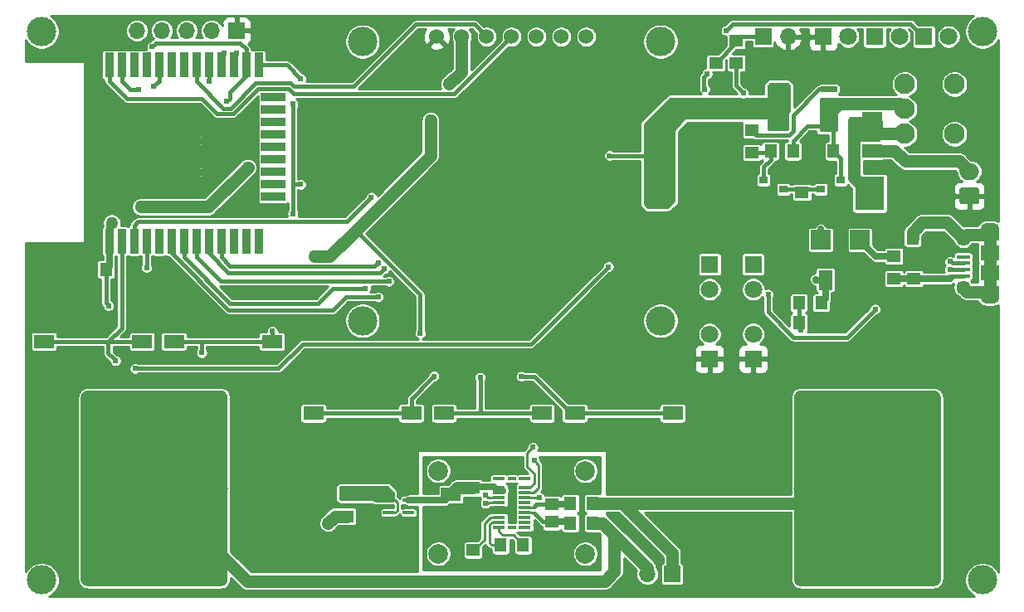
<source format=gbr>
G04 #@! TF.GenerationSoftware,KiCad,Pcbnew,(5.1.4)-1*
G04 #@! TF.CreationDate,2021-03-24T15:31:25+01:00*
G04 #@! TF.ProjectId,HRM,48524d2e-6b69-4636-9164-5f7063625858,rev?*
G04 #@! TF.SameCoordinates,Original*
G04 #@! TF.FileFunction,Copper,L1,Top*
G04 #@! TF.FilePolarity,Positive*
%FSLAX46Y46*%
G04 Gerber Fmt 4.6, Leading zero omitted, Abs format (unit mm)*
G04 Created by KiCad (PCBNEW (5.1.4)-1) date 2021-03-24 15:31:25*
%MOMM*%
%LPD*%
G04 APERTURE LIST*
%ADD10R,2.032000X1.397000*%
%ADD11C,3.000000*%
%ADD12C,1.524000*%
%ADD13R,2.100000X1.400000*%
%ADD14R,1.270000X1.397000*%
%ADD15R,1.397000X1.270000*%
%ADD16R,2.000000X2.000000*%
%ADD17R,3.000000X3.500000*%
%ADD18R,1.900000X1.500000*%
%ADD19C,1.450000*%
%ADD20R,1.350000X0.400000*%
%ADD21O,1.900000X1.200000*%
%ADD22R,1.900000X1.200000*%
%ADD23C,0.100000*%
%ADD24C,1.700000*%
%ADD25O,2.000000X1.700000*%
%ADD26C,1.800000*%
%ADD27R,1.800000X1.800000*%
%ADD28C,0.600000*%
%ADD29R,0.900000X0.800000*%
%ADD30C,2.100000*%
%ADD31R,1.700000X1.700000*%
%ADD32O,1.700000X1.700000*%
%ADD33R,1.150000X0.350000*%
%ADD34R,0.900000X2.500000*%
%ADD35R,2.500000X0.900000*%
%ADD36R,6.000000X6.000000*%
%ADD37O,1.270000X1.270000*%
%ADD38R,1.397000X2.032000*%
%ADD39R,1.300000X0.320000*%
%ADD40R,0.900000X0.320000*%
%ADD41C,15.000000*%
%ADD42C,2.000000*%
%ADD43C,0.609600*%
%ADD44C,1.270000*%
%ADD45C,0.381000*%
%ADD46C,0.635000*%
%ADD47C,1.270000*%
%ADD48C,0.254000*%
G04 APERTURE END LIST*
D10*
X201250000Y-104374400D03*
X201250000Y-107625600D03*
D11*
X179650000Y-125000000D03*
X149250000Y-125000000D03*
X149250000Y-96500000D03*
X179650000Y-96500000D03*
D12*
X159370000Y-96000000D03*
X161910000Y-96000000D03*
X164450000Y-96000000D03*
X166990000Y-96000000D03*
X169530000Y-96000000D03*
X172070000Y-96000000D03*
X156830000Y-96000000D03*
D13*
X116750000Y-127135000D03*
X126750000Y-122135000D03*
X116750000Y-122135000D03*
X126750000Y-127135000D03*
X140000000Y-127135000D03*
X130000000Y-122135000D03*
X140000000Y-122135000D03*
X130000000Y-127135000D03*
X154225000Y-134453000D03*
X144225000Y-129453000D03*
X154225000Y-129453000D03*
X144225000Y-134453000D03*
X170895000Y-134453000D03*
X180895000Y-129453000D03*
X170895000Y-129453000D03*
X180895000Y-134453000D03*
D14*
X120777000Y-119761000D03*
X123063000Y-119761000D03*
D15*
X205510500Y-120702500D03*
X205510500Y-118416500D03*
D14*
X195000000Y-107696000D03*
X197286000Y-107696000D03*
D15*
X149694500Y-144979000D03*
X149694500Y-142693000D03*
X168564000Y-147827000D03*
X168564000Y-145541000D03*
X168564000Y-143763000D03*
X168564000Y-141477000D03*
D14*
X163344000Y-147916000D03*
X165630000Y-147916000D03*
D15*
X160553000Y-146122000D03*
X160553000Y-148408000D03*
X160553000Y-142058000D03*
X160553000Y-144344000D03*
D16*
X196000000Y-116750000D03*
X200000000Y-116750000D03*
D17*
X201000000Y-112000000D03*
X208000000Y-112000000D03*
D15*
X203478500Y-118416500D03*
X203478500Y-120702500D03*
D14*
X207669500Y-116511500D03*
X205383500Y-116511500D03*
D18*
X213237500Y-118115000D03*
D19*
X210537500Y-121615000D03*
D20*
X210537500Y-119765000D03*
X210537500Y-120415000D03*
X210537500Y-117815000D03*
X210537500Y-118465000D03*
X210537500Y-119115000D03*
D19*
X210537500Y-116615000D03*
D18*
X213237500Y-120115000D03*
D21*
X213237500Y-122615000D03*
X213237500Y-115615000D03*
D22*
X213237500Y-116215000D03*
X213237500Y-122015000D03*
D23*
G36*
X211936504Y-111408204D02*
G01*
X211960773Y-111411804D01*
X211984571Y-111417765D01*
X212007671Y-111426030D01*
X212029849Y-111436520D01*
X212050893Y-111449133D01*
X212070598Y-111463747D01*
X212088777Y-111480223D01*
X212105253Y-111498402D01*
X212119867Y-111518107D01*
X212132480Y-111539151D01*
X212142970Y-111561329D01*
X212151235Y-111584429D01*
X212157196Y-111608227D01*
X212160796Y-111632496D01*
X212162000Y-111657000D01*
X212162000Y-112857000D01*
X212160796Y-112881504D01*
X212157196Y-112905773D01*
X212151235Y-112929571D01*
X212142970Y-112952671D01*
X212132480Y-112974849D01*
X212119867Y-112995893D01*
X212105253Y-113015598D01*
X212088777Y-113033777D01*
X212070598Y-113050253D01*
X212050893Y-113064867D01*
X212029849Y-113077480D01*
X212007671Y-113087970D01*
X211984571Y-113096235D01*
X211960773Y-113102196D01*
X211936504Y-113105796D01*
X211912000Y-113107000D01*
X210412000Y-113107000D01*
X210387496Y-113105796D01*
X210363227Y-113102196D01*
X210339429Y-113096235D01*
X210316329Y-113087970D01*
X210294151Y-113077480D01*
X210273107Y-113064867D01*
X210253402Y-113050253D01*
X210235223Y-113033777D01*
X210218747Y-113015598D01*
X210204133Y-112995893D01*
X210191520Y-112974849D01*
X210181030Y-112952671D01*
X210172765Y-112929571D01*
X210166804Y-112905773D01*
X210163204Y-112881504D01*
X210162000Y-112857000D01*
X210162000Y-111657000D01*
X210163204Y-111632496D01*
X210166804Y-111608227D01*
X210172765Y-111584429D01*
X210181030Y-111561329D01*
X210191520Y-111539151D01*
X210204133Y-111518107D01*
X210218747Y-111498402D01*
X210235223Y-111480223D01*
X210253402Y-111463747D01*
X210273107Y-111449133D01*
X210294151Y-111436520D01*
X210316329Y-111426030D01*
X210339429Y-111417765D01*
X210363227Y-111411804D01*
X210387496Y-111408204D01*
X210412000Y-111407000D01*
X211912000Y-111407000D01*
X211936504Y-111408204D01*
X211936504Y-111408204D01*
G37*
D24*
X211162000Y-112257000D03*
D25*
X211162000Y-109757000D03*
D11*
X212493000Y-151478000D03*
X116493000Y-95478000D03*
X116493000Y-151478000D03*
X212493000Y-95478000D03*
D26*
X209040000Y-96000000D03*
D27*
X206500000Y-96000000D03*
X201500000Y-96000000D03*
D26*
X204040000Y-96000000D03*
D27*
X189103000Y-119253000D03*
D26*
X189103000Y-121793000D03*
X184658000Y-121790000D03*
D27*
X184658000Y-119250000D03*
D26*
X198790000Y-96000000D03*
D27*
X196250000Y-96000000D03*
D26*
X189103000Y-126365000D03*
D27*
X189103000Y-128905000D03*
X184658000Y-128905000D03*
D26*
X184658000Y-126365000D03*
D23*
G36*
X197564703Y-104855722D02*
G01*
X197579264Y-104857882D01*
X197593543Y-104861459D01*
X197607403Y-104866418D01*
X197620710Y-104872712D01*
X197633336Y-104880280D01*
X197645159Y-104889048D01*
X197656066Y-104898934D01*
X197665952Y-104909841D01*
X197674720Y-104921664D01*
X197682288Y-104934290D01*
X197688582Y-104947597D01*
X197693541Y-104961457D01*
X197697118Y-104975736D01*
X197699278Y-104990297D01*
X197700000Y-105005000D01*
X197700000Y-105305000D01*
X197699278Y-105319703D01*
X197697118Y-105334264D01*
X197693541Y-105348543D01*
X197688582Y-105362403D01*
X197682288Y-105375710D01*
X197674720Y-105388336D01*
X197665952Y-105400159D01*
X197656066Y-105411066D01*
X197645159Y-105420952D01*
X197633336Y-105429720D01*
X197620710Y-105437288D01*
X197607403Y-105443582D01*
X197593543Y-105448541D01*
X197579264Y-105452118D01*
X197564703Y-105454278D01*
X197550000Y-105455000D01*
X196100000Y-105455000D01*
X196085297Y-105454278D01*
X196070736Y-105452118D01*
X196056457Y-105448541D01*
X196042597Y-105443582D01*
X196029290Y-105437288D01*
X196016664Y-105429720D01*
X196004841Y-105420952D01*
X195993934Y-105411066D01*
X195984048Y-105400159D01*
X195975280Y-105388336D01*
X195967712Y-105375710D01*
X195961418Y-105362403D01*
X195956459Y-105348543D01*
X195952882Y-105334264D01*
X195950722Y-105319703D01*
X195950000Y-105305000D01*
X195950000Y-105005000D01*
X195950722Y-104990297D01*
X195952882Y-104975736D01*
X195956459Y-104961457D01*
X195961418Y-104947597D01*
X195967712Y-104934290D01*
X195975280Y-104921664D01*
X195984048Y-104909841D01*
X195993934Y-104898934D01*
X196004841Y-104889048D01*
X196016664Y-104880280D01*
X196029290Y-104872712D01*
X196042597Y-104866418D01*
X196056457Y-104861459D01*
X196070736Y-104857882D01*
X196085297Y-104855722D01*
X196100000Y-104855000D01*
X197550000Y-104855000D01*
X197564703Y-104855722D01*
X197564703Y-104855722D01*
G37*
D28*
X196825000Y-105155000D03*
D23*
G36*
X197564703Y-103585722D02*
G01*
X197579264Y-103587882D01*
X197593543Y-103591459D01*
X197607403Y-103596418D01*
X197620710Y-103602712D01*
X197633336Y-103610280D01*
X197645159Y-103619048D01*
X197656066Y-103628934D01*
X197665952Y-103639841D01*
X197674720Y-103651664D01*
X197682288Y-103664290D01*
X197688582Y-103677597D01*
X197693541Y-103691457D01*
X197697118Y-103705736D01*
X197699278Y-103720297D01*
X197700000Y-103735000D01*
X197700000Y-104035000D01*
X197699278Y-104049703D01*
X197697118Y-104064264D01*
X197693541Y-104078543D01*
X197688582Y-104092403D01*
X197682288Y-104105710D01*
X197674720Y-104118336D01*
X197665952Y-104130159D01*
X197656066Y-104141066D01*
X197645159Y-104150952D01*
X197633336Y-104159720D01*
X197620710Y-104167288D01*
X197607403Y-104173582D01*
X197593543Y-104178541D01*
X197579264Y-104182118D01*
X197564703Y-104184278D01*
X197550000Y-104185000D01*
X196100000Y-104185000D01*
X196085297Y-104184278D01*
X196070736Y-104182118D01*
X196056457Y-104178541D01*
X196042597Y-104173582D01*
X196029290Y-104167288D01*
X196016664Y-104159720D01*
X196004841Y-104150952D01*
X195993934Y-104141066D01*
X195984048Y-104130159D01*
X195975280Y-104118336D01*
X195967712Y-104105710D01*
X195961418Y-104092403D01*
X195956459Y-104078543D01*
X195952882Y-104064264D01*
X195950722Y-104049703D01*
X195950000Y-104035000D01*
X195950000Y-103735000D01*
X195950722Y-103720297D01*
X195952882Y-103705736D01*
X195956459Y-103691457D01*
X195961418Y-103677597D01*
X195967712Y-103664290D01*
X195975280Y-103651664D01*
X195984048Y-103639841D01*
X195993934Y-103628934D01*
X196004841Y-103619048D01*
X196016664Y-103610280D01*
X196029290Y-103602712D01*
X196042597Y-103596418D01*
X196056457Y-103591459D01*
X196070736Y-103587882D01*
X196085297Y-103585722D01*
X196100000Y-103585000D01*
X197550000Y-103585000D01*
X197564703Y-103585722D01*
X197564703Y-103585722D01*
G37*
D28*
X196825000Y-103885000D03*
D23*
G36*
X197564703Y-102315722D02*
G01*
X197579264Y-102317882D01*
X197593543Y-102321459D01*
X197607403Y-102326418D01*
X197620710Y-102332712D01*
X197633336Y-102340280D01*
X197645159Y-102349048D01*
X197656066Y-102358934D01*
X197665952Y-102369841D01*
X197674720Y-102381664D01*
X197682288Y-102394290D01*
X197688582Y-102407597D01*
X197693541Y-102421457D01*
X197697118Y-102435736D01*
X197699278Y-102450297D01*
X197700000Y-102465000D01*
X197700000Y-102765000D01*
X197699278Y-102779703D01*
X197697118Y-102794264D01*
X197693541Y-102808543D01*
X197688582Y-102822403D01*
X197682288Y-102835710D01*
X197674720Y-102848336D01*
X197665952Y-102860159D01*
X197656066Y-102871066D01*
X197645159Y-102880952D01*
X197633336Y-102889720D01*
X197620710Y-102897288D01*
X197607403Y-102903582D01*
X197593543Y-102908541D01*
X197579264Y-102912118D01*
X197564703Y-102914278D01*
X197550000Y-102915000D01*
X196100000Y-102915000D01*
X196085297Y-102914278D01*
X196070736Y-102912118D01*
X196056457Y-102908541D01*
X196042597Y-102903582D01*
X196029290Y-102897288D01*
X196016664Y-102889720D01*
X196004841Y-102880952D01*
X195993934Y-102871066D01*
X195984048Y-102860159D01*
X195975280Y-102848336D01*
X195967712Y-102835710D01*
X195961418Y-102822403D01*
X195956459Y-102808543D01*
X195952882Y-102794264D01*
X195950722Y-102779703D01*
X195950000Y-102765000D01*
X195950000Y-102465000D01*
X195950722Y-102450297D01*
X195952882Y-102435736D01*
X195956459Y-102421457D01*
X195961418Y-102407597D01*
X195967712Y-102394290D01*
X195975280Y-102381664D01*
X195984048Y-102369841D01*
X195993934Y-102358934D01*
X196004841Y-102349048D01*
X196016664Y-102340280D01*
X196029290Y-102332712D01*
X196042597Y-102326418D01*
X196056457Y-102321459D01*
X196070736Y-102317882D01*
X196085297Y-102315722D01*
X196100000Y-102315000D01*
X197550000Y-102315000D01*
X197564703Y-102315722D01*
X197564703Y-102315722D01*
G37*
D28*
X196825000Y-102615000D03*
D23*
G36*
X197564703Y-101045722D02*
G01*
X197579264Y-101047882D01*
X197593543Y-101051459D01*
X197607403Y-101056418D01*
X197620710Y-101062712D01*
X197633336Y-101070280D01*
X197645159Y-101079048D01*
X197656066Y-101088934D01*
X197665952Y-101099841D01*
X197674720Y-101111664D01*
X197682288Y-101124290D01*
X197688582Y-101137597D01*
X197693541Y-101151457D01*
X197697118Y-101165736D01*
X197699278Y-101180297D01*
X197700000Y-101195000D01*
X197700000Y-101495000D01*
X197699278Y-101509703D01*
X197697118Y-101524264D01*
X197693541Y-101538543D01*
X197688582Y-101552403D01*
X197682288Y-101565710D01*
X197674720Y-101578336D01*
X197665952Y-101590159D01*
X197656066Y-101601066D01*
X197645159Y-101610952D01*
X197633336Y-101619720D01*
X197620710Y-101627288D01*
X197607403Y-101633582D01*
X197593543Y-101638541D01*
X197579264Y-101642118D01*
X197564703Y-101644278D01*
X197550000Y-101645000D01*
X196100000Y-101645000D01*
X196085297Y-101644278D01*
X196070736Y-101642118D01*
X196056457Y-101638541D01*
X196042597Y-101633582D01*
X196029290Y-101627288D01*
X196016664Y-101619720D01*
X196004841Y-101610952D01*
X195993934Y-101601066D01*
X195984048Y-101590159D01*
X195975280Y-101578336D01*
X195967712Y-101565710D01*
X195961418Y-101552403D01*
X195956459Y-101538543D01*
X195952882Y-101524264D01*
X195950722Y-101509703D01*
X195950000Y-101495000D01*
X195950000Y-101195000D01*
X195950722Y-101180297D01*
X195952882Y-101165736D01*
X195956459Y-101151457D01*
X195961418Y-101137597D01*
X195967712Y-101124290D01*
X195975280Y-101111664D01*
X195984048Y-101099841D01*
X195993934Y-101088934D01*
X196004841Y-101079048D01*
X196016664Y-101070280D01*
X196029290Y-101062712D01*
X196042597Y-101056418D01*
X196056457Y-101051459D01*
X196070736Y-101047882D01*
X196085297Y-101045722D01*
X196100000Y-101045000D01*
X197550000Y-101045000D01*
X197564703Y-101045722D01*
X197564703Y-101045722D01*
G37*
D28*
X196825000Y-101345000D03*
D23*
G36*
X192414703Y-101045722D02*
G01*
X192429264Y-101047882D01*
X192443543Y-101051459D01*
X192457403Y-101056418D01*
X192470710Y-101062712D01*
X192483336Y-101070280D01*
X192495159Y-101079048D01*
X192506066Y-101088934D01*
X192515952Y-101099841D01*
X192524720Y-101111664D01*
X192532288Y-101124290D01*
X192538582Y-101137597D01*
X192543541Y-101151457D01*
X192547118Y-101165736D01*
X192549278Y-101180297D01*
X192550000Y-101195000D01*
X192550000Y-101495000D01*
X192549278Y-101509703D01*
X192547118Y-101524264D01*
X192543541Y-101538543D01*
X192538582Y-101552403D01*
X192532288Y-101565710D01*
X192524720Y-101578336D01*
X192515952Y-101590159D01*
X192506066Y-101601066D01*
X192495159Y-101610952D01*
X192483336Y-101619720D01*
X192470710Y-101627288D01*
X192457403Y-101633582D01*
X192443543Y-101638541D01*
X192429264Y-101642118D01*
X192414703Y-101644278D01*
X192400000Y-101645000D01*
X190950000Y-101645000D01*
X190935297Y-101644278D01*
X190920736Y-101642118D01*
X190906457Y-101638541D01*
X190892597Y-101633582D01*
X190879290Y-101627288D01*
X190866664Y-101619720D01*
X190854841Y-101610952D01*
X190843934Y-101601066D01*
X190834048Y-101590159D01*
X190825280Y-101578336D01*
X190817712Y-101565710D01*
X190811418Y-101552403D01*
X190806459Y-101538543D01*
X190802882Y-101524264D01*
X190800722Y-101509703D01*
X190800000Y-101495000D01*
X190800000Y-101195000D01*
X190800722Y-101180297D01*
X190802882Y-101165736D01*
X190806459Y-101151457D01*
X190811418Y-101137597D01*
X190817712Y-101124290D01*
X190825280Y-101111664D01*
X190834048Y-101099841D01*
X190843934Y-101088934D01*
X190854841Y-101079048D01*
X190866664Y-101070280D01*
X190879290Y-101062712D01*
X190892597Y-101056418D01*
X190906457Y-101051459D01*
X190920736Y-101047882D01*
X190935297Y-101045722D01*
X190950000Y-101045000D01*
X192400000Y-101045000D01*
X192414703Y-101045722D01*
X192414703Y-101045722D01*
G37*
D28*
X191675000Y-101345000D03*
D23*
G36*
X192414703Y-102315722D02*
G01*
X192429264Y-102317882D01*
X192443543Y-102321459D01*
X192457403Y-102326418D01*
X192470710Y-102332712D01*
X192483336Y-102340280D01*
X192495159Y-102349048D01*
X192506066Y-102358934D01*
X192515952Y-102369841D01*
X192524720Y-102381664D01*
X192532288Y-102394290D01*
X192538582Y-102407597D01*
X192543541Y-102421457D01*
X192547118Y-102435736D01*
X192549278Y-102450297D01*
X192550000Y-102465000D01*
X192550000Y-102765000D01*
X192549278Y-102779703D01*
X192547118Y-102794264D01*
X192543541Y-102808543D01*
X192538582Y-102822403D01*
X192532288Y-102835710D01*
X192524720Y-102848336D01*
X192515952Y-102860159D01*
X192506066Y-102871066D01*
X192495159Y-102880952D01*
X192483336Y-102889720D01*
X192470710Y-102897288D01*
X192457403Y-102903582D01*
X192443543Y-102908541D01*
X192429264Y-102912118D01*
X192414703Y-102914278D01*
X192400000Y-102915000D01*
X190950000Y-102915000D01*
X190935297Y-102914278D01*
X190920736Y-102912118D01*
X190906457Y-102908541D01*
X190892597Y-102903582D01*
X190879290Y-102897288D01*
X190866664Y-102889720D01*
X190854841Y-102880952D01*
X190843934Y-102871066D01*
X190834048Y-102860159D01*
X190825280Y-102848336D01*
X190817712Y-102835710D01*
X190811418Y-102822403D01*
X190806459Y-102808543D01*
X190802882Y-102794264D01*
X190800722Y-102779703D01*
X190800000Y-102765000D01*
X190800000Y-102465000D01*
X190800722Y-102450297D01*
X190802882Y-102435736D01*
X190806459Y-102421457D01*
X190811418Y-102407597D01*
X190817712Y-102394290D01*
X190825280Y-102381664D01*
X190834048Y-102369841D01*
X190843934Y-102358934D01*
X190854841Y-102349048D01*
X190866664Y-102340280D01*
X190879290Y-102332712D01*
X190892597Y-102326418D01*
X190906457Y-102321459D01*
X190920736Y-102317882D01*
X190935297Y-102315722D01*
X190950000Y-102315000D01*
X192400000Y-102315000D01*
X192414703Y-102315722D01*
X192414703Y-102315722D01*
G37*
D28*
X191675000Y-102615000D03*
D23*
G36*
X192414703Y-103585722D02*
G01*
X192429264Y-103587882D01*
X192443543Y-103591459D01*
X192457403Y-103596418D01*
X192470710Y-103602712D01*
X192483336Y-103610280D01*
X192495159Y-103619048D01*
X192506066Y-103628934D01*
X192515952Y-103639841D01*
X192524720Y-103651664D01*
X192532288Y-103664290D01*
X192538582Y-103677597D01*
X192543541Y-103691457D01*
X192547118Y-103705736D01*
X192549278Y-103720297D01*
X192550000Y-103735000D01*
X192550000Y-104035000D01*
X192549278Y-104049703D01*
X192547118Y-104064264D01*
X192543541Y-104078543D01*
X192538582Y-104092403D01*
X192532288Y-104105710D01*
X192524720Y-104118336D01*
X192515952Y-104130159D01*
X192506066Y-104141066D01*
X192495159Y-104150952D01*
X192483336Y-104159720D01*
X192470710Y-104167288D01*
X192457403Y-104173582D01*
X192443543Y-104178541D01*
X192429264Y-104182118D01*
X192414703Y-104184278D01*
X192400000Y-104185000D01*
X190950000Y-104185000D01*
X190935297Y-104184278D01*
X190920736Y-104182118D01*
X190906457Y-104178541D01*
X190892597Y-104173582D01*
X190879290Y-104167288D01*
X190866664Y-104159720D01*
X190854841Y-104150952D01*
X190843934Y-104141066D01*
X190834048Y-104130159D01*
X190825280Y-104118336D01*
X190817712Y-104105710D01*
X190811418Y-104092403D01*
X190806459Y-104078543D01*
X190802882Y-104064264D01*
X190800722Y-104049703D01*
X190800000Y-104035000D01*
X190800000Y-103735000D01*
X190800722Y-103720297D01*
X190802882Y-103705736D01*
X190806459Y-103691457D01*
X190811418Y-103677597D01*
X190817712Y-103664290D01*
X190825280Y-103651664D01*
X190834048Y-103639841D01*
X190843934Y-103628934D01*
X190854841Y-103619048D01*
X190866664Y-103610280D01*
X190879290Y-103602712D01*
X190892597Y-103596418D01*
X190906457Y-103591459D01*
X190920736Y-103587882D01*
X190935297Y-103585722D01*
X190950000Y-103585000D01*
X192400000Y-103585000D01*
X192414703Y-103585722D01*
X192414703Y-103585722D01*
G37*
D28*
X191675000Y-103885000D03*
D23*
G36*
X192414703Y-104855722D02*
G01*
X192429264Y-104857882D01*
X192443543Y-104861459D01*
X192457403Y-104866418D01*
X192470710Y-104872712D01*
X192483336Y-104880280D01*
X192495159Y-104889048D01*
X192506066Y-104898934D01*
X192515952Y-104909841D01*
X192524720Y-104921664D01*
X192532288Y-104934290D01*
X192538582Y-104947597D01*
X192543541Y-104961457D01*
X192547118Y-104975736D01*
X192549278Y-104990297D01*
X192550000Y-105005000D01*
X192550000Y-105305000D01*
X192549278Y-105319703D01*
X192547118Y-105334264D01*
X192543541Y-105348543D01*
X192538582Y-105362403D01*
X192532288Y-105375710D01*
X192524720Y-105388336D01*
X192515952Y-105400159D01*
X192506066Y-105411066D01*
X192495159Y-105420952D01*
X192483336Y-105429720D01*
X192470710Y-105437288D01*
X192457403Y-105443582D01*
X192443543Y-105448541D01*
X192429264Y-105452118D01*
X192414703Y-105454278D01*
X192400000Y-105455000D01*
X190950000Y-105455000D01*
X190935297Y-105454278D01*
X190920736Y-105452118D01*
X190906457Y-105448541D01*
X190892597Y-105443582D01*
X190879290Y-105437288D01*
X190866664Y-105429720D01*
X190854841Y-105420952D01*
X190843934Y-105411066D01*
X190834048Y-105400159D01*
X190825280Y-105388336D01*
X190817712Y-105375710D01*
X190811418Y-105362403D01*
X190806459Y-105348543D01*
X190802882Y-105334264D01*
X190800722Y-105319703D01*
X190800000Y-105305000D01*
X190800000Y-105005000D01*
X190800722Y-104990297D01*
X190802882Y-104975736D01*
X190806459Y-104961457D01*
X190811418Y-104947597D01*
X190817712Y-104934290D01*
X190825280Y-104921664D01*
X190834048Y-104909841D01*
X190843934Y-104898934D01*
X190854841Y-104889048D01*
X190866664Y-104880280D01*
X190879290Y-104872712D01*
X190892597Y-104866418D01*
X190906457Y-104861459D01*
X190920736Y-104857882D01*
X190935297Y-104855722D01*
X190950000Y-104855000D01*
X192400000Y-104855000D01*
X192414703Y-104855722D01*
X192414703Y-104855722D01*
G37*
D28*
X191675000Y-105155000D03*
D29*
X190170500Y-110637000D03*
X192170500Y-109687000D03*
X192170500Y-111587000D03*
D15*
X187377000Y-96393000D03*
X187377000Y-98679000D03*
X185293000Y-98679000D03*
X185293000Y-96393000D03*
D14*
X190881000Y-107696000D03*
X193167000Y-107696000D03*
D15*
X188976000Y-107823000D03*
X188976000Y-105537000D03*
X194091500Y-111887000D03*
X194091500Y-109601000D03*
D14*
X172755000Y-145668000D03*
X170469000Y-145668000D03*
X153797000Y-146365000D03*
X156083000Y-146365000D03*
X196049000Y-123179000D03*
X193763000Y-123179000D03*
X172755000Y-143636000D03*
X170469000Y-143636000D03*
X196049000Y-125211000D03*
X193763000Y-125211000D03*
D30*
X209638000Y-100827000D03*
X209638000Y-105907000D03*
X204558000Y-100827000D03*
X204558000Y-103367000D03*
X204558000Y-105907000D03*
D31*
X190119000Y-96012000D03*
D32*
X192659000Y-96012000D03*
D29*
X198012500Y-110637000D03*
X196012500Y-111587000D03*
X196012500Y-109687000D03*
D33*
X151908000Y-143313000D03*
X151908000Y-143963000D03*
X151908000Y-144613000D03*
X153958000Y-144613000D03*
X153958000Y-143313000D03*
D34*
X122130000Y-98885000D03*
X123400000Y-98885000D03*
X124670000Y-98885000D03*
X125940000Y-98885000D03*
X127210000Y-98885000D03*
X128480000Y-98885000D03*
X129750000Y-98885000D03*
X131020000Y-98885000D03*
X132290000Y-98885000D03*
X133560000Y-98885000D03*
X134830000Y-98885000D03*
X136100000Y-98885000D03*
X137370000Y-98885000D03*
X138640000Y-98885000D03*
D35*
X140130000Y-102170000D03*
X140130000Y-103440000D03*
X140130000Y-104710000D03*
X140130000Y-105980000D03*
X140130000Y-107250000D03*
X140130000Y-108520000D03*
X140130000Y-109790000D03*
X140130000Y-111060000D03*
X140130000Y-112330000D03*
X140130000Y-113600000D03*
D34*
X138640000Y-116885000D03*
X137370000Y-116885000D03*
X136100000Y-116885000D03*
X134830000Y-116885000D03*
X133560000Y-116885000D03*
X132290000Y-116885000D03*
X131020000Y-116885000D03*
X129750000Y-116885000D03*
X128480000Y-116885000D03*
X127210000Y-116885000D03*
X125940000Y-116885000D03*
X124670000Y-116885000D03*
X123400000Y-116885000D03*
X122130000Y-116885000D03*
D36*
X129750000Y-108185000D03*
D37*
X129750000Y-107885000D03*
X127845000Y-109790000D03*
X127845000Y-106615000D03*
X131655000Y-106615000D03*
X131655000Y-109790000D03*
D38*
X196468100Y-120829500D03*
X193216900Y-120829500D03*
D10*
X158275000Y-142734400D03*
X158275000Y-145985600D03*
D15*
X147662500Y-142693000D03*
X147662500Y-144979000D03*
D39*
X163187000Y-144565000D03*
X163187000Y-143565000D03*
X163187000Y-142565000D03*
X163187000Y-143065000D03*
X163187000Y-146115000D03*
X163187000Y-141115000D03*
X163187000Y-145065000D03*
X163187000Y-144065000D03*
X163187000Y-145565000D03*
X163187000Y-142065000D03*
X165787000Y-142065000D03*
X165787000Y-142565000D03*
X165787000Y-143065000D03*
X165787000Y-143565000D03*
X165787000Y-144065000D03*
X165787000Y-145065000D03*
X165787000Y-141115000D03*
X165787000Y-146115000D03*
X165787000Y-144565000D03*
X165787000Y-145565000D03*
D40*
X164487000Y-141115000D03*
X164487000Y-146115000D03*
D23*
G36*
X207573513Y-132103611D02*
G01*
X207646318Y-132114411D01*
X207717714Y-132132295D01*
X207787013Y-132157090D01*
X207853548Y-132188559D01*
X207916678Y-132226398D01*
X207975795Y-132270242D01*
X208030330Y-132319670D01*
X208079758Y-132374205D01*
X208123602Y-132433322D01*
X208161441Y-132496452D01*
X208192910Y-132562987D01*
X208217705Y-132632286D01*
X208235589Y-132703682D01*
X208246389Y-132776487D01*
X208250000Y-132850000D01*
X208250000Y-151350000D01*
X208246389Y-151423513D01*
X208235589Y-151496318D01*
X208217705Y-151567714D01*
X208192910Y-151637013D01*
X208161441Y-151703548D01*
X208123602Y-151766678D01*
X208079758Y-151825795D01*
X208030330Y-151880330D01*
X207975795Y-151929758D01*
X207916678Y-151973602D01*
X207853548Y-152011441D01*
X207787013Y-152042910D01*
X207717714Y-152067705D01*
X207646318Y-152085589D01*
X207573513Y-152096389D01*
X207500000Y-152100000D01*
X194000000Y-152100000D01*
X193926487Y-152096389D01*
X193853682Y-152085589D01*
X193782286Y-152067705D01*
X193712987Y-152042910D01*
X193646452Y-152011441D01*
X193583322Y-151973602D01*
X193524205Y-151929758D01*
X193469670Y-151880330D01*
X193420242Y-151825795D01*
X193376398Y-151766678D01*
X193338559Y-151703548D01*
X193307090Y-151637013D01*
X193282295Y-151567714D01*
X193264411Y-151496318D01*
X193253611Y-151423513D01*
X193250000Y-151350000D01*
X193250000Y-132850000D01*
X193253611Y-132776487D01*
X193264411Y-132703682D01*
X193282295Y-132632286D01*
X193307090Y-132562987D01*
X193338559Y-132496452D01*
X193376398Y-132433322D01*
X193420242Y-132374205D01*
X193469670Y-132319670D01*
X193524205Y-132270242D01*
X193583322Y-132226398D01*
X193646452Y-132188559D01*
X193712987Y-132157090D01*
X193782286Y-132132295D01*
X193853682Y-132114411D01*
X193926487Y-132103611D01*
X194000000Y-132100000D01*
X207500000Y-132100000D01*
X207573513Y-132103611D01*
X207573513Y-132103611D01*
G37*
D41*
X200750000Y-142100000D03*
D23*
G36*
X134823513Y-132103611D02*
G01*
X134896318Y-132114411D01*
X134967714Y-132132295D01*
X135037013Y-132157090D01*
X135103548Y-132188559D01*
X135166678Y-132226398D01*
X135225795Y-132270242D01*
X135280330Y-132319670D01*
X135329758Y-132374205D01*
X135373602Y-132433322D01*
X135411441Y-132496452D01*
X135442910Y-132562987D01*
X135467705Y-132632286D01*
X135485589Y-132703682D01*
X135496389Y-132776487D01*
X135500000Y-132850000D01*
X135500000Y-151350000D01*
X135496389Y-151423513D01*
X135485589Y-151496318D01*
X135467705Y-151567714D01*
X135442910Y-151637013D01*
X135411441Y-151703548D01*
X135373602Y-151766678D01*
X135329758Y-151825795D01*
X135280330Y-151880330D01*
X135225795Y-151929758D01*
X135166678Y-151973602D01*
X135103548Y-152011441D01*
X135037013Y-152042910D01*
X134967714Y-152067705D01*
X134896318Y-152085589D01*
X134823513Y-152096389D01*
X134750000Y-152100000D01*
X121250000Y-152100000D01*
X121176487Y-152096389D01*
X121103682Y-152085589D01*
X121032286Y-152067705D01*
X120962987Y-152042910D01*
X120896452Y-152011441D01*
X120833322Y-151973602D01*
X120774205Y-151929758D01*
X120719670Y-151880330D01*
X120670242Y-151825795D01*
X120626398Y-151766678D01*
X120588559Y-151703548D01*
X120557090Y-151637013D01*
X120532295Y-151567714D01*
X120514411Y-151496318D01*
X120503611Y-151423513D01*
X120500000Y-151350000D01*
X120500000Y-132850000D01*
X120503611Y-132776487D01*
X120514411Y-132703682D01*
X120532295Y-132632286D01*
X120557090Y-132562987D01*
X120588559Y-132496452D01*
X120626398Y-132433322D01*
X120670242Y-132374205D01*
X120719670Y-132319670D01*
X120774205Y-132270242D01*
X120833322Y-132226398D01*
X120896452Y-132188559D01*
X120962987Y-132157090D01*
X121032286Y-132132295D01*
X121103682Y-132114411D01*
X121176487Y-132103611D01*
X121250000Y-132100000D01*
X134750000Y-132100000D01*
X134823513Y-132103611D01*
X134823513Y-132103611D01*
G37*
D41*
X128000000Y-142100000D03*
D31*
X136398000Y-95377000D03*
D32*
X133858000Y-95377000D03*
X131318000Y-95377000D03*
X128778000Y-95377000D03*
X126238000Y-95377000D03*
D31*
X180843000Y-150878000D03*
D32*
X178303000Y-150878000D03*
D13*
X157560000Y-134453000D03*
X167560000Y-129453000D03*
X157560000Y-129453000D03*
X167560000Y-134453000D03*
D42*
X171987000Y-140315000D03*
X156987000Y-140315000D03*
X171987000Y-148792000D03*
X156987000Y-148792000D03*
D43*
X180213000Y-113030000D03*
X180213000Y-112268000D03*
X180213000Y-111506000D03*
X180213000Y-110744000D03*
X180848000Y-112649000D03*
X180848000Y-111887000D03*
X180848000Y-111125000D03*
X174434000Y-108141000D03*
X195453000Y-120777000D03*
X196000000Y-115635000D03*
X184407021Y-99782697D03*
X184175788Y-101363609D03*
X126043000Y-129878002D03*
X174343000Y-119478000D03*
X124043000Y-129077996D03*
X132842000Y-128270000D03*
X142943000Y-100278000D03*
X142143000Y-102878000D03*
X142143000Y-114073300D03*
X140043000Y-126078000D03*
X142943000Y-111078000D03*
D44*
X158074861Y-100828500D03*
X123666387Y-115009908D03*
X137541000Y-109347000D03*
X156184600Y-104546400D03*
D43*
X123343000Y-123478000D03*
D44*
X126619000Y-113378000D03*
X144330609Y-118415901D03*
D43*
X155143000Y-126278000D03*
D44*
X145743000Y-145678000D03*
D43*
X209169000Y-118951397D03*
X201549000Y-123825000D03*
X190627008Y-122301000D03*
X188087000Y-101727000D03*
X193929000Y-125984000D03*
X209169000Y-119761000D03*
X199390000Y-104648000D03*
X199390000Y-105410000D03*
X199398999Y-106172000D03*
X200279000Y-105410000D03*
X200279000Y-106172000D03*
X201168000Y-105410000D03*
X201168000Y-106172000D03*
X161796628Y-143640014D03*
X154178000Y-148844000D03*
X210312000Y-94869000D03*
X200025000Y-96901000D03*
X183134000Y-94107000D03*
X178816000Y-94107000D03*
X174244000Y-94107000D03*
X169545000Y-94107000D03*
X164973000Y-94107000D03*
X161036000Y-94107000D03*
X153924000Y-94107000D03*
X147193000Y-94107000D03*
X142748000Y-94107000D03*
X138557000Y-94107000D03*
X130048000Y-94107000D03*
X124587000Y-94107000D03*
X118364000Y-94107000D03*
X115189000Y-97409000D03*
X117221000Y-98298000D03*
X120142000Y-98298000D03*
X121158000Y-101473000D03*
X121158000Y-104394000D03*
X121158000Y-107188000D03*
X121158000Y-110236000D03*
X120269000Y-117348000D03*
X117983000Y-117348000D03*
X115189000Y-117348000D03*
X188722000Y-96837500D03*
X115189000Y-120269000D03*
X115189000Y-123190000D03*
X115189000Y-125984000D03*
X115189000Y-129413000D03*
X115189000Y-132334000D03*
X115189000Y-135636000D03*
X115189000Y-138684000D03*
X115189000Y-141224000D03*
X115189000Y-144526000D03*
X115189000Y-146939000D03*
X115189000Y-149733000D03*
X118110000Y-152908000D03*
X136906000Y-152908000D03*
X140589000Y-152908000D03*
X144526000Y-152908000D03*
X160543000Y-152922000D03*
X162743000Y-152922000D03*
X165143000Y-152922000D03*
X167643000Y-152922000D03*
X170243000Y-152922000D03*
X158043000Y-152922000D03*
X154813000Y-152908000D03*
X173143000Y-152922000D03*
X176276000Y-152908000D03*
X179578000Y-152908000D03*
X183134000Y-152908000D03*
X189103000Y-152908000D03*
X133350000Y-152908000D03*
X129286000Y-152908000D03*
X125222000Y-152908000D03*
X121285000Y-152908000D03*
X192278000Y-152908000D03*
X195707000Y-152908000D03*
X198755000Y-152908000D03*
X201295000Y-152908000D03*
X203581000Y-152908000D03*
X205994000Y-152908000D03*
X208534000Y-152908000D03*
X210947000Y-152908000D03*
X213868000Y-149860000D03*
X213868000Y-147955000D03*
X213868000Y-145796000D03*
X213868000Y-143764000D03*
X213868000Y-141351000D03*
X213868000Y-139192000D03*
X213868000Y-136525000D03*
X213868000Y-133858000D03*
X213868000Y-130683000D03*
X213868000Y-128143000D03*
X213868000Y-123952000D03*
X213868000Y-125984000D03*
X213868000Y-114427000D03*
X213868000Y-111760000D03*
X213868000Y-109220000D03*
X213868000Y-106807000D03*
X213868000Y-104267000D03*
X213868000Y-99822000D03*
X213868000Y-97155000D03*
X194691000Y-97282000D03*
X150495000Y-100584000D03*
X156337000Y-100584000D03*
X147320000Y-100330000D03*
X147320000Y-104267000D03*
X147320000Y-109982000D03*
X151892000Y-109982000D03*
X151892000Y-104267000D03*
X160655000Y-104648000D03*
X165735000Y-104521000D03*
X170688000Y-104521000D03*
X151892000Y-114554000D03*
X155448000Y-114554000D03*
X161036000Y-114554000D03*
X167132000Y-114554000D03*
X172847000Y-114554000D03*
X178308000Y-114554000D03*
X151003000Y-129413000D03*
X142367000Y-129667000D03*
X142748000Y-122301000D03*
X136017000Y-122174000D03*
X119126000Y-122047000D03*
X123063000Y-124968000D03*
X133350000Y-125984000D03*
X136906000Y-145669000D03*
X136906000Y-140843000D03*
X137033000Y-135128000D03*
X137043000Y-132978000D03*
X119253000Y-135128000D03*
X119253000Y-138938000D03*
X119253000Y-142748000D03*
X119253000Y-146558000D03*
X119253000Y-151003000D03*
X192278000Y-149225000D03*
X192278000Y-140335000D03*
X192278000Y-138303000D03*
X192278000Y-135763000D03*
X192278000Y-133223000D03*
X192278000Y-130683000D03*
X194818000Y-130683000D03*
X197358000Y-130683000D03*
X199898000Y-130683000D03*
X203073000Y-130683000D03*
X206248000Y-130683000D03*
X209423000Y-130683000D03*
X209423000Y-133223000D03*
X209423000Y-135763000D03*
X209423000Y-138303000D03*
X209423000Y-140843000D03*
X209423000Y-143383000D03*
X209423000Y-145923000D03*
X209423000Y-148463000D03*
X209423000Y-151003000D03*
X164338000Y-128651000D03*
X162179000Y-125349000D03*
X164719000Y-126111000D03*
X160274000Y-128651000D03*
X155321000Y-138049000D03*
X157843000Y-138049000D03*
X154559000Y-141478000D03*
X154559000Y-139192000D03*
X152400000Y-145669000D03*
X136906000Y-143129000D03*
X146304000Y-138430000D03*
X148971000Y-138430000D03*
X152273000Y-138430000D03*
X172543000Y-138049000D03*
X168743000Y-137178000D03*
X137033000Y-137287000D03*
X176911000Y-138430000D03*
X183134000Y-149225000D03*
X187960000Y-149225000D03*
X192243000Y-142178000D03*
X187743000Y-142240000D03*
X183007000Y-142240000D03*
X183007000Y-138303000D03*
X187960000Y-138430000D03*
X187960000Y-133223000D03*
X183007000Y-133223000D03*
X176784000Y-132969000D03*
X167513000Y-132842000D03*
X163576000Y-132715000D03*
X159893000Y-132715000D03*
X156591000Y-132842000D03*
X152527000Y-132461000D03*
X149733000Y-132461000D03*
X142748000Y-132588000D03*
X142113000Y-125730000D03*
X137443000Y-128678000D03*
X159766000Y-117475000D03*
X159766000Y-119761000D03*
X128016000Y-125857000D03*
X181610000Y-120269000D03*
X181610000Y-116586000D03*
X181737000Y-113411000D03*
X192659000Y-117348000D03*
X186563000Y-120142000D03*
X198628000Y-121285000D03*
X191135000Y-121539000D03*
X186309000Y-127635000D03*
X176403000Y-125603000D03*
X171196000Y-125730000D03*
X176403000Y-121539000D03*
X182499000Y-125730000D03*
X187452000Y-111379000D03*
X183769000Y-111252000D03*
X187579000Y-107569000D03*
X184912000Y-105664000D03*
X186436000Y-100330000D03*
X186817000Y-101600000D03*
X174498000Y-140081000D03*
X159743000Y-136878000D03*
X177038000Y-147066000D03*
X179197000Y-149098000D03*
X176911000Y-142240000D03*
X185420000Y-140208000D03*
X179705000Y-140208000D03*
X185547000Y-135763000D03*
X136906000Y-148463000D03*
X138430000Y-150241000D03*
X141351000Y-150241000D03*
X144653000Y-150241000D03*
X147701000Y-150241000D03*
X151003000Y-150241000D03*
X154178000Y-150241000D03*
X147701000Y-152908000D03*
X151003000Y-152908000D03*
X192278000Y-145288000D03*
X207772000Y-127889000D03*
X196088000Y-128270000D03*
X207772000Y-124079000D03*
X204216000Y-125857000D03*
X183134000Y-144878000D03*
X188943000Y-144978000D03*
X186055000Y-152908000D03*
X192278000Y-147193000D03*
X192278000Y-151257000D03*
X190243000Y-142178000D03*
X185543000Y-144878000D03*
X185420000Y-142240000D03*
X179832000Y-142240000D03*
X136943000Y-139078000D03*
X147743000Y-140178000D03*
X145543000Y-143878000D03*
X150643000Y-140278000D03*
X176143000Y-149878000D03*
X178543000Y-144778000D03*
X174743000Y-144878000D03*
X150843000Y-122578000D03*
X156543000Y-130657818D03*
X149543000Y-121678101D03*
X161243000Y-130778000D03*
X151943003Y-120978003D03*
X165443000Y-130678000D03*
X165354000Y-139192000D03*
X163195000Y-139192000D03*
X161163000Y-139192000D03*
X158877000Y-139192000D03*
X173228000Y-139192000D03*
X164465000Y-145415000D03*
X164465000Y-144526000D03*
X164465000Y-143637000D03*
X164465000Y-142748000D03*
X164465000Y-141859000D03*
X168402000Y-139192000D03*
X170307000Y-139192000D03*
X171577000Y-144653000D03*
X170815000Y-146939000D03*
X170343000Y-150178000D03*
X162743000Y-150178000D03*
X158343000Y-150178000D03*
X160655000Y-150178000D03*
X165227000Y-150178000D03*
X167767000Y-150178000D03*
X157226000Y-144399000D03*
X158877000Y-144399000D03*
X155702000Y-141478000D03*
X170307000Y-141478000D03*
X173228000Y-147574000D03*
X155829000Y-150114000D03*
X155702000Y-139192000D03*
X173228000Y-150241000D03*
X150143000Y-112378000D03*
X127210000Y-119589994D03*
X151443000Y-119678000D03*
X150843000Y-119078000D03*
X126365000Y-101412690D03*
X166624000Y-137922000D03*
X127889000Y-101092000D03*
X166747810Y-139266825D03*
X127762000Y-97028000D03*
X135396803Y-102609679D03*
X167271626Y-143019795D03*
X136415176Y-97678000D03*
X135145188Y-97677999D03*
X133604000Y-100584000D03*
X161752035Y-142758624D03*
X186351636Y-95373310D03*
D45*
X174434000Y-108141000D02*
X179007000Y-108141000D01*
D46*
X196468100Y-120829500D02*
X195505500Y-120829500D01*
X195505500Y-120829500D02*
X195453000Y-120777000D01*
X196468100Y-122759900D02*
X196049000Y-123179000D01*
X196468100Y-120829500D02*
X196468100Y-122759900D01*
X196000000Y-116750000D02*
X196000000Y-115635000D01*
D45*
X195850000Y-101345000D02*
X196825000Y-101345000D01*
X188976000Y-105664000D02*
X189357000Y-106045000D01*
X188976000Y-105537000D02*
X188976000Y-105664000D01*
X189357000Y-106045000D02*
X192786000Y-106045000D01*
X192786000Y-106045000D02*
X193167000Y-105664000D01*
X193167000Y-105664000D02*
X193167000Y-104028000D01*
X193167000Y-104028000D02*
X195850000Y-101345000D01*
D47*
X203536000Y-107625600D02*
X204622400Y-108712000D01*
X201250000Y-107625600D02*
X203536000Y-107625600D01*
X210117000Y-108712000D02*
X211162000Y-109757000D01*
X204622400Y-108712000D02*
X210117000Y-108712000D01*
D45*
X184086500Y-101274321D02*
X184175788Y-101363609D01*
X184407021Y-99782697D02*
X184086500Y-100103218D01*
X184086500Y-100103218D02*
X184086500Y-101274321D01*
X116750000Y-127135000D02*
X118181000Y-127135000D01*
X118181000Y-127135000D02*
X123309000Y-127135000D01*
X123309000Y-127135000D02*
X126750000Y-127135000D01*
X124670000Y-125774000D02*
X123309000Y-127135000D01*
X124670000Y-116885000D02*
X124670000Y-125774000D01*
X126043000Y-129878002D02*
X140642998Y-129878002D01*
X140642998Y-129878002D02*
X143143000Y-127378000D01*
X143143000Y-127378000D02*
X166443000Y-127378000D01*
X174038201Y-119782799D02*
X174343000Y-119478000D01*
X166443000Y-127378000D02*
X174038201Y-119782799D01*
X123738201Y-128773197D02*
X124043000Y-129077996D01*
X123309000Y-128343996D02*
X123738201Y-128773197D01*
X123309000Y-127135000D02*
X123309000Y-128343996D01*
X130000000Y-127135000D02*
X131431000Y-127135000D01*
X132842000Y-127143000D02*
X132850000Y-127135000D01*
X132842000Y-128270000D02*
X132842000Y-127143000D01*
X131431000Y-127135000D02*
X132850000Y-127135000D01*
X132850000Y-127135000D02*
X140000000Y-127135000D01*
X138640000Y-98885000D02*
X141550000Y-98885000D01*
X141550000Y-98885000D02*
X142943000Y-100278000D01*
X142143000Y-113578000D02*
X142143000Y-114073300D01*
X140043000Y-127092000D02*
X140000000Y-127135000D01*
X140043000Y-126078000D02*
X140043000Y-127092000D01*
X142143000Y-102878000D02*
X142143000Y-111778000D01*
X142143000Y-111778000D02*
X142143000Y-113578000D01*
X142143000Y-111078000D02*
X142943000Y-111078000D01*
X142143000Y-111778000D02*
X142143000Y-111078000D01*
D47*
X159370000Y-99629710D02*
X158695721Y-100303989D01*
X159370000Y-96000000D02*
X159370000Y-99629710D01*
X158695721Y-100303989D02*
X158599372Y-100303989D01*
X158599372Y-100303989D02*
X158074861Y-100828500D01*
D46*
X123400000Y-119424000D02*
X123063000Y-119761000D01*
X123400000Y-116885000D02*
X123400000Y-119424000D01*
X123400000Y-115276295D02*
X123666387Y-115009908D01*
X123400000Y-116885000D02*
X123400000Y-115276295D01*
D47*
X147662500Y-144979000D02*
X146556000Y-144979000D01*
D45*
X123063000Y-119761000D02*
X123063000Y-122998000D01*
X123063000Y-122998000D02*
X123063000Y-123198000D01*
X123063000Y-123198000D02*
X123343000Y-123478000D01*
D47*
X127517025Y-113378000D02*
X126619000Y-113378000D01*
X133510000Y-113378000D02*
X127517025Y-113378000D01*
X137541000Y-109347000D02*
X133510000Y-113378000D01*
X145228634Y-118415901D02*
X144330609Y-118415901D01*
X145903125Y-118415901D02*
X145228634Y-118415901D01*
X156184600Y-104546400D02*
X156184600Y-108134426D01*
D45*
X148821059Y-116027013D02*
X155143000Y-122348954D01*
X148292013Y-116027013D02*
X148821059Y-116027013D01*
D47*
X148292013Y-116027013D02*
X145903125Y-118415901D01*
X156184600Y-108134426D02*
X148292013Y-116027013D01*
D45*
X155143000Y-122348954D02*
X155143000Y-126278000D01*
D47*
X146456000Y-144965000D02*
X145743000Y-145678000D01*
D45*
X209481500Y-120415000D02*
X209296000Y-120600500D01*
X210537500Y-120415000D02*
X209481500Y-120415000D01*
D46*
X209194000Y-120702500D02*
X205510500Y-120702500D01*
X209296000Y-120600500D02*
X209194000Y-120702500D01*
X205510500Y-120702500D02*
X203478500Y-120702500D01*
D45*
X209317897Y-118951397D02*
X209169000Y-118951397D01*
X210537500Y-119115000D02*
X209481500Y-119115000D01*
X209481500Y-119115000D02*
X209317897Y-118951397D01*
D47*
X197195710Y-103514290D02*
X196825000Y-103885000D01*
X197869101Y-102840899D02*
X197195710Y-103514290D01*
X204031899Y-102840899D02*
X197869101Y-102840899D01*
X204558000Y-103367000D02*
X204031899Y-102840899D01*
D45*
X197286000Y-105616000D02*
X196825000Y-105155000D01*
X197286000Y-107696000D02*
X197286000Y-105616000D01*
X198012500Y-108422500D02*
X197286000Y-107696000D01*
X198012500Y-110637000D02*
X198012500Y-108422500D01*
X195850000Y-105155000D02*
X196825000Y-105155000D01*
X194628500Y-105155000D02*
X195850000Y-105155000D01*
X193167000Y-106616500D02*
X194628500Y-105155000D01*
X193167000Y-107696000D02*
X193167000Y-106616500D01*
X190627008Y-124111410D02*
X190627008Y-122732052D01*
X190627008Y-122732052D02*
X190627008Y-122301000D01*
X193194899Y-126679301D02*
X190627008Y-124111410D01*
X198694699Y-126679301D02*
X193194899Y-126679301D01*
X201549000Y-123825000D02*
X198694699Y-126679301D01*
X194391500Y-111587000D02*
X194091500Y-111887000D01*
X196012500Y-111587000D02*
X194391500Y-111587000D01*
X193791500Y-111587000D02*
X194091500Y-111887000D01*
X192170500Y-111587000D02*
X193791500Y-111587000D01*
X190754000Y-107823000D02*
X190881000Y-107696000D01*
X188976000Y-107823000D02*
X190754000Y-107823000D01*
X190881000Y-108585000D02*
X190881000Y-107696000D01*
X190170500Y-110637000D02*
X190170500Y-109295500D01*
X190170500Y-109295500D02*
X190881000Y-108585000D01*
X187377000Y-96595000D02*
X185293000Y-98679000D01*
X187377000Y-96393000D02*
X187377000Y-96595000D01*
X187758000Y-96012000D02*
X187377000Y-96393000D01*
X188976000Y-96012000D02*
X187758000Y-96012000D01*
X188976000Y-96012000D02*
X190119000Y-96012000D01*
X187452000Y-101092000D02*
X188087000Y-101727000D01*
X187377000Y-98679000D02*
X187377000Y-101017000D01*
X187377000Y-101017000D02*
X187452000Y-101092000D01*
X193763000Y-125211000D02*
X193763000Y-123179000D01*
X193763000Y-125211000D02*
X193763000Y-125818000D01*
X193763000Y-125818000D02*
X193929000Y-125984000D01*
X209481500Y-119765000D02*
X209477500Y-119761000D01*
X210537500Y-119765000D02*
X209481500Y-119765000D01*
X209477500Y-119761000D02*
X209169000Y-119761000D01*
D47*
X201250000Y-104374400D02*
X200932500Y-104374400D01*
X204558000Y-105907000D02*
X204547000Y-105918000D01*
X199398999Y-110398999D02*
X199398999Y-106417001D01*
X201000000Y-112000000D02*
X199398999Y-110398999D01*
X204547000Y-105918000D02*
X200914000Y-105918000D01*
D46*
X200000000Y-116750000D02*
X200000000Y-116815000D01*
X201601500Y-118416500D02*
X203478500Y-118416500D01*
X200000000Y-116815000D02*
X201601500Y-118416500D01*
D48*
X163187000Y-143565000D02*
X162251000Y-143565000D01*
X162107000Y-143565000D02*
X162035000Y-143637000D01*
X162251000Y-143565000D02*
X162107000Y-143565000D01*
X162107000Y-143565000D02*
X161871642Y-143565000D01*
X161871642Y-143565000D02*
X161796628Y-143640014D01*
D45*
X144225000Y-134453000D02*
X154225000Y-134453000D01*
X129750000Y-118067672D02*
X135560328Y-123878000D01*
X129750000Y-116885000D02*
X129750000Y-118067672D01*
X135560328Y-123878000D02*
X146243000Y-123878000D01*
X146243000Y-123878000D02*
X147543000Y-122578000D01*
X147543000Y-122578000D02*
X150843000Y-122578000D01*
X156238201Y-130962617D02*
X156543000Y-130657818D01*
X154225000Y-132975818D02*
X156238201Y-130962617D01*
X154225000Y-134453000D02*
X154225000Y-132975818D01*
X157560000Y-134453000D02*
X161250000Y-134453000D01*
X161250000Y-134453000D02*
X167560000Y-134453000D01*
X146242899Y-121678101D02*
X149543000Y-121678101D01*
X144695499Y-123225501D02*
X146242899Y-121678101D01*
X135729501Y-123225501D02*
X144695499Y-123225501D01*
X131020000Y-116885000D02*
X131020000Y-118516000D01*
X131020000Y-118516000D02*
X135729501Y-123225501D01*
X161243000Y-131209052D02*
X161243000Y-130778000D01*
X161250000Y-134453000D02*
X161243000Y-134446000D01*
X161243000Y-134446000D02*
X161243000Y-131209052D01*
X170895000Y-134453000D02*
X180895000Y-134453000D01*
X151507153Y-120982801D02*
X151511951Y-120978003D01*
X151511951Y-120978003D02*
X151943003Y-120978003D01*
X132290000Y-118516000D02*
X134756801Y-120982801D01*
X134756801Y-120982801D02*
X151507153Y-120982801D01*
X132290000Y-116885000D02*
X132290000Y-118516000D01*
X170545000Y-134453000D02*
X166770000Y-130678000D01*
X170895000Y-134453000D02*
X170545000Y-134453000D01*
X166770000Y-130678000D02*
X165874052Y-130678000D01*
X165874052Y-130678000D02*
X165443000Y-130678000D01*
D46*
X157696400Y-143313000D02*
X158275000Y-142734400D01*
X153958000Y-143313000D02*
X157696400Y-143313000D01*
X158148000Y-142734400D02*
X158829702Y-142052698D01*
X162753698Y-142052698D02*
X163068000Y-142367000D01*
D47*
X158951400Y-142058000D02*
X158275000Y-142734400D01*
X160553000Y-142058000D02*
X158951400Y-142058000D01*
D46*
X160674677Y-141936323D02*
X160553000Y-142058000D01*
X162637323Y-141936323D02*
X160674677Y-141936323D01*
X163068000Y-142367000D02*
X162637323Y-141936323D01*
X163068000Y-142367000D02*
X163576000Y-142367000D01*
X160553000Y-146122000D02*
X156773000Y-146122000D01*
D47*
X160553000Y-144344000D02*
X160553000Y-146122000D01*
X158411400Y-146122000D02*
X158275000Y-145985600D01*
X160553000Y-146122000D02*
X158411400Y-146122000D01*
X158275000Y-145985600D02*
X156909400Y-145985600D01*
X156462400Y-145985600D02*
X156083000Y-146365000D01*
X158275000Y-145985600D02*
X156462400Y-145985600D01*
D48*
X163344000Y-147916000D02*
X162455000Y-147916000D01*
X162209999Y-145785465D02*
X162430464Y-145565000D01*
X162430464Y-145565000D02*
X163187000Y-145565000D01*
X162455000Y-147916000D02*
X162209999Y-147670999D01*
X162209999Y-147670999D02*
X162209999Y-145785465D01*
D47*
X213237500Y-116215000D02*
X213237500Y-122015000D01*
X210937500Y-122015000D02*
X210537500Y-121615000D01*
X213237500Y-122015000D02*
X210937500Y-122015000D01*
X210937500Y-116215000D02*
X210537500Y-116615000D01*
X213237500Y-116215000D02*
X210937500Y-116215000D01*
X209812501Y-115890001D02*
X210537500Y-116615000D01*
X208900499Y-114977999D02*
X209812501Y-115890001D01*
X206366499Y-114977999D02*
X208900499Y-114977999D01*
X205383500Y-116511500D02*
X205383500Y-115960998D01*
X205383500Y-115960998D02*
X206366499Y-114977999D01*
D45*
X125940000Y-115254000D02*
X126316000Y-114878000D01*
X126316000Y-114878000D02*
X147643000Y-114878000D01*
X125940000Y-116885000D02*
X125940000Y-115254000D01*
X149838201Y-112682799D02*
X150143000Y-112378000D01*
X147643000Y-114878000D02*
X149838201Y-112682799D01*
X127210000Y-116885000D02*
X127210000Y-119589994D01*
X133560000Y-118067672D02*
X135570328Y-120078000D01*
X133560000Y-116885000D02*
X133560000Y-118067672D01*
X135570328Y-120078000D02*
X150943000Y-120078000D01*
X150943000Y-120078000D02*
X151043000Y-120078000D01*
X151043000Y-120078000D02*
X151443000Y-119678000D01*
X134830000Y-116885000D02*
X134830000Y-118516000D01*
X150538201Y-119382799D02*
X150843000Y-119078000D01*
X150479597Y-119441403D02*
X150538201Y-119382799D01*
X135755403Y-119441403D02*
X150479597Y-119441403D01*
X134830000Y-118516000D02*
X135755403Y-119441403D01*
X125566690Y-101412690D02*
X125933948Y-101412690D01*
X125933948Y-101412690D02*
X126365000Y-101412690D01*
X124670000Y-100516000D02*
X125566690Y-101412690D01*
X124670000Y-98885000D02*
X124670000Y-100516000D01*
D48*
X166065201Y-139926903D02*
X166065201Y-138480799D01*
X166065201Y-138480799D02*
X166319201Y-138226799D01*
X166764001Y-140625703D02*
X166065201Y-139926903D01*
X166319201Y-138226799D02*
X166624000Y-137922000D01*
X165787000Y-142065000D02*
X166277000Y-142065000D01*
X166277000Y-142065000D02*
X166764001Y-141577999D01*
X166764001Y-141577999D02*
X166764001Y-140625703D01*
D45*
X128480000Y-100516000D02*
X128285000Y-100711000D01*
X128397000Y-100599000D02*
X128285000Y-100711000D01*
X128480000Y-98885000D02*
X128480000Y-100516000D01*
X128270000Y-100711000D02*
X128193799Y-100787201D01*
X128193799Y-100787201D02*
X127889000Y-101092000D01*
X128285000Y-100711000D02*
X128270000Y-100711000D01*
D48*
X167218011Y-142037989D02*
X167218011Y-139737026D01*
X167052609Y-139571624D02*
X166747810Y-139266825D01*
X166691000Y-142565000D02*
X167218011Y-142037989D01*
X167218011Y-139737026D02*
X167052609Y-139571624D01*
X165787000Y-142565000D02*
X166691000Y-142565000D01*
X165787000Y-143065000D02*
X167069000Y-143065000D01*
X167114205Y-143019795D02*
X167271626Y-143019795D01*
X167069000Y-143065000D02*
X167114205Y-143019795D01*
D45*
X135701602Y-102304880D02*
X135396803Y-102609679D01*
X135701602Y-101619398D02*
X135701602Y-102304880D01*
X137370000Y-98885000D02*
X137370000Y-99951000D01*
X137370000Y-99951000D02*
X135701602Y-101619398D01*
X137370000Y-97254000D02*
X136733501Y-96617501D01*
X137370000Y-98885000D02*
X137370000Y-97254000D01*
X136733501Y-96617501D02*
X128172499Y-96617501D01*
X128172499Y-96617501D02*
X128066799Y-96723201D01*
X128066799Y-96723201D02*
X127762000Y-97028000D01*
X161925000Y-96015000D02*
X161910000Y-96000000D01*
X160652000Y-94742000D02*
X161910000Y-96000000D01*
X154686000Y-94742000D02*
X160652000Y-94742000D01*
X141933063Y-100748488D02*
X142262575Y-101078000D01*
X135078989Y-103304989D02*
X135770437Y-103304989D01*
X142262575Y-101078000D02*
X148350000Y-101078000D01*
X138326937Y-100748488D02*
X141933063Y-100748488D01*
X148350000Y-101078000D02*
X154686000Y-94742000D01*
X132290000Y-98885000D02*
X132290000Y-100516000D01*
X132290000Y-100516000D02*
X135078989Y-103304989D01*
X135770437Y-103304989D02*
X138326937Y-100748488D01*
X134366000Y-103886000D02*
X136011098Y-103886000D01*
X138567599Y-101329499D02*
X141692401Y-101329499D01*
X123400000Y-98885000D02*
X123400000Y-100516000D01*
X141692401Y-101329499D02*
X142216902Y-101854000D01*
X142216902Y-101854000D02*
X158596000Y-101854000D01*
X163688001Y-96761999D02*
X164450000Y-96000000D01*
X158596000Y-101854000D02*
X163688001Y-96761999D01*
X132842000Y-102362000D02*
X134366000Y-103886000D01*
X125246000Y-102362000D02*
X132842000Y-102362000D01*
X123400000Y-100516000D02*
X125246000Y-102362000D01*
X136011098Y-103886000D02*
X138567599Y-101329499D01*
X136100000Y-98885000D02*
X136100000Y-97993176D01*
X136110377Y-97982799D02*
X136415176Y-97678000D01*
X136100000Y-97993176D02*
X136110377Y-97982799D01*
X134840389Y-97982798D02*
X135145188Y-97677999D01*
X134830000Y-97993187D02*
X134840389Y-97982798D01*
X134830000Y-98885000D02*
X134830000Y-97993187D01*
X133560000Y-98885000D02*
X133560000Y-100540000D01*
X133560000Y-100540000D02*
X133604000Y-100584000D01*
D48*
X166351000Y-144565000D02*
X166363999Y-144552001D01*
X165787000Y-144565000D02*
X166351000Y-144565000D01*
X166363999Y-144552001D02*
X166500000Y-144552001D01*
X166672603Y-144552001D02*
X167000000Y-144879398D01*
X166500000Y-144552001D02*
X166672603Y-144552001D01*
D45*
X167661602Y-145541000D02*
X168564000Y-145541000D01*
X166792301Y-144671699D02*
X167661602Y-145541000D01*
D46*
X170342000Y-145541000D02*
X170469000Y-145668000D01*
X168564000Y-145541000D02*
X170342000Y-145541000D01*
D48*
X166691000Y-144065000D02*
X166993000Y-143763000D01*
X165787000Y-144065000D02*
X166691000Y-144065000D01*
D45*
X166993000Y-143763000D02*
X168564000Y-143763000D01*
X166771000Y-143985000D02*
X166993000Y-143763000D01*
D46*
X170342000Y-143763000D02*
X170469000Y-143636000D01*
X168564000Y-143763000D02*
X170342000Y-143763000D01*
D48*
X165630000Y-147852500D02*
X165630000Y-147916000D01*
X164667999Y-146890499D02*
X165630000Y-147852500D01*
X163548499Y-146890499D02*
X164667999Y-146890499D01*
X163187000Y-146529000D02*
X163548499Y-146890499D01*
X163187000Y-146115000D02*
X163187000Y-146529000D01*
X152596602Y-143313000D02*
X151908000Y-143313000D01*
X152810001Y-143526399D02*
X152596602Y-143313000D01*
X152810001Y-144369999D02*
X152810001Y-143526399D01*
X151908000Y-144613000D02*
X152567000Y-144613000D01*
X152567000Y-144613000D02*
X152810001Y-144369999D01*
D47*
X199214000Y-143636000D02*
X200750000Y-142100000D01*
X180885000Y-143636000D02*
X199214000Y-143636000D01*
X175721000Y-143636000D02*
X173901000Y-143636000D01*
X180843000Y-148758000D02*
X175721000Y-143636000D01*
X180843000Y-150878000D02*
X180843000Y-148758000D01*
X172755000Y-143636000D02*
X173901000Y-143636000D01*
X173901000Y-143636000D02*
X180885000Y-143636000D01*
X135570710Y-149670710D02*
X128000000Y-142100000D01*
X173733000Y-145668000D02*
X174943000Y-146878000D01*
X172755000Y-145668000D02*
X173733000Y-145668000D01*
X174943000Y-150578000D02*
X173943000Y-151578000D01*
X173943000Y-151578000D02*
X137478000Y-151578000D01*
X137478000Y-151578000D02*
X135570710Y-149670710D01*
X174943000Y-146878000D02*
X174943000Y-149678000D01*
X174943000Y-149678000D02*
X174943000Y-150578000D01*
X178303000Y-150238000D02*
X178303000Y-150878000D01*
X174943000Y-146878000D02*
X178303000Y-150238000D01*
D48*
X160489500Y-148408000D02*
X160426000Y-148408000D01*
X161671000Y-145682398D02*
X161671000Y-147353500D01*
X160616500Y-148408000D02*
X160553000Y-148408000D01*
X161671000Y-147353500D02*
X160616500Y-148408000D01*
X163187000Y-145065000D02*
X162288398Y-145065000D01*
X162288398Y-145065000D02*
X161671000Y-145682398D01*
X162058411Y-143065000D02*
X162056834Y-143063423D01*
X162056834Y-143063423D02*
X161752035Y-142758624D01*
X163187000Y-143065000D02*
X162058411Y-143065000D01*
D45*
X186656435Y-95068511D02*
X186351636Y-95373310D01*
X187046946Y-94678000D02*
X186656435Y-95068511D01*
X206500000Y-96000000D02*
X205178000Y-94678000D01*
X205178000Y-94678000D02*
X187046946Y-94678000D01*
D48*
G36*
X197612000Y-105537000D02*
G01*
X195961000Y-105537000D01*
X195961000Y-102362000D01*
X197612000Y-102362000D01*
X197612000Y-105537000D01*
X197612000Y-105537000D01*
G37*
X197612000Y-105537000D02*
X195961000Y-105537000D01*
X195961000Y-102362000D01*
X197612000Y-102362000D01*
X197612000Y-105537000D01*
G36*
X192786000Y-101017606D02*
G01*
X192786000Y-103600778D01*
X192782744Y-103604034D01*
X192760934Y-103621933D01*
X192703341Y-103692110D01*
X192689516Y-103708956D01*
X192636448Y-103808239D01*
X192603769Y-103915967D01*
X192592735Y-104028000D01*
X192595501Y-104056084D01*
X192595500Y-105427278D01*
X192549278Y-105473500D01*
X190627000Y-105473500D01*
X190627000Y-104394000D01*
X190624560Y-104369224D01*
X190617333Y-104345399D01*
X190605597Y-104323443D01*
X190589803Y-104304197D01*
X190570557Y-104288403D01*
X190548601Y-104276667D01*
X190524776Y-104269440D01*
X190500000Y-104267000D01*
X182245000Y-104267000D01*
X182220224Y-104269440D01*
X182196399Y-104276667D01*
X182174443Y-104288403D01*
X182152669Y-104306799D01*
X181073169Y-105449799D01*
X181057931Y-105469487D01*
X181046827Y-105491770D01*
X181040283Y-105515791D01*
X181038500Y-105537000D01*
X181038500Y-112780597D01*
X180293479Y-113411000D01*
X178360606Y-113411000D01*
X178054000Y-113104394D01*
X178054000Y-104954606D01*
X180646606Y-102362000D01*
X187827944Y-102362000D01*
X187886960Y-102386445D01*
X188019455Y-102412800D01*
X188154545Y-102412800D01*
X188287040Y-102386445D01*
X188346056Y-102362000D01*
X190500000Y-102362000D01*
X190524776Y-102359560D01*
X190548601Y-102352333D01*
X190570557Y-102340597D01*
X190589803Y-102324803D01*
X190605597Y-102305557D01*
X190617333Y-102283601D01*
X190624560Y-102259776D01*
X190627000Y-102235000D01*
X190627000Y-101017606D01*
X190806606Y-100838000D01*
X192606394Y-100838000D01*
X192786000Y-101017606D01*
X192786000Y-101017606D01*
G37*
X192786000Y-101017606D02*
X192786000Y-103600778D01*
X192782744Y-103604034D01*
X192760934Y-103621933D01*
X192703341Y-103692110D01*
X192689516Y-103708956D01*
X192636448Y-103808239D01*
X192603769Y-103915967D01*
X192592735Y-104028000D01*
X192595501Y-104056084D01*
X192595500Y-105427278D01*
X192549278Y-105473500D01*
X190627000Y-105473500D01*
X190627000Y-104394000D01*
X190624560Y-104369224D01*
X190617333Y-104345399D01*
X190605597Y-104323443D01*
X190589803Y-104304197D01*
X190570557Y-104288403D01*
X190548601Y-104276667D01*
X190524776Y-104269440D01*
X190500000Y-104267000D01*
X182245000Y-104267000D01*
X182220224Y-104269440D01*
X182196399Y-104276667D01*
X182174443Y-104288403D01*
X182152669Y-104306799D01*
X181073169Y-105449799D01*
X181057931Y-105469487D01*
X181046827Y-105491770D01*
X181040283Y-105515791D01*
X181038500Y-105537000D01*
X181038500Y-112780597D01*
X180293479Y-113411000D01*
X178360606Y-113411000D01*
X178054000Y-113104394D01*
X178054000Y-104954606D01*
X180646606Y-102362000D01*
X187827944Y-102362000D01*
X187886960Y-102386445D01*
X188019455Y-102412800D01*
X188154545Y-102412800D01*
X188287040Y-102386445D01*
X188346056Y-102362000D01*
X190500000Y-102362000D01*
X190524776Y-102359560D01*
X190548601Y-102352333D01*
X190570557Y-102340597D01*
X190589803Y-102324803D01*
X190605597Y-102305557D01*
X190617333Y-102283601D01*
X190624560Y-102259776D01*
X190627000Y-102235000D01*
X190627000Y-101017606D01*
X190806606Y-100838000D01*
X192606394Y-100838000D01*
X192786000Y-101017606D01*
G36*
X152400000Y-142666980D02*
G01*
X152400000Y-143383000D01*
X150651980Y-143383000D01*
X150424796Y-143269408D01*
X150401544Y-143260510D01*
X150368000Y-143256000D01*
X146991606Y-143256000D01*
X146939000Y-143203394D01*
X146939000Y-142038606D01*
X146991606Y-141986000D01*
X151832517Y-141986000D01*
X152400000Y-142666980D01*
X152400000Y-142666980D01*
G37*
X152400000Y-142666980D02*
X152400000Y-143383000D01*
X150651980Y-143383000D01*
X150424796Y-143269408D01*
X150401544Y-143260510D01*
X150368000Y-143256000D01*
X146991606Y-143256000D01*
X146939000Y-143203394D01*
X146939000Y-142038606D01*
X146991606Y-141986000D01*
X151832517Y-141986000D01*
X152400000Y-142666980D01*
G36*
X173516000Y-142634067D02*
G01*
X173515743Y-142633930D01*
X173454103Y-142615232D01*
X173390000Y-142608918D01*
X172120000Y-142608918D01*
X172055897Y-142615232D01*
X171994257Y-142633930D01*
X171937450Y-142664294D01*
X171887657Y-142705157D01*
X171846794Y-142754950D01*
X171816430Y-142811757D01*
X171797732Y-142873397D01*
X171791418Y-142937500D01*
X171791418Y-143604809D01*
X171788346Y-143636000D01*
X171791418Y-143667191D01*
X171791418Y-144334500D01*
X171797732Y-144398603D01*
X171816430Y-144460243D01*
X171846794Y-144517050D01*
X171887657Y-144566843D01*
X171937450Y-144607706D01*
X171994257Y-144638070D01*
X172040179Y-144652000D01*
X171994257Y-144665930D01*
X171937450Y-144696294D01*
X171887657Y-144737157D01*
X171846794Y-144786950D01*
X171816430Y-144843757D01*
X171797732Y-144905397D01*
X171791418Y-144969500D01*
X171791418Y-145636809D01*
X171788346Y-145668000D01*
X171791418Y-145699191D01*
X171791418Y-146366500D01*
X171797732Y-146430603D01*
X171816430Y-146492243D01*
X171846794Y-146549050D01*
X171887657Y-146598843D01*
X171937450Y-146639706D01*
X171994257Y-146670070D01*
X172055897Y-146688768D01*
X172120000Y-146695082D01*
X173390000Y-146695082D01*
X173398748Y-146694220D01*
X173516000Y-146811472D01*
X173516000Y-150451000D01*
X155470000Y-150451000D01*
X155470000Y-148661302D01*
X155660000Y-148661302D01*
X155660000Y-148922698D01*
X155710996Y-149179072D01*
X155811028Y-149420570D01*
X155956252Y-149637913D01*
X156141087Y-149822748D01*
X156358430Y-149967972D01*
X156599928Y-150068004D01*
X156856302Y-150119000D01*
X157117698Y-150119000D01*
X157374072Y-150068004D01*
X157615570Y-149967972D01*
X157832913Y-149822748D01*
X158017748Y-149637913D01*
X158162972Y-149420570D01*
X158263004Y-149179072D01*
X158314000Y-148922698D01*
X158314000Y-148661302D01*
X158263004Y-148404928D01*
X158162972Y-148163430D01*
X158017748Y-147946087D01*
X157832913Y-147761252D01*
X157615570Y-147616028D01*
X157374072Y-147515996D01*
X157117698Y-147465000D01*
X156856302Y-147465000D01*
X156599928Y-147515996D01*
X156358430Y-147616028D01*
X156141087Y-147761252D01*
X155956252Y-147946087D01*
X155811028Y-148163430D01*
X155710996Y-148404928D01*
X155660000Y-148661302D01*
X155470000Y-148661302D01*
X155470000Y-143957500D01*
X157664751Y-143957500D01*
X157696400Y-143960617D01*
X157728049Y-143957500D01*
X157728057Y-143957500D01*
X157822744Y-143948174D01*
X157944233Y-143911321D01*
X158056197Y-143851475D01*
X158154335Y-143770935D01*
X158162093Y-143761482D01*
X159291000Y-143761482D01*
X159355103Y-143755168D01*
X159416743Y-143736470D01*
X159473550Y-143706106D01*
X159523343Y-143665243D01*
X159564206Y-143615450D01*
X159594570Y-143558643D01*
X159613268Y-143497003D01*
X159619582Y-143432900D01*
X159619582Y-143020000D01*
X159838439Y-143020000D01*
X159854500Y-143021582D01*
X161177100Y-143021582D01*
X161192141Y-143057894D01*
X161261284Y-143161373D01*
X161321527Y-143221616D01*
X161305877Y-143237265D01*
X161236734Y-143340744D01*
X161189108Y-143455725D01*
X161164828Y-143577787D01*
X161164828Y-143702241D01*
X161189108Y-143824303D01*
X161236734Y-143939284D01*
X161305877Y-144042763D01*
X161393879Y-144130765D01*
X161497358Y-144199908D01*
X161612339Y-144247534D01*
X161734401Y-144271814D01*
X161858855Y-144271814D01*
X161980917Y-144247534D01*
X162095898Y-144199908D01*
X162199377Y-144130765D01*
X162287379Y-144042763D01*
X162303257Y-144019000D01*
X162393353Y-144019000D01*
X162411257Y-144028570D01*
X162472897Y-144047268D01*
X162537000Y-144053582D01*
X163837000Y-144053582D01*
X163901103Y-144047268D01*
X163962743Y-144028570D01*
X164019550Y-143998206D01*
X164069343Y-143957343D01*
X164110206Y-143907550D01*
X164140570Y-143850743D01*
X164159268Y-143789103D01*
X164165582Y-143725000D01*
X164165582Y-143405000D01*
X164159268Y-143340897D01*
X164151412Y-143315000D01*
X164159268Y-143289103D01*
X164165582Y-143225000D01*
X164165582Y-142905000D01*
X164159268Y-142840897D01*
X164151412Y-142815000D01*
X164159268Y-142789103D01*
X164165582Y-142725000D01*
X164165582Y-142631183D01*
X164174321Y-142614833D01*
X164211174Y-142493344D01*
X164223618Y-142367000D01*
X164211174Y-142240656D01*
X164174321Y-142119167D01*
X164165582Y-142102817D01*
X164165582Y-141905000D01*
X164159268Y-141840897D01*
X164140570Y-141779257D01*
X164110206Y-141722450D01*
X164069343Y-141672657D01*
X164019550Y-141631794D01*
X163962743Y-141601430D01*
X163925063Y-141590000D01*
X163937000Y-141586379D01*
X163972897Y-141597268D01*
X164037000Y-141603582D01*
X164937000Y-141603582D01*
X165001103Y-141597268D01*
X165037000Y-141586379D01*
X165048937Y-141590000D01*
X165011257Y-141601430D01*
X164954450Y-141631794D01*
X164904657Y-141672657D01*
X164863794Y-141722450D01*
X164833430Y-141779257D01*
X164814732Y-141840897D01*
X164808418Y-141905000D01*
X164808418Y-142225000D01*
X164814732Y-142289103D01*
X164822588Y-142315000D01*
X164814732Y-142340897D01*
X164808418Y-142405000D01*
X164808418Y-142725000D01*
X164814732Y-142789103D01*
X164822588Y-142815000D01*
X164814732Y-142840897D01*
X164808418Y-142905000D01*
X164808418Y-143225000D01*
X164814732Y-143289103D01*
X164822588Y-143315000D01*
X164814732Y-143340897D01*
X164808418Y-143405000D01*
X164808418Y-143725000D01*
X164814732Y-143789103D01*
X164822588Y-143815000D01*
X164814732Y-143840897D01*
X164808418Y-143905000D01*
X164808418Y-144225000D01*
X164814732Y-144289103D01*
X164822588Y-144315000D01*
X164814732Y-144340897D01*
X164808418Y-144405000D01*
X164808418Y-144725000D01*
X164814732Y-144789103D01*
X164822588Y-144815000D01*
X164814732Y-144840897D01*
X164808418Y-144905000D01*
X164808418Y-145225000D01*
X164814732Y-145289103D01*
X164822588Y-145315000D01*
X164814732Y-145340897D01*
X164808418Y-145405000D01*
X164808418Y-145626418D01*
X164165582Y-145626418D01*
X164165582Y-145405000D01*
X164159268Y-145340897D01*
X164151412Y-145315000D01*
X164159268Y-145289103D01*
X164165582Y-145225000D01*
X164165582Y-144905000D01*
X164159268Y-144840897D01*
X164140570Y-144779257D01*
X164110206Y-144722450D01*
X164069343Y-144672657D01*
X164019550Y-144631794D01*
X163962743Y-144601430D01*
X163901103Y-144582732D01*
X163837000Y-144576418D01*
X162537000Y-144576418D01*
X162472897Y-144582732D01*
X162411257Y-144601430D01*
X162393353Y-144611000D01*
X162310686Y-144611000D01*
X162288398Y-144608805D01*
X162266110Y-144611000D01*
X162266103Y-144611000D01*
X162207819Y-144616741D01*
X162199398Y-144617570D01*
X162157291Y-144630343D01*
X162113819Y-144643530D01*
X162034949Y-144685687D01*
X162015869Y-144701346D01*
X161990154Y-144722450D01*
X161965819Y-144742421D01*
X161951608Y-144759737D01*
X161365742Y-145345604D01*
X161348421Y-145359819D01*
X161291687Y-145428950D01*
X161249530Y-145507820D01*
X161223570Y-145593400D01*
X161217000Y-145660104D01*
X161217000Y-145660110D01*
X161214805Y-145682398D01*
X161217000Y-145704686D01*
X161217001Y-147165446D01*
X160938029Y-147444418D01*
X159854500Y-147444418D01*
X159790397Y-147450732D01*
X159728757Y-147469430D01*
X159671950Y-147499794D01*
X159622157Y-147540657D01*
X159581294Y-147590450D01*
X159550930Y-147647257D01*
X159532232Y-147708897D01*
X159525918Y-147773000D01*
X159525918Y-149043000D01*
X159532232Y-149107103D01*
X159550930Y-149168743D01*
X159581294Y-149225550D01*
X159622157Y-149275343D01*
X159671950Y-149316206D01*
X159728757Y-149346570D01*
X159790397Y-149365268D01*
X159854500Y-149371582D01*
X161251500Y-149371582D01*
X161315603Y-149365268D01*
X161377243Y-149346570D01*
X161434050Y-149316206D01*
X161483843Y-149275343D01*
X161524706Y-149225550D01*
X161555070Y-149168743D01*
X161573768Y-149107103D01*
X161580082Y-149043000D01*
X161580082Y-148086471D01*
X161799831Y-147866722D01*
X161830686Y-147924447D01*
X161887420Y-147993578D01*
X161904742Y-148007794D01*
X162118205Y-148221257D01*
X162132421Y-148238579D01*
X162201551Y-148295313D01*
X162280421Y-148337470D01*
X162366000Y-148363430D01*
X162374421Y-148364259D01*
X162380418Y-148364850D01*
X162380418Y-148614500D01*
X162386732Y-148678603D01*
X162405430Y-148740243D01*
X162435794Y-148797050D01*
X162476657Y-148846843D01*
X162526450Y-148887706D01*
X162583257Y-148918070D01*
X162644897Y-148936768D01*
X162709000Y-148943082D01*
X163979000Y-148943082D01*
X164043103Y-148936768D01*
X164104743Y-148918070D01*
X164161550Y-148887706D01*
X164211343Y-148846843D01*
X164252206Y-148797050D01*
X164282570Y-148740243D01*
X164301268Y-148678603D01*
X164307582Y-148614500D01*
X164307582Y-147344499D01*
X164479947Y-147344499D01*
X164666418Y-147530970D01*
X164666418Y-148614500D01*
X164672732Y-148678603D01*
X164691430Y-148740243D01*
X164721794Y-148797050D01*
X164762657Y-148846843D01*
X164812450Y-148887706D01*
X164869257Y-148918070D01*
X164930897Y-148936768D01*
X164995000Y-148943082D01*
X166265000Y-148943082D01*
X166329103Y-148936768D01*
X166390743Y-148918070D01*
X166447550Y-148887706D01*
X166497343Y-148846843D01*
X166538206Y-148797050D01*
X166568570Y-148740243D01*
X166587268Y-148678603D01*
X166588972Y-148661302D01*
X170660000Y-148661302D01*
X170660000Y-148922698D01*
X170710996Y-149179072D01*
X170811028Y-149420570D01*
X170956252Y-149637913D01*
X171141087Y-149822748D01*
X171358430Y-149967972D01*
X171599928Y-150068004D01*
X171856302Y-150119000D01*
X172117698Y-150119000D01*
X172374072Y-150068004D01*
X172615570Y-149967972D01*
X172832913Y-149822748D01*
X173017748Y-149637913D01*
X173162972Y-149420570D01*
X173263004Y-149179072D01*
X173314000Y-148922698D01*
X173314000Y-148661302D01*
X173263004Y-148404928D01*
X173162972Y-148163430D01*
X173017748Y-147946087D01*
X172832913Y-147761252D01*
X172615570Y-147616028D01*
X172374072Y-147515996D01*
X172117698Y-147465000D01*
X171856302Y-147465000D01*
X171599928Y-147515996D01*
X171358430Y-147616028D01*
X171141087Y-147761252D01*
X170956252Y-147946087D01*
X170811028Y-148163430D01*
X170710996Y-148404928D01*
X170660000Y-148661302D01*
X166588972Y-148661302D01*
X166593582Y-148614500D01*
X166593582Y-147217500D01*
X166587268Y-147153397D01*
X166568570Y-147091757D01*
X166538206Y-147034950D01*
X166497343Y-146985157D01*
X166447550Y-146944294D01*
X166390743Y-146913930D01*
X166329103Y-146895232D01*
X166265000Y-146888918D01*
X165308470Y-146888918D01*
X165013162Y-146593610D01*
X165037000Y-146586379D01*
X165072897Y-146597268D01*
X165137000Y-146603582D01*
X166437000Y-146603582D01*
X166501103Y-146597268D01*
X166562743Y-146578570D01*
X166619550Y-146548206D01*
X166669343Y-146507343D01*
X166710206Y-146457550D01*
X166740570Y-146400743D01*
X166759268Y-146339103D01*
X166765582Y-146275000D01*
X166765582Y-145955000D01*
X166759268Y-145890897D01*
X166743829Y-145840000D01*
X166759268Y-145789103D01*
X166765582Y-145725000D01*
X166765582Y-145405000D01*
X166762505Y-145373758D01*
X167277703Y-145888957D01*
X167293904Y-145908698D01*
X167372704Y-145973367D01*
X167458431Y-146019189D01*
X167462605Y-146021420D01*
X167536918Y-146043963D01*
X167536918Y-146176000D01*
X167543232Y-146240103D01*
X167561930Y-146301743D01*
X167592294Y-146358550D01*
X167633157Y-146408343D01*
X167682950Y-146449206D01*
X167739757Y-146479570D01*
X167801397Y-146498268D01*
X167865500Y-146504582D01*
X169262500Y-146504582D01*
X169326603Y-146498268D01*
X169388243Y-146479570D01*
X169445050Y-146449206D01*
X169494843Y-146408343D01*
X169507965Y-146392354D01*
X169511732Y-146430603D01*
X169530430Y-146492243D01*
X169560794Y-146549050D01*
X169601657Y-146598843D01*
X169651450Y-146639706D01*
X169708257Y-146670070D01*
X169769897Y-146688768D01*
X169834000Y-146695082D01*
X171104000Y-146695082D01*
X171168103Y-146688768D01*
X171229743Y-146670070D01*
X171286550Y-146639706D01*
X171336343Y-146598843D01*
X171377206Y-146549050D01*
X171407570Y-146492243D01*
X171426268Y-146430603D01*
X171432582Y-146366500D01*
X171432582Y-144969500D01*
X171426268Y-144905397D01*
X171407570Y-144843757D01*
X171377206Y-144786950D01*
X171336343Y-144737157D01*
X171286550Y-144696294D01*
X171229743Y-144665930D01*
X171183821Y-144652000D01*
X171229743Y-144638070D01*
X171286550Y-144607706D01*
X171336343Y-144566843D01*
X171377206Y-144517050D01*
X171407570Y-144460243D01*
X171426268Y-144398603D01*
X171432582Y-144334500D01*
X171432582Y-142937500D01*
X171426268Y-142873397D01*
X171407570Y-142811757D01*
X171377206Y-142754950D01*
X171336343Y-142705157D01*
X171286550Y-142664294D01*
X171229743Y-142633930D01*
X171168103Y-142615232D01*
X171104000Y-142608918D01*
X169834000Y-142608918D01*
X169769897Y-142615232D01*
X169708257Y-142633930D01*
X169651450Y-142664294D01*
X169601657Y-142705157D01*
X169560794Y-142754950D01*
X169530430Y-142811757D01*
X169511732Y-142873397D01*
X169507965Y-142911646D01*
X169494843Y-142895657D01*
X169445050Y-142854794D01*
X169388243Y-142824430D01*
X169326603Y-142805732D01*
X169262500Y-142799418D01*
X167865500Y-142799418D01*
X167864249Y-142799541D01*
X167831520Y-142720525D01*
X167762377Y-142617046D01*
X167674375Y-142529044D01*
X167570896Y-142459901D01*
X167477031Y-142421022D01*
X167523275Y-142374778D01*
X167540590Y-142360568D01*
X167597324Y-142291438D01*
X167639481Y-142212568D01*
X167651588Y-142172657D01*
X167665441Y-142126989D01*
X167668175Y-142099226D01*
X167672011Y-142060284D01*
X167672011Y-142060278D01*
X167674206Y-142037990D01*
X167672011Y-142015702D01*
X167672011Y-140184302D01*
X170660000Y-140184302D01*
X170660000Y-140445698D01*
X170710996Y-140702072D01*
X170811028Y-140943570D01*
X170956252Y-141160913D01*
X171141087Y-141345748D01*
X171358430Y-141490972D01*
X171599928Y-141591004D01*
X171856302Y-141642000D01*
X172117698Y-141642000D01*
X172374072Y-141591004D01*
X172615570Y-141490972D01*
X172832913Y-141345748D01*
X173017748Y-141160913D01*
X173162972Y-140943570D01*
X173263004Y-140702072D01*
X173314000Y-140445698D01*
X173314000Y-140184302D01*
X173263004Y-139927928D01*
X173162972Y-139686430D01*
X173017748Y-139469087D01*
X172832913Y-139284252D01*
X172615570Y-139139028D01*
X172374072Y-139038996D01*
X172117698Y-138988000D01*
X171856302Y-138988000D01*
X171599928Y-139038996D01*
X171358430Y-139139028D01*
X171141087Y-139284252D01*
X170956252Y-139469087D01*
X170811028Y-139686430D01*
X170710996Y-139927928D01*
X170660000Y-140184302D01*
X167672011Y-140184302D01*
X167672011Y-139759314D01*
X167674206Y-139737026D01*
X167672011Y-139714738D01*
X167672011Y-139714731D01*
X167665441Y-139648027D01*
X167639481Y-139562447D01*
X167597324Y-139483577D01*
X167540590Y-139414447D01*
X167523268Y-139400231D01*
X167379610Y-139256573D01*
X167379610Y-139204598D01*
X167355330Y-139082536D01*
X167307704Y-138967555D01*
X167275260Y-138919000D01*
X173516000Y-138919000D01*
X173516000Y-142634067D01*
X173516000Y-142634067D01*
G37*
X173516000Y-142634067D02*
X173515743Y-142633930D01*
X173454103Y-142615232D01*
X173390000Y-142608918D01*
X172120000Y-142608918D01*
X172055897Y-142615232D01*
X171994257Y-142633930D01*
X171937450Y-142664294D01*
X171887657Y-142705157D01*
X171846794Y-142754950D01*
X171816430Y-142811757D01*
X171797732Y-142873397D01*
X171791418Y-142937500D01*
X171791418Y-143604809D01*
X171788346Y-143636000D01*
X171791418Y-143667191D01*
X171791418Y-144334500D01*
X171797732Y-144398603D01*
X171816430Y-144460243D01*
X171846794Y-144517050D01*
X171887657Y-144566843D01*
X171937450Y-144607706D01*
X171994257Y-144638070D01*
X172040179Y-144652000D01*
X171994257Y-144665930D01*
X171937450Y-144696294D01*
X171887657Y-144737157D01*
X171846794Y-144786950D01*
X171816430Y-144843757D01*
X171797732Y-144905397D01*
X171791418Y-144969500D01*
X171791418Y-145636809D01*
X171788346Y-145668000D01*
X171791418Y-145699191D01*
X171791418Y-146366500D01*
X171797732Y-146430603D01*
X171816430Y-146492243D01*
X171846794Y-146549050D01*
X171887657Y-146598843D01*
X171937450Y-146639706D01*
X171994257Y-146670070D01*
X172055897Y-146688768D01*
X172120000Y-146695082D01*
X173390000Y-146695082D01*
X173398748Y-146694220D01*
X173516000Y-146811472D01*
X173516000Y-150451000D01*
X155470000Y-150451000D01*
X155470000Y-148661302D01*
X155660000Y-148661302D01*
X155660000Y-148922698D01*
X155710996Y-149179072D01*
X155811028Y-149420570D01*
X155956252Y-149637913D01*
X156141087Y-149822748D01*
X156358430Y-149967972D01*
X156599928Y-150068004D01*
X156856302Y-150119000D01*
X157117698Y-150119000D01*
X157374072Y-150068004D01*
X157615570Y-149967972D01*
X157832913Y-149822748D01*
X158017748Y-149637913D01*
X158162972Y-149420570D01*
X158263004Y-149179072D01*
X158314000Y-148922698D01*
X158314000Y-148661302D01*
X158263004Y-148404928D01*
X158162972Y-148163430D01*
X158017748Y-147946087D01*
X157832913Y-147761252D01*
X157615570Y-147616028D01*
X157374072Y-147515996D01*
X157117698Y-147465000D01*
X156856302Y-147465000D01*
X156599928Y-147515996D01*
X156358430Y-147616028D01*
X156141087Y-147761252D01*
X155956252Y-147946087D01*
X155811028Y-148163430D01*
X155710996Y-148404928D01*
X155660000Y-148661302D01*
X155470000Y-148661302D01*
X155470000Y-143957500D01*
X157664751Y-143957500D01*
X157696400Y-143960617D01*
X157728049Y-143957500D01*
X157728057Y-143957500D01*
X157822744Y-143948174D01*
X157944233Y-143911321D01*
X158056197Y-143851475D01*
X158154335Y-143770935D01*
X158162093Y-143761482D01*
X159291000Y-143761482D01*
X159355103Y-143755168D01*
X159416743Y-143736470D01*
X159473550Y-143706106D01*
X159523343Y-143665243D01*
X159564206Y-143615450D01*
X159594570Y-143558643D01*
X159613268Y-143497003D01*
X159619582Y-143432900D01*
X159619582Y-143020000D01*
X159838439Y-143020000D01*
X159854500Y-143021582D01*
X161177100Y-143021582D01*
X161192141Y-143057894D01*
X161261284Y-143161373D01*
X161321527Y-143221616D01*
X161305877Y-143237265D01*
X161236734Y-143340744D01*
X161189108Y-143455725D01*
X161164828Y-143577787D01*
X161164828Y-143702241D01*
X161189108Y-143824303D01*
X161236734Y-143939284D01*
X161305877Y-144042763D01*
X161393879Y-144130765D01*
X161497358Y-144199908D01*
X161612339Y-144247534D01*
X161734401Y-144271814D01*
X161858855Y-144271814D01*
X161980917Y-144247534D01*
X162095898Y-144199908D01*
X162199377Y-144130765D01*
X162287379Y-144042763D01*
X162303257Y-144019000D01*
X162393353Y-144019000D01*
X162411257Y-144028570D01*
X162472897Y-144047268D01*
X162537000Y-144053582D01*
X163837000Y-144053582D01*
X163901103Y-144047268D01*
X163962743Y-144028570D01*
X164019550Y-143998206D01*
X164069343Y-143957343D01*
X164110206Y-143907550D01*
X164140570Y-143850743D01*
X164159268Y-143789103D01*
X164165582Y-143725000D01*
X164165582Y-143405000D01*
X164159268Y-143340897D01*
X164151412Y-143315000D01*
X164159268Y-143289103D01*
X164165582Y-143225000D01*
X164165582Y-142905000D01*
X164159268Y-142840897D01*
X164151412Y-142815000D01*
X164159268Y-142789103D01*
X164165582Y-142725000D01*
X164165582Y-142631183D01*
X164174321Y-142614833D01*
X164211174Y-142493344D01*
X164223618Y-142367000D01*
X164211174Y-142240656D01*
X164174321Y-142119167D01*
X164165582Y-142102817D01*
X164165582Y-141905000D01*
X164159268Y-141840897D01*
X164140570Y-141779257D01*
X164110206Y-141722450D01*
X164069343Y-141672657D01*
X164019550Y-141631794D01*
X163962743Y-141601430D01*
X163925063Y-141590000D01*
X163937000Y-141586379D01*
X163972897Y-141597268D01*
X164037000Y-141603582D01*
X164937000Y-141603582D01*
X165001103Y-141597268D01*
X165037000Y-141586379D01*
X165048937Y-141590000D01*
X165011257Y-141601430D01*
X164954450Y-141631794D01*
X164904657Y-141672657D01*
X164863794Y-141722450D01*
X164833430Y-141779257D01*
X164814732Y-141840897D01*
X164808418Y-141905000D01*
X164808418Y-142225000D01*
X164814732Y-142289103D01*
X164822588Y-142315000D01*
X164814732Y-142340897D01*
X164808418Y-142405000D01*
X164808418Y-142725000D01*
X164814732Y-142789103D01*
X164822588Y-142815000D01*
X164814732Y-142840897D01*
X164808418Y-142905000D01*
X164808418Y-143225000D01*
X164814732Y-143289103D01*
X164822588Y-143315000D01*
X164814732Y-143340897D01*
X164808418Y-143405000D01*
X164808418Y-143725000D01*
X164814732Y-143789103D01*
X164822588Y-143815000D01*
X164814732Y-143840897D01*
X164808418Y-143905000D01*
X164808418Y-144225000D01*
X164814732Y-144289103D01*
X164822588Y-144315000D01*
X164814732Y-144340897D01*
X164808418Y-144405000D01*
X164808418Y-144725000D01*
X164814732Y-144789103D01*
X164822588Y-144815000D01*
X164814732Y-144840897D01*
X164808418Y-144905000D01*
X164808418Y-145225000D01*
X164814732Y-145289103D01*
X164822588Y-145315000D01*
X164814732Y-145340897D01*
X164808418Y-145405000D01*
X164808418Y-145626418D01*
X164165582Y-145626418D01*
X164165582Y-145405000D01*
X164159268Y-145340897D01*
X164151412Y-145315000D01*
X164159268Y-145289103D01*
X164165582Y-145225000D01*
X164165582Y-144905000D01*
X164159268Y-144840897D01*
X164140570Y-144779257D01*
X164110206Y-144722450D01*
X164069343Y-144672657D01*
X164019550Y-144631794D01*
X163962743Y-144601430D01*
X163901103Y-144582732D01*
X163837000Y-144576418D01*
X162537000Y-144576418D01*
X162472897Y-144582732D01*
X162411257Y-144601430D01*
X162393353Y-144611000D01*
X162310686Y-144611000D01*
X162288398Y-144608805D01*
X162266110Y-144611000D01*
X162266103Y-144611000D01*
X162207819Y-144616741D01*
X162199398Y-144617570D01*
X162157291Y-144630343D01*
X162113819Y-144643530D01*
X162034949Y-144685687D01*
X162015869Y-144701346D01*
X161990154Y-144722450D01*
X161965819Y-144742421D01*
X161951608Y-144759737D01*
X161365742Y-145345604D01*
X161348421Y-145359819D01*
X161291687Y-145428950D01*
X161249530Y-145507820D01*
X161223570Y-145593400D01*
X161217000Y-145660104D01*
X161217000Y-145660110D01*
X161214805Y-145682398D01*
X161217000Y-145704686D01*
X161217001Y-147165446D01*
X160938029Y-147444418D01*
X159854500Y-147444418D01*
X159790397Y-147450732D01*
X159728757Y-147469430D01*
X159671950Y-147499794D01*
X159622157Y-147540657D01*
X159581294Y-147590450D01*
X159550930Y-147647257D01*
X159532232Y-147708897D01*
X159525918Y-147773000D01*
X159525918Y-149043000D01*
X159532232Y-149107103D01*
X159550930Y-149168743D01*
X159581294Y-149225550D01*
X159622157Y-149275343D01*
X159671950Y-149316206D01*
X159728757Y-149346570D01*
X159790397Y-149365268D01*
X159854500Y-149371582D01*
X161251500Y-149371582D01*
X161315603Y-149365268D01*
X161377243Y-149346570D01*
X161434050Y-149316206D01*
X161483843Y-149275343D01*
X161524706Y-149225550D01*
X161555070Y-149168743D01*
X161573768Y-149107103D01*
X161580082Y-149043000D01*
X161580082Y-148086471D01*
X161799831Y-147866722D01*
X161830686Y-147924447D01*
X161887420Y-147993578D01*
X161904742Y-148007794D01*
X162118205Y-148221257D01*
X162132421Y-148238579D01*
X162201551Y-148295313D01*
X162280421Y-148337470D01*
X162366000Y-148363430D01*
X162374421Y-148364259D01*
X162380418Y-148364850D01*
X162380418Y-148614500D01*
X162386732Y-148678603D01*
X162405430Y-148740243D01*
X162435794Y-148797050D01*
X162476657Y-148846843D01*
X162526450Y-148887706D01*
X162583257Y-148918070D01*
X162644897Y-148936768D01*
X162709000Y-148943082D01*
X163979000Y-148943082D01*
X164043103Y-148936768D01*
X164104743Y-148918070D01*
X164161550Y-148887706D01*
X164211343Y-148846843D01*
X164252206Y-148797050D01*
X164282570Y-148740243D01*
X164301268Y-148678603D01*
X164307582Y-148614500D01*
X164307582Y-147344499D01*
X164479947Y-147344499D01*
X164666418Y-147530970D01*
X164666418Y-148614500D01*
X164672732Y-148678603D01*
X164691430Y-148740243D01*
X164721794Y-148797050D01*
X164762657Y-148846843D01*
X164812450Y-148887706D01*
X164869257Y-148918070D01*
X164930897Y-148936768D01*
X164995000Y-148943082D01*
X166265000Y-148943082D01*
X166329103Y-148936768D01*
X166390743Y-148918070D01*
X166447550Y-148887706D01*
X166497343Y-148846843D01*
X166538206Y-148797050D01*
X166568570Y-148740243D01*
X166587268Y-148678603D01*
X166588972Y-148661302D01*
X170660000Y-148661302D01*
X170660000Y-148922698D01*
X170710996Y-149179072D01*
X170811028Y-149420570D01*
X170956252Y-149637913D01*
X171141087Y-149822748D01*
X171358430Y-149967972D01*
X171599928Y-150068004D01*
X171856302Y-150119000D01*
X172117698Y-150119000D01*
X172374072Y-150068004D01*
X172615570Y-149967972D01*
X172832913Y-149822748D01*
X173017748Y-149637913D01*
X173162972Y-149420570D01*
X173263004Y-149179072D01*
X173314000Y-148922698D01*
X173314000Y-148661302D01*
X173263004Y-148404928D01*
X173162972Y-148163430D01*
X173017748Y-147946087D01*
X172832913Y-147761252D01*
X172615570Y-147616028D01*
X172374072Y-147515996D01*
X172117698Y-147465000D01*
X171856302Y-147465000D01*
X171599928Y-147515996D01*
X171358430Y-147616028D01*
X171141087Y-147761252D01*
X170956252Y-147946087D01*
X170811028Y-148163430D01*
X170710996Y-148404928D01*
X170660000Y-148661302D01*
X166588972Y-148661302D01*
X166593582Y-148614500D01*
X166593582Y-147217500D01*
X166587268Y-147153397D01*
X166568570Y-147091757D01*
X166538206Y-147034950D01*
X166497343Y-146985157D01*
X166447550Y-146944294D01*
X166390743Y-146913930D01*
X166329103Y-146895232D01*
X166265000Y-146888918D01*
X165308470Y-146888918D01*
X165013162Y-146593610D01*
X165037000Y-146586379D01*
X165072897Y-146597268D01*
X165137000Y-146603582D01*
X166437000Y-146603582D01*
X166501103Y-146597268D01*
X166562743Y-146578570D01*
X166619550Y-146548206D01*
X166669343Y-146507343D01*
X166710206Y-146457550D01*
X166740570Y-146400743D01*
X166759268Y-146339103D01*
X166765582Y-146275000D01*
X166765582Y-145955000D01*
X166759268Y-145890897D01*
X166743829Y-145840000D01*
X166759268Y-145789103D01*
X166765582Y-145725000D01*
X166765582Y-145405000D01*
X166762505Y-145373758D01*
X167277703Y-145888957D01*
X167293904Y-145908698D01*
X167372704Y-145973367D01*
X167458431Y-146019189D01*
X167462605Y-146021420D01*
X167536918Y-146043963D01*
X167536918Y-146176000D01*
X167543232Y-146240103D01*
X167561930Y-146301743D01*
X167592294Y-146358550D01*
X167633157Y-146408343D01*
X167682950Y-146449206D01*
X167739757Y-146479570D01*
X167801397Y-146498268D01*
X167865500Y-146504582D01*
X169262500Y-146504582D01*
X169326603Y-146498268D01*
X169388243Y-146479570D01*
X169445050Y-146449206D01*
X169494843Y-146408343D01*
X169507965Y-146392354D01*
X169511732Y-146430603D01*
X169530430Y-146492243D01*
X169560794Y-146549050D01*
X169601657Y-146598843D01*
X169651450Y-146639706D01*
X169708257Y-146670070D01*
X169769897Y-146688768D01*
X169834000Y-146695082D01*
X171104000Y-146695082D01*
X171168103Y-146688768D01*
X171229743Y-146670070D01*
X171286550Y-146639706D01*
X171336343Y-146598843D01*
X171377206Y-146549050D01*
X171407570Y-146492243D01*
X171426268Y-146430603D01*
X171432582Y-146366500D01*
X171432582Y-144969500D01*
X171426268Y-144905397D01*
X171407570Y-144843757D01*
X171377206Y-144786950D01*
X171336343Y-144737157D01*
X171286550Y-144696294D01*
X171229743Y-144665930D01*
X171183821Y-144652000D01*
X171229743Y-144638070D01*
X171286550Y-144607706D01*
X171336343Y-144566843D01*
X171377206Y-144517050D01*
X171407570Y-144460243D01*
X171426268Y-144398603D01*
X171432582Y-144334500D01*
X171432582Y-142937500D01*
X171426268Y-142873397D01*
X171407570Y-142811757D01*
X171377206Y-142754950D01*
X171336343Y-142705157D01*
X171286550Y-142664294D01*
X171229743Y-142633930D01*
X171168103Y-142615232D01*
X171104000Y-142608918D01*
X169834000Y-142608918D01*
X169769897Y-142615232D01*
X169708257Y-142633930D01*
X169651450Y-142664294D01*
X169601657Y-142705157D01*
X169560794Y-142754950D01*
X169530430Y-142811757D01*
X169511732Y-142873397D01*
X169507965Y-142911646D01*
X169494843Y-142895657D01*
X169445050Y-142854794D01*
X169388243Y-142824430D01*
X169326603Y-142805732D01*
X169262500Y-142799418D01*
X167865500Y-142799418D01*
X167864249Y-142799541D01*
X167831520Y-142720525D01*
X167762377Y-142617046D01*
X167674375Y-142529044D01*
X167570896Y-142459901D01*
X167477031Y-142421022D01*
X167523275Y-142374778D01*
X167540590Y-142360568D01*
X167597324Y-142291438D01*
X167639481Y-142212568D01*
X167651588Y-142172657D01*
X167665441Y-142126989D01*
X167668175Y-142099226D01*
X167672011Y-142060284D01*
X167672011Y-142060278D01*
X167674206Y-142037990D01*
X167672011Y-142015702D01*
X167672011Y-140184302D01*
X170660000Y-140184302D01*
X170660000Y-140445698D01*
X170710996Y-140702072D01*
X170811028Y-140943570D01*
X170956252Y-141160913D01*
X171141087Y-141345748D01*
X171358430Y-141490972D01*
X171599928Y-141591004D01*
X171856302Y-141642000D01*
X172117698Y-141642000D01*
X172374072Y-141591004D01*
X172615570Y-141490972D01*
X172832913Y-141345748D01*
X173017748Y-141160913D01*
X173162972Y-140943570D01*
X173263004Y-140702072D01*
X173314000Y-140445698D01*
X173314000Y-140184302D01*
X173263004Y-139927928D01*
X173162972Y-139686430D01*
X173017748Y-139469087D01*
X172832913Y-139284252D01*
X172615570Y-139139028D01*
X172374072Y-139038996D01*
X172117698Y-138988000D01*
X171856302Y-138988000D01*
X171599928Y-139038996D01*
X171358430Y-139139028D01*
X171141087Y-139284252D01*
X170956252Y-139469087D01*
X170811028Y-139686430D01*
X170710996Y-139927928D01*
X170660000Y-140184302D01*
X167672011Y-140184302D01*
X167672011Y-139759314D01*
X167674206Y-139737026D01*
X167672011Y-139714738D01*
X167672011Y-139714731D01*
X167665441Y-139648027D01*
X167639481Y-139562447D01*
X167597324Y-139483577D01*
X167540590Y-139414447D01*
X167523268Y-139400231D01*
X167379610Y-139256573D01*
X167379610Y-139204598D01*
X167355330Y-139082536D01*
X167307704Y-138967555D01*
X167275260Y-138919000D01*
X173516000Y-138919000D01*
X173516000Y-142634067D01*
G36*
X165611201Y-139904615D02*
G01*
X165609006Y-139926903D01*
X165611201Y-139949191D01*
X165611201Y-139949197D01*
X165617771Y-140015901D01*
X165643731Y-140101481D01*
X165685888Y-140180351D01*
X165742622Y-140249482D01*
X165759943Y-140263697D01*
X166122663Y-140626418D01*
X165137000Y-140626418D01*
X165072897Y-140632732D01*
X165037000Y-140643621D01*
X165001103Y-140632732D01*
X164937000Y-140626418D01*
X164037000Y-140626418D01*
X163972897Y-140632732D01*
X163937000Y-140643621D01*
X163901103Y-140632732D01*
X163837000Y-140626418D01*
X162537000Y-140626418D01*
X162472897Y-140632732D01*
X162411257Y-140651430D01*
X162354450Y-140681794D01*
X162304657Y-140722657D01*
X162263794Y-140772450D01*
X162233430Y-140829257D01*
X162214732Y-140890897D01*
X162208418Y-140955000D01*
X162208418Y-141275000D01*
X162210075Y-141291823D01*
X161552165Y-141291823D01*
X161524706Y-141240450D01*
X161483843Y-141190657D01*
X161434050Y-141149794D01*
X161377243Y-141119430D01*
X161315603Y-141100732D01*
X161251500Y-141094418D01*
X159854500Y-141094418D01*
X159838439Y-141096000D01*
X158998649Y-141096000D01*
X158951399Y-141091346D01*
X158904149Y-141096000D01*
X158904147Y-141096000D01*
X158762815Y-141109920D01*
X158581478Y-141164928D01*
X158533343Y-141190657D01*
X158414355Y-141254257D01*
X158389080Y-141275000D01*
X158267872Y-141374472D01*
X158237746Y-141411181D01*
X157941609Y-141707318D01*
X157259000Y-141707318D01*
X157194897Y-141713632D01*
X157133257Y-141732330D01*
X157076450Y-141762694D01*
X157026657Y-141803557D01*
X156985794Y-141853350D01*
X156955430Y-141910157D01*
X156936732Y-141971797D01*
X156930418Y-142035900D01*
X156930418Y-142668500D01*
X155470000Y-142668500D01*
X155470000Y-140184302D01*
X155660000Y-140184302D01*
X155660000Y-140445698D01*
X155710996Y-140702072D01*
X155811028Y-140943570D01*
X155956252Y-141160913D01*
X156141087Y-141345748D01*
X156358430Y-141490972D01*
X156599928Y-141591004D01*
X156856302Y-141642000D01*
X157117698Y-141642000D01*
X157374072Y-141591004D01*
X157615570Y-141490972D01*
X157832913Y-141345748D01*
X158017748Y-141160913D01*
X158162972Y-140943570D01*
X158263004Y-140702072D01*
X158314000Y-140445698D01*
X158314000Y-140184302D01*
X158263004Y-139927928D01*
X158162972Y-139686430D01*
X158017748Y-139469087D01*
X157832913Y-139284252D01*
X157615570Y-139139028D01*
X157374072Y-139038996D01*
X157117698Y-138988000D01*
X156856302Y-138988000D01*
X156599928Y-139038996D01*
X156358430Y-139139028D01*
X156141087Y-139284252D01*
X155956252Y-139469087D01*
X155811028Y-139686430D01*
X155710996Y-139927928D01*
X155660000Y-140184302D01*
X155470000Y-140184302D01*
X155470000Y-138919000D01*
X165611202Y-138919000D01*
X165611201Y-139904615D01*
X165611201Y-139904615D01*
G37*
X165611201Y-139904615D02*
X165609006Y-139926903D01*
X165611201Y-139949191D01*
X165611201Y-139949197D01*
X165617771Y-140015901D01*
X165643731Y-140101481D01*
X165685888Y-140180351D01*
X165742622Y-140249482D01*
X165759943Y-140263697D01*
X166122663Y-140626418D01*
X165137000Y-140626418D01*
X165072897Y-140632732D01*
X165037000Y-140643621D01*
X165001103Y-140632732D01*
X164937000Y-140626418D01*
X164037000Y-140626418D01*
X163972897Y-140632732D01*
X163937000Y-140643621D01*
X163901103Y-140632732D01*
X163837000Y-140626418D01*
X162537000Y-140626418D01*
X162472897Y-140632732D01*
X162411257Y-140651430D01*
X162354450Y-140681794D01*
X162304657Y-140722657D01*
X162263794Y-140772450D01*
X162233430Y-140829257D01*
X162214732Y-140890897D01*
X162208418Y-140955000D01*
X162208418Y-141275000D01*
X162210075Y-141291823D01*
X161552165Y-141291823D01*
X161524706Y-141240450D01*
X161483843Y-141190657D01*
X161434050Y-141149794D01*
X161377243Y-141119430D01*
X161315603Y-141100732D01*
X161251500Y-141094418D01*
X159854500Y-141094418D01*
X159838439Y-141096000D01*
X158998649Y-141096000D01*
X158951399Y-141091346D01*
X158904149Y-141096000D01*
X158904147Y-141096000D01*
X158762815Y-141109920D01*
X158581478Y-141164928D01*
X158533343Y-141190657D01*
X158414355Y-141254257D01*
X158389080Y-141275000D01*
X158267872Y-141374472D01*
X158237746Y-141411181D01*
X157941609Y-141707318D01*
X157259000Y-141707318D01*
X157194897Y-141713632D01*
X157133257Y-141732330D01*
X157076450Y-141762694D01*
X157026657Y-141803557D01*
X156985794Y-141853350D01*
X156955430Y-141910157D01*
X156936732Y-141971797D01*
X156930418Y-142035900D01*
X156930418Y-142668500D01*
X155470000Y-142668500D01*
X155470000Y-140184302D01*
X155660000Y-140184302D01*
X155660000Y-140445698D01*
X155710996Y-140702072D01*
X155811028Y-140943570D01*
X155956252Y-141160913D01*
X156141087Y-141345748D01*
X156358430Y-141490972D01*
X156599928Y-141591004D01*
X156856302Y-141642000D01*
X157117698Y-141642000D01*
X157374072Y-141591004D01*
X157615570Y-141490972D01*
X157832913Y-141345748D01*
X158017748Y-141160913D01*
X158162972Y-140943570D01*
X158263004Y-140702072D01*
X158314000Y-140445698D01*
X158314000Y-140184302D01*
X158263004Y-139927928D01*
X158162972Y-139686430D01*
X158017748Y-139469087D01*
X157832913Y-139284252D01*
X157615570Y-139139028D01*
X157374072Y-139038996D01*
X157117698Y-138988000D01*
X156856302Y-138988000D01*
X156599928Y-139038996D01*
X156358430Y-139139028D01*
X156141087Y-139284252D01*
X155956252Y-139469087D01*
X155811028Y-139686430D01*
X155710996Y-139927928D01*
X155660000Y-140184302D01*
X155470000Y-140184302D01*
X155470000Y-138919000D01*
X165611202Y-138919000D01*
X165611201Y-139904615D01*
G36*
X211328355Y-94058876D02*
G01*
X211073876Y-94313355D01*
X210873934Y-94612591D01*
X210736211Y-94945084D01*
X210666000Y-95298056D01*
X210666000Y-95657944D01*
X210736211Y-96010916D01*
X210873934Y-96343409D01*
X211073876Y-96642645D01*
X211328355Y-96897124D01*
X211627591Y-97097066D01*
X211960084Y-97234789D01*
X212313056Y-97305000D01*
X212672944Y-97305000D01*
X213025916Y-97234789D01*
X213358409Y-97097066D01*
X213657645Y-96897124D01*
X213912124Y-96642645D01*
X214112066Y-96343409D01*
X214123000Y-96317012D01*
X214123000Y-114855267D01*
X214105005Y-114840499D01*
X213943964Y-114754420D01*
X213769224Y-114701413D01*
X213633038Y-114688000D01*
X212841962Y-114688000D01*
X212705776Y-114701413D01*
X212531036Y-114754420D01*
X212369995Y-114840499D01*
X212228841Y-114956341D01*
X212112999Y-115097495D01*
X212029879Y-115253000D01*
X210984749Y-115253000D01*
X210937499Y-115248346D01*
X210890249Y-115253000D01*
X210890247Y-115253000D01*
X210748915Y-115266920D01*
X210596214Y-115313241D01*
X210526154Y-115243182D01*
X210526150Y-115243177D01*
X209614157Y-114331185D01*
X209584027Y-114294471D01*
X209437543Y-114174256D01*
X209270421Y-114084927D01*
X209089084Y-114029919D01*
X208947752Y-114015999D01*
X208947749Y-114015999D01*
X208900499Y-114011345D01*
X208853249Y-114015999D01*
X206413749Y-114015999D01*
X206366499Y-114011345D01*
X206319249Y-114015999D01*
X206319246Y-114015999D01*
X206177914Y-114029919D01*
X205996577Y-114084927D01*
X205829455Y-114174256D01*
X205682971Y-114294471D01*
X205652845Y-114331180D01*
X204736681Y-115247344D01*
X204699973Y-115277470D01*
X204663488Y-115321928D01*
X204579757Y-115423954D01*
X204544064Y-115490732D01*
X204490428Y-115591076D01*
X204480355Y-115624283D01*
X204475294Y-115630450D01*
X204444930Y-115687257D01*
X204426232Y-115748897D01*
X204419918Y-115813000D01*
X204419918Y-115929809D01*
X204416846Y-115960998D01*
X204419918Y-115992187D01*
X204419918Y-117210000D01*
X204426232Y-117274103D01*
X204444930Y-117335743D01*
X204475294Y-117392550D01*
X204516157Y-117442343D01*
X204565950Y-117483206D01*
X204622757Y-117513570D01*
X204684397Y-117532268D01*
X204748500Y-117538582D01*
X206018500Y-117538582D01*
X206082603Y-117532268D01*
X206144243Y-117513570D01*
X206201050Y-117483206D01*
X206250843Y-117442343D01*
X206291706Y-117392550D01*
X206322070Y-117335743D01*
X206340768Y-117274103D01*
X206347082Y-117210000D01*
X206347082Y-116357888D01*
X206764972Y-115939999D01*
X208502027Y-115939999D01*
X209165677Y-116603650D01*
X209165682Y-116603654D01*
X209555658Y-116993631D01*
X209605230Y-117113309D01*
X209720358Y-117285611D01*
X209866889Y-117432142D01*
X210039191Y-117547270D01*
X210230643Y-117626572D01*
X210433887Y-117667000D01*
X210641113Y-117667000D01*
X210844357Y-117626572D01*
X211035809Y-117547270D01*
X211208111Y-117432142D01*
X211354642Y-117285611D01*
X211427213Y-117177000D01*
X212018767Y-117177000D01*
X212014294Y-117182450D01*
X211983930Y-117239257D01*
X211965232Y-117300897D01*
X211958918Y-117365000D01*
X211958918Y-118865000D01*
X211965232Y-118929103D01*
X211983930Y-118990743D01*
X212014294Y-119047550D01*
X212055157Y-119097343D01*
X212076673Y-119115000D01*
X212055157Y-119132657D01*
X212014294Y-119182450D01*
X211983930Y-119239257D01*
X211965232Y-119300897D01*
X211958918Y-119365000D01*
X211958918Y-120865000D01*
X211965232Y-120929103D01*
X211983930Y-120990743D01*
X212014294Y-121047550D01*
X212018767Y-121053000D01*
X211427213Y-121053000D01*
X211354642Y-120944389D01*
X211331015Y-120920762D01*
X211338243Y-120918570D01*
X211395050Y-120888206D01*
X211444843Y-120847343D01*
X211485706Y-120797550D01*
X211516070Y-120740743D01*
X211534768Y-120679103D01*
X211541082Y-120615000D01*
X211541082Y-120215000D01*
X211534768Y-120150897D01*
X211516295Y-120090000D01*
X211534768Y-120029103D01*
X211541082Y-119965000D01*
X211541082Y-119565000D01*
X211534768Y-119500897D01*
X211516295Y-119440000D01*
X211534768Y-119379103D01*
X211541082Y-119315000D01*
X211541082Y-118915000D01*
X211534768Y-118850897D01*
X211516295Y-118790000D01*
X211534768Y-118729103D01*
X211541082Y-118665000D01*
X211541082Y-118265000D01*
X211534768Y-118200897D01*
X211516070Y-118139257D01*
X211485706Y-118082450D01*
X211444843Y-118032657D01*
X211395050Y-117991794D01*
X211338243Y-117961430D01*
X211276603Y-117942732D01*
X211212500Y-117936418D01*
X209862500Y-117936418D01*
X209798397Y-117942732D01*
X209736757Y-117961430D01*
X209679950Y-117991794D01*
X209630157Y-118032657D01*
X209589294Y-118082450D01*
X209558930Y-118139257D01*
X209540232Y-118200897D01*
X209533918Y-118265000D01*
X209533918Y-118435368D01*
X209468270Y-118391503D01*
X209353289Y-118343877D01*
X209231227Y-118319597D01*
X209106773Y-118319597D01*
X208984711Y-118343877D01*
X208869730Y-118391503D01*
X208766251Y-118460646D01*
X208678249Y-118548648D01*
X208609106Y-118652127D01*
X208561480Y-118767108D01*
X208537200Y-118889170D01*
X208537200Y-119013624D01*
X208561480Y-119135686D01*
X208609106Y-119250667D01*
X208678249Y-119354146D01*
X208680302Y-119356199D01*
X208678249Y-119358251D01*
X208609106Y-119461730D01*
X208561480Y-119576711D01*
X208537200Y-119698773D01*
X208537200Y-119823227D01*
X208561480Y-119945289D01*
X208608166Y-120058000D01*
X206536646Y-120058000D01*
X206531268Y-120003397D01*
X206512570Y-119941757D01*
X206482206Y-119884950D01*
X206441343Y-119835157D01*
X206391550Y-119794294D01*
X206334743Y-119763930D01*
X206273103Y-119745232D01*
X206209000Y-119738918D01*
X204812000Y-119738918D01*
X204747897Y-119745232D01*
X204686257Y-119763930D01*
X204629450Y-119794294D01*
X204579657Y-119835157D01*
X204538794Y-119884950D01*
X204508430Y-119941757D01*
X204494500Y-119987679D01*
X204480570Y-119941757D01*
X204450206Y-119884950D01*
X204409343Y-119835157D01*
X204359550Y-119794294D01*
X204302743Y-119763930D01*
X204241103Y-119745232D01*
X204177000Y-119738918D01*
X202780000Y-119738918D01*
X202715897Y-119745232D01*
X202654257Y-119763930D01*
X202597450Y-119794294D01*
X202547657Y-119835157D01*
X202506794Y-119884950D01*
X202476430Y-119941757D01*
X202457732Y-120003397D01*
X202451418Y-120067500D01*
X202451418Y-121337500D01*
X202457732Y-121401603D01*
X202476430Y-121463243D01*
X202506794Y-121520050D01*
X202547657Y-121569843D01*
X202597450Y-121610706D01*
X202654257Y-121641070D01*
X202715897Y-121659768D01*
X202780000Y-121666082D01*
X204177000Y-121666082D01*
X204241103Y-121659768D01*
X204302743Y-121641070D01*
X204359550Y-121610706D01*
X204409343Y-121569843D01*
X204450206Y-121520050D01*
X204480570Y-121463243D01*
X204494500Y-121417321D01*
X204508430Y-121463243D01*
X204538794Y-121520050D01*
X204579657Y-121569843D01*
X204629450Y-121610706D01*
X204686257Y-121641070D01*
X204747897Y-121659768D01*
X204812000Y-121666082D01*
X206209000Y-121666082D01*
X206273103Y-121659768D01*
X206334743Y-121641070D01*
X206391550Y-121610706D01*
X206441343Y-121569843D01*
X206482206Y-121520050D01*
X206512570Y-121463243D01*
X206531268Y-121401603D01*
X206536646Y-121347000D01*
X209162351Y-121347000D01*
X209194000Y-121350117D01*
X209225649Y-121347000D01*
X209225657Y-121347000D01*
X209320344Y-121337674D01*
X209441833Y-121300821D01*
X209553736Y-121241007D01*
X209525928Y-121308143D01*
X209485500Y-121511387D01*
X209485500Y-121718613D01*
X209525928Y-121921857D01*
X209605230Y-122113309D01*
X209720358Y-122285611D01*
X209866889Y-122432142D01*
X210039191Y-122547270D01*
X210158870Y-122596843D01*
X210223846Y-122661818D01*
X210253972Y-122698528D01*
X210376404Y-122799004D01*
X210400456Y-122818743D01*
X210546028Y-122896553D01*
X210567578Y-122908072D01*
X210748915Y-122963080D01*
X210890247Y-122977000D01*
X210890249Y-122977000D01*
X210937499Y-122981654D01*
X210984749Y-122977000D01*
X212029879Y-122977000D01*
X212112999Y-123132505D01*
X212228841Y-123273659D01*
X212369995Y-123389501D01*
X212531036Y-123475580D01*
X212705776Y-123528587D01*
X212841962Y-123542000D01*
X213633038Y-123542000D01*
X213769224Y-123528587D01*
X213943964Y-123475580D01*
X214105005Y-123389501D01*
X214123000Y-123374733D01*
X214123000Y-150638988D01*
X214112066Y-150612591D01*
X213912124Y-150313355D01*
X213657645Y-150058876D01*
X213358409Y-149858934D01*
X213025916Y-149721211D01*
X212672944Y-149651000D01*
X212313056Y-149651000D01*
X211960084Y-149721211D01*
X211627591Y-149858934D01*
X211328355Y-150058876D01*
X211073876Y-150313355D01*
X210873934Y-150612591D01*
X210736211Y-150945084D01*
X210666000Y-151298056D01*
X210666000Y-151657944D01*
X210736211Y-152010916D01*
X210873934Y-152343409D01*
X211073876Y-152642645D01*
X211328355Y-152897124D01*
X211627591Y-153097066D01*
X211690201Y-153123000D01*
X117295799Y-153123000D01*
X117358409Y-153097066D01*
X117657645Y-152897124D01*
X117912124Y-152642645D01*
X118112066Y-152343409D01*
X118249789Y-152010916D01*
X118320000Y-151657944D01*
X118320000Y-151298056D01*
X118249789Y-150945084D01*
X118112066Y-150612591D01*
X117912124Y-150313355D01*
X117657645Y-150058876D01*
X117358409Y-149858934D01*
X117025916Y-149721211D01*
X116672944Y-149651000D01*
X116313056Y-149651000D01*
X115960084Y-149721211D01*
X115627591Y-149858934D01*
X115328355Y-150058876D01*
X115073876Y-150313355D01*
X114877000Y-150608002D01*
X114877000Y-132850000D01*
X120171418Y-132850000D01*
X120171418Y-151350000D01*
X120192143Y-151560421D01*
X120253520Y-151762755D01*
X120353192Y-151949228D01*
X120487327Y-152112673D01*
X120650772Y-152246808D01*
X120837245Y-152346480D01*
X121039579Y-152407857D01*
X121250000Y-152428582D01*
X134750000Y-152428582D01*
X134960421Y-152407857D01*
X135162755Y-152346480D01*
X135349228Y-152246808D01*
X135512673Y-152112673D01*
X135646808Y-151949228D01*
X135746480Y-151762755D01*
X135807857Y-151560421D01*
X135828582Y-151350000D01*
X135828582Y-151289055D01*
X136764350Y-152224824D01*
X136794472Y-152261528D01*
X136831175Y-152291649D01*
X136940955Y-152381743D01*
X137028585Y-152428582D01*
X137108078Y-152471072D01*
X137289415Y-152526080D01*
X137430747Y-152540000D01*
X137430749Y-152540000D01*
X137477999Y-152544654D01*
X137525249Y-152540000D01*
X173895750Y-152540000D01*
X173943000Y-152544654D01*
X173990250Y-152540000D01*
X173990253Y-152540000D01*
X174131585Y-152526080D01*
X174312922Y-152471072D01*
X174480044Y-152381743D01*
X174626528Y-152261528D01*
X174656658Y-152224814D01*
X175589819Y-151291654D01*
X175626528Y-151261528D01*
X175746743Y-151115044D01*
X175836072Y-150947922D01*
X175891080Y-150766585D01*
X175905000Y-150625252D01*
X175905000Y-150625250D01*
X175909654Y-150578000D01*
X175905000Y-150530750D01*
X175905000Y-149200472D01*
X177191620Y-150487093D01*
X177143031Y-150647268D01*
X177120306Y-150878000D01*
X177143031Y-151108732D01*
X177210333Y-151330597D01*
X177319626Y-151535070D01*
X177466709Y-151714291D01*
X177645930Y-151861374D01*
X177850403Y-151970667D01*
X178072268Y-152037969D01*
X178245188Y-152055000D01*
X178360812Y-152055000D01*
X178533732Y-152037969D01*
X178755597Y-151970667D01*
X178960070Y-151861374D01*
X179139291Y-151714291D01*
X179286374Y-151535070D01*
X179395667Y-151330597D01*
X179462969Y-151108732D01*
X179485694Y-150878000D01*
X179462969Y-150647268D01*
X179395667Y-150425403D01*
X179286374Y-150220930D01*
X179265463Y-150195450D01*
X179265000Y-150190747D01*
X179251080Y-150049415D01*
X179196072Y-149868078D01*
X179106743Y-149700956D01*
X178986528Y-149554472D01*
X178949819Y-149524346D01*
X175656658Y-146231186D01*
X175656649Y-146231175D01*
X175626528Y-146194472D01*
X175589824Y-146164350D01*
X174446658Y-145021186D01*
X174416528Y-144984472D01*
X174270044Y-144864257D01*
X174127000Y-144787798D01*
X174127000Y-144598000D01*
X175322528Y-144598000D01*
X179881001Y-149156474D01*
X179881001Y-149720261D01*
X179867257Y-149724430D01*
X179810450Y-149754794D01*
X179760657Y-149795657D01*
X179719794Y-149845450D01*
X179689430Y-149902257D01*
X179670732Y-149963897D01*
X179664418Y-150028000D01*
X179664418Y-151728000D01*
X179670732Y-151792103D01*
X179689430Y-151853743D01*
X179719794Y-151910550D01*
X179760657Y-151960343D01*
X179810450Y-152001206D01*
X179867257Y-152031570D01*
X179928897Y-152050268D01*
X179993000Y-152056582D01*
X181693000Y-152056582D01*
X181757103Y-152050268D01*
X181818743Y-152031570D01*
X181875550Y-152001206D01*
X181925343Y-151960343D01*
X181966206Y-151910550D01*
X181996570Y-151853743D01*
X182015268Y-151792103D01*
X182021582Y-151728000D01*
X182021582Y-150028000D01*
X182015268Y-149963897D01*
X181996570Y-149902257D01*
X181966206Y-149845450D01*
X181925343Y-149795657D01*
X181875550Y-149754794D01*
X181818743Y-149724430D01*
X181805000Y-149720261D01*
X181805000Y-148805250D01*
X181809654Y-148758000D01*
X181801834Y-148678603D01*
X181791080Y-148569415D01*
X181736072Y-148388078D01*
X181646743Y-148220956D01*
X181526528Y-148074472D01*
X181489819Y-148044346D01*
X178043472Y-144598000D01*
X192921418Y-144598000D01*
X192921418Y-151350000D01*
X192942143Y-151560421D01*
X193003520Y-151762755D01*
X193103192Y-151949228D01*
X193237327Y-152112673D01*
X193400772Y-152246808D01*
X193587245Y-152346480D01*
X193789579Y-152407857D01*
X194000000Y-152428582D01*
X207500000Y-152428582D01*
X207710421Y-152407857D01*
X207912755Y-152346480D01*
X208099228Y-152246808D01*
X208262673Y-152112673D01*
X208396808Y-151949228D01*
X208496480Y-151762755D01*
X208557857Y-151560421D01*
X208578582Y-151350000D01*
X208578582Y-132850000D01*
X208557857Y-132639579D01*
X208496480Y-132437245D01*
X208396808Y-132250772D01*
X208262673Y-132087327D01*
X208099228Y-131953192D01*
X207912755Y-131853520D01*
X207710421Y-131792143D01*
X207500000Y-131771418D01*
X194000000Y-131771418D01*
X193789579Y-131792143D01*
X193587245Y-131853520D01*
X193400772Y-131953192D01*
X193237327Y-132087327D01*
X193103192Y-132250772D01*
X193003520Y-132437245D01*
X192942143Y-132639579D01*
X192921418Y-132850000D01*
X192921418Y-142674000D01*
X175768250Y-142674000D01*
X175721000Y-142669346D01*
X175673750Y-142674000D01*
X174127000Y-142674000D01*
X174127000Y-138378000D01*
X174124560Y-138353224D01*
X174117333Y-138329399D01*
X174105597Y-138307443D01*
X174089803Y-138288197D01*
X174070557Y-138272403D01*
X174048601Y-138260667D01*
X174024776Y-138253440D01*
X174000000Y-138251000D01*
X167164029Y-138251000D01*
X167183894Y-138221270D01*
X167231520Y-138106289D01*
X167255800Y-137984227D01*
X167255800Y-137859773D01*
X167231520Y-137737711D01*
X167183894Y-137622730D01*
X167114751Y-137519251D01*
X167026749Y-137431249D01*
X166923270Y-137362106D01*
X166808289Y-137314480D01*
X166686227Y-137290200D01*
X166561773Y-137290200D01*
X166439711Y-137314480D01*
X166324730Y-137362106D01*
X166221251Y-137431249D01*
X166133249Y-137519251D01*
X166064106Y-137622730D01*
X166016480Y-137737711D01*
X165992200Y-137859773D01*
X165992200Y-137911748D01*
X165759939Y-138144009D01*
X165742623Y-138158220D01*
X165685889Y-138227350D01*
X165673248Y-138251000D01*
X155000000Y-138251000D01*
X154975224Y-138253440D01*
X154951399Y-138260667D01*
X154929443Y-138272403D01*
X154910197Y-138288197D01*
X154894403Y-138307443D01*
X154882667Y-138329399D01*
X154875440Y-138353224D01*
X154873000Y-138378000D01*
X154873000Y-142668500D01*
X153926343Y-142668500D01*
X153831656Y-142677826D01*
X153710167Y-142714679D01*
X153598203Y-142774525D01*
X153555686Y-142809418D01*
X153383000Y-142809418D01*
X153318897Y-142815732D01*
X153257257Y-142834430D01*
X153200450Y-142864794D01*
X153150657Y-142905657D01*
X153109794Y-142955450D01*
X153079430Y-143012257D01*
X153060732Y-143073897D01*
X153055246Y-143129592D01*
X152933397Y-143007743D01*
X152919181Y-142990421D01*
X152854000Y-142936928D01*
X152854000Y-142621000D01*
X152852175Y-142586504D01*
X152839197Y-142523728D01*
X152814222Y-142464690D01*
X152778208Y-142411660D01*
X152143208Y-141649660D01*
X152073671Y-141587109D01*
X152017137Y-141556891D01*
X151955795Y-141538283D01*
X151892000Y-141532000D01*
X146939000Y-141532000D01*
X146875205Y-141538283D01*
X146813863Y-141556891D01*
X146757329Y-141587109D01*
X146707776Y-141627776D01*
X146580776Y-141754776D01*
X146540109Y-141804329D01*
X146509891Y-141860863D01*
X146491283Y-141922205D01*
X146485000Y-141986000D01*
X146485000Y-143256000D01*
X146491283Y-143319795D01*
X146509891Y-143381137D01*
X146540109Y-143437671D01*
X146580776Y-143487224D01*
X146707776Y-143614224D01*
X146757329Y-143654891D01*
X146813863Y-143685109D01*
X146875205Y-143703717D01*
X146939000Y-143710000D01*
X150290805Y-143710000D01*
X150475761Y-143802478D01*
X150558205Y-143830717D01*
X150622000Y-143837000D01*
X152356002Y-143837000D01*
X152356001Y-144109418D01*
X151333000Y-144109418D01*
X151268897Y-144115732D01*
X151207257Y-144134430D01*
X151150450Y-144164794D01*
X151100657Y-144205657D01*
X151059794Y-144255450D01*
X151029430Y-144312257D01*
X151010732Y-144373897D01*
X151004418Y-144438000D01*
X151004418Y-144788000D01*
X151010732Y-144852103D01*
X151029430Y-144913743D01*
X151059794Y-144970550D01*
X151100657Y-145020343D01*
X151150450Y-145061206D01*
X151207257Y-145091570D01*
X151268897Y-145110268D01*
X151333000Y-145116582D01*
X152483000Y-145116582D01*
X152547103Y-145110268D01*
X152608743Y-145091570D01*
X152665550Y-145061206D01*
X152672651Y-145055379D01*
X152741579Y-145034470D01*
X152820449Y-144992313D01*
X152889579Y-144935579D01*
X152903795Y-144918257D01*
X153054418Y-144767634D01*
X153054418Y-144788000D01*
X153060732Y-144852103D01*
X153079430Y-144913743D01*
X153109794Y-144970550D01*
X153150657Y-145020343D01*
X153200450Y-145061206D01*
X153257257Y-145091570D01*
X153318897Y-145110268D01*
X153383000Y-145116582D01*
X154533000Y-145116582D01*
X154597103Y-145110268D01*
X154658743Y-145091570D01*
X154715550Y-145061206D01*
X154765343Y-145020343D01*
X154806206Y-144970550D01*
X154836570Y-144913743D01*
X154855268Y-144852103D01*
X154861582Y-144788000D01*
X154861582Y-144438000D01*
X154855268Y-144373897D01*
X154836570Y-144312257D01*
X154806206Y-144255450D01*
X154765343Y-144205657D01*
X154715550Y-144164794D01*
X154658743Y-144134430D01*
X154597103Y-144115732D01*
X154533000Y-144109418D01*
X153383000Y-144109418D01*
X153318897Y-144115732D01*
X153264001Y-144132384D01*
X153264001Y-143793616D01*
X153318897Y-143810268D01*
X153383000Y-143816582D01*
X153555686Y-143816582D01*
X153598203Y-143851475D01*
X153710167Y-143911321D01*
X153831656Y-143948174D01*
X153926343Y-143957500D01*
X154873000Y-143957500D01*
X154873000Y-150578000D01*
X154875440Y-150602776D01*
X154879451Y-150616000D01*
X137876474Y-150616000D01*
X136284363Y-149023891D01*
X136284359Y-149023886D01*
X135828582Y-148568109D01*
X135828582Y-145678000D01*
X144776346Y-145678000D01*
X144781000Y-145725250D01*
X144781000Y-145772749D01*
X144790268Y-145819341D01*
X144794921Y-145866584D01*
X144808701Y-145912009D01*
X144817969Y-145958605D01*
X144836150Y-146002497D01*
X144849929Y-146047922D01*
X144872305Y-146089785D01*
X144890486Y-146133678D01*
X144916879Y-146173178D01*
X144939257Y-146215044D01*
X144969376Y-146251744D01*
X144995766Y-146291239D01*
X145029354Y-146324827D01*
X145059473Y-146361527D01*
X145096173Y-146391646D01*
X145129761Y-146425234D01*
X145169256Y-146451624D01*
X145205956Y-146481743D01*
X145247822Y-146504121D01*
X145287322Y-146530514D01*
X145331215Y-146548695D01*
X145373078Y-146571071D01*
X145418503Y-146584850D01*
X145462395Y-146603031D01*
X145508991Y-146612299D01*
X145554416Y-146626079D01*
X145601659Y-146630732D01*
X145648251Y-146640000D01*
X145695750Y-146640000D01*
X145743000Y-146644654D01*
X145790250Y-146640000D01*
X145837749Y-146640000D01*
X145884341Y-146630732D01*
X145931584Y-146626079D01*
X145977009Y-146612299D01*
X146023605Y-146603031D01*
X146067497Y-146584850D01*
X146112922Y-146571071D01*
X146154785Y-146548695D01*
X146198678Y-146530514D01*
X146238178Y-146504121D01*
X146280044Y-146481743D01*
X146316743Y-146451625D01*
X146356239Y-146425234D01*
X146490234Y-146291239D01*
X146490236Y-146291236D01*
X146840473Y-145941000D01*
X146947939Y-145941000D01*
X146964000Y-145942582D01*
X148361000Y-145942582D01*
X148425103Y-145936268D01*
X148486743Y-145917570D01*
X148543550Y-145887206D01*
X148593343Y-145846343D01*
X148634206Y-145796550D01*
X148664570Y-145739743D01*
X148683268Y-145678103D01*
X148689582Y-145614000D01*
X148689582Y-144344000D01*
X148683268Y-144279897D01*
X148664570Y-144218257D01*
X148634206Y-144161450D01*
X148593343Y-144111657D01*
X148543550Y-144070794D01*
X148486743Y-144040430D01*
X148425103Y-144021732D01*
X148361000Y-144015418D01*
X146964000Y-144015418D01*
X146947939Y-144017000D01*
X146644844Y-144017000D01*
X146644584Y-144016921D01*
X146455999Y-143998346D01*
X146267415Y-144016921D01*
X146086076Y-144071929D01*
X145918955Y-144161257D01*
X145809176Y-144251351D01*
X145129764Y-144930764D01*
X145129761Y-144930766D01*
X144995766Y-145064761D01*
X144969375Y-145104257D01*
X144939257Y-145140956D01*
X144916879Y-145182822D01*
X144890486Y-145222322D01*
X144872305Y-145266215D01*
X144849929Y-145308078D01*
X144836150Y-145353503D01*
X144817969Y-145397395D01*
X144808701Y-145443991D01*
X144794921Y-145489416D01*
X144790268Y-145536659D01*
X144781000Y-145583251D01*
X144781000Y-145630750D01*
X144776346Y-145678000D01*
X135828582Y-145678000D01*
X135828582Y-133753000D01*
X142846418Y-133753000D01*
X142846418Y-135153000D01*
X142852732Y-135217103D01*
X142871430Y-135278743D01*
X142901794Y-135335550D01*
X142942657Y-135385343D01*
X142992450Y-135426206D01*
X143049257Y-135456570D01*
X143110897Y-135475268D01*
X143175000Y-135481582D01*
X145275000Y-135481582D01*
X145339103Y-135475268D01*
X145400743Y-135456570D01*
X145457550Y-135426206D01*
X145507343Y-135385343D01*
X145548206Y-135335550D01*
X145578570Y-135278743D01*
X145597268Y-135217103D01*
X145603582Y-135153000D01*
X145603582Y-134970500D01*
X152846418Y-134970500D01*
X152846418Y-135153000D01*
X152852732Y-135217103D01*
X152871430Y-135278743D01*
X152901794Y-135335550D01*
X152942657Y-135385343D01*
X152992450Y-135426206D01*
X153049257Y-135456570D01*
X153110897Y-135475268D01*
X153175000Y-135481582D01*
X155275000Y-135481582D01*
X155339103Y-135475268D01*
X155400743Y-135456570D01*
X155457550Y-135426206D01*
X155507343Y-135385343D01*
X155548206Y-135335550D01*
X155578570Y-135278743D01*
X155597268Y-135217103D01*
X155603582Y-135153000D01*
X155603582Y-133753000D01*
X156181418Y-133753000D01*
X156181418Y-135153000D01*
X156187732Y-135217103D01*
X156206430Y-135278743D01*
X156236794Y-135335550D01*
X156277657Y-135385343D01*
X156327450Y-135426206D01*
X156384257Y-135456570D01*
X156445897Y-135475268D01*
X156510000Y-135481582D01*
X158610000Y-135481582D01*
X158674103Y-135475268D01*
X158735743Y-135456570D01*
X158792550Y-135426206D01*
X158842343Y-135385343D01*
X158883206Y-135335550D01*
X158913570Y-135278743D01*
X158932268Y-135217103D01*
X158938582Y-135153000D01*
X158938582Y-134970500D01*
X161224586Y-134970500D01*
X161249999Y-134973003D01*
X161275412Y-134970500D01*
X166181418Y-134970500D01*
X166181418Y-135153000D01*
X166187732Y-135217103D01*
X166206430Y-135278743D01*
X166236794Y-135335550D01*
X166277657Y-135385343D01*
X166327450Y-135426206D01*
X166384257Y-135456570D01*
X166445897Y-135475268D01*
X166510000Y-135481582D01*
X168610000Y-135481582D01*
X168674103Y-135475268D01*
X168735743Y-135456570D01*
X168792550Y-135426206D01*
X168842343Y-135385343D01*
X168883206Y-135335550D01*
X168913570Y-135278743D01*
X168932268Y-135217103D01*
X168938582Y-135153000D01*
X168938582Y-133753000D01*
X168932268Y-133688897D01*
X168913570Y-133627257D01*
X168883206Y-133570450D01*
X168842343Y-133520657D01*
X168792550Y-133479794D01*
X168735743Y-133449430D01*
X168674103Y-133430732D01*
X168610000Y-133424418D01*
X166510000Y-133424418D01*
X166445897Y-133430732D01*
X166384257Y-133449430D01*
X166327450Y-133479794D01*
X166277657Y-133520657D01*
X166236794Y-133570450D01*
X166206430Y-133627257D01*
X166187732Y-133688897D01*
X166181418Y-133753000D01*
X166181418Y-133935500D01*
X161760500Y-133935500D01*
X161760500Y-131140717D01*
X161802894Y-131077270D01*
X161850520Y-130962289D01*
X161874800Y-130840227D01*
X161874800Y-130715773D01*
X161854909Y-130615773D01*
X164811200Y-130615773D01*
X164811200Y-130740227D01*
X164835480Y-130862289D01*
X164883106Y-130977270D01*
X164952249Y-131080749D01*
X165040251Y-131168751D01*
X165143730Y-131237894D01*
X165258711Y-131285520D01*
X165380773Y-131309800D01*
X165505227Y-131309800D01*
X165627289Y-131285520D01*
X165742270Y-131237894D01*
X165805717Y-131195500D01*
X166555645Y-131195500D01*
X169516418Y-134156274D01*
X169516418Y-135153000D01*
X169522732Y-135217103D01*
X169541430Y-135278743D01*
X169571794Y-135335550D01*
X169612657Y-135385343D01*
X169662450Y-135426206D01*
X169719257Y-135456570D01*
X169780897Y-135475268D01*
X169845000Y-135481582D01*
X171945000Y-135481582D01*
X172009103Y-135475268D01*
X172070743Y-135456570D01*
X172127550Y-135426206D01*
X172177343Y-135385343D01*
X172218206Y-135335550D01*
X172248570Y-135278743D01*
X172267268Y-135217103D01*
X172273582Y-135153000D01*
X172273582Y-134970500D01*
X179516418Y-134970500D01*
X179516418Y-135153000D01*
X179522732Y-135217103D01*
X179541430Y-135278743D01*
X179571794Y-135335550D01*
X179612657Y-135385343D01*
X179662450Y-135426206D01*
X179719257Y-135456570D01*
X179780897Y-135475268D01*
X179845000Y-135481582D01*
X181945000Y-135481582D01*
X182009103Y-135475268D01*
X182070743Y-135456570D01*
X182127550Y-135426206D01*
X182177343Y-135385343D01*
X182218206Y-135335550D01*
X182248570Y-135278743D01*
X182267268Y-135217103D01*
X182273582Y-135153000D01*
X182273582Y-133753000D01*
X182267268Y-133688897D01*
X182248570Y-133627257D01*
X182218206Y-133570450D01*
X182177343Y-133520657D01*
X182127550Y-133479794D01*
X182070743Y-133449430D01*
X182009103Y-133430732D01*
X181945000Y-133424418D01*
X179845000Y-133424418D01*
X179780897Y-133430732D01*
X179719257Y-133449430D01*
X179662450Y-133479794D01*
X179612657Y-133520657D01*
X179571794Y-133570450D01*
X179541430Y-133627257D01*
X179522732Y-133688897D01*
X179516418Y-133753000D01*
X179516418Y-133935500D01*
X172273582Y-133935500D01*
X172273582Y-133753000D01*
X172267268Y-133688897D01*
X172248570Y-133627257D01*
X172218206Y-133570450D01*
X172177343Y-133520657D01*
X172127550Y-133479794D01*
X172070743Y-133449430D01*
X172009103Y-133430732D01*
X171945000Y-133424418D01*
X170248274Y-133424418D01*
X167153903Y-130330048D01*
X167137698Y-130310302D01*
X167058898Y-130245633D01*
X166968997Y-130197580D01*
X166871448Y-130167989D01*
X166795413Y-130160500D01*
X166770000Y-130157997D01*
X166744587Y-130160500D01*
X165805717Y-130160500D01*
X165742270Y-130118106D01*
X165627289Y-130070480D01*
X165505227Y-130046200D01*
X165380773Y-130046200D01*
X165258711Y-130070480D01*
X165143730Y-130118106D01*
X165040251Y-130187249D01*
X164952249Y-130275251D01*
X164883106Y-130378730D01*
X164835480Y-130493711D01*
X164811200Y-130615773D01*
X161854909Y-130615773D01*
X161850520Y-130593711D01*
X161802894Y-130478730D01*
X161733751Y-130375251D01*
X161645749Y-130287249D01*
X161542270Y-130218106D01*
X161427289Y-130170480D01*
X161305227Y-130146200D01*
X161180773Y-130146200D01*
X161058711Y-130170480D01*
X160943730Y-130218106D01*
X160840251Y-130287249D01*
X160752249Y-130375251D01*
X160683106Y-130478730D01*
X160635480Y-130593711D01*
X160611200Y-130715773D01*
X160611200Y-130840227D01*
X160635480Y-130962289D01*
X160683106Y-131077270D01*
X160725500Y-131140717D01*
X160725500Y-131234464D01*
X160725501Y-131234474D01*
X160725500Y-133935500D01*
X158938582Y-133935500D01*
X158938582Y-133753000D01*
X158932268Y-133688897D01*
X158913570Y-133627257D01*
X158883206Y-133570450D01*
X158842343Y-133520657D01*
X158792550Y-133479794D01*
X158735743Y-133449430D01*
X158674103Y-133430732D01*
X158610000Y-133424418D01*
X156510000Y-133424418D01*
X156445897Y-133430732D01*
X156384257Y-133449430D01*
X156327450Y-133479794D01*
X156277657Y-133520657D01*
X156236794Y-133570450D01*
X156206430Y-133627257D01*
X156187732Y-133688897D01*
X156181418Y-133753000D01*
X155603582Y-133753000D01*
X155597268Y-133688897D01*
X155578570Y-133627257D01*
X155548206Y-133570450D01*
X155507343Y-133520657D01*
X155457550Y-133479794D01*
X155400743Y-133449430D01*
X155339103Y-133430732D01*
X155275000Y-133424418D01*
X154742500Y-133424418D01*
X154742500Y-133190173D01*
X156622098Y-131310576D01*
X156622103Y-131310570D01*
X156652448Y-131280225D01*
X156727289Y-131265338D01*
X156842270Y-131217712D01*
X156945749Y-131148569D01*
X157033751Y-131060567D01*
X157102894Y-130957088D01*
X157150520Y-130842107D01*
X157174800Y-130720045D01*
X157174800Y-130595591D01*
X157150520Y-130473529D01*
X157102894Y-130358548D01*
X157033751Y-130255069D01*
X156945749Y-130167067D01*
X156842270Y-130097924D01*
X156727289Y-130050298D01*
X156605227Y-130026018D01*
X156480773Y-130026018D01*
X156358711Y-130050298D01*
X156243730Y-130097924D01*
X156140251Y-130167067D01*
X156052249Y-130255069D01*
X155983106Y-130358548D01*
X155935480Y-130473529D01*
X155920593Y-130548370D01*
X155890248Y-130578715D01*
X155890242Y-130578720D01*
X153877043Y-132591920D01*
X153857303Y-132608120D01*
X153792634Y-132686920D01*
X153766949Y-132734974D01*
X153744580Y-132776822D01*
X153714989Y-132874371D01*
X153704997Y-132975818D01*
X153707501Y-133001240D01*
X153707501Y-133424418D01*
X153175000Y-133424418D01*
X153110897Y-133430732D01*
X153049257Y-133449430D01*
X152992450Y-133479794D01*
X152942657Y-133520657D01*
X152901794Y-133570450D01*
X152871430Y-133627257D01*
X152852732Y-133688897D01*
X152846418Y-133753000D01*
X152846418Y-133935500D01*
X145603582Y-133935500D01*
X145603582Y-133753000D01*
X145597268Y-133688897D01*
X145578570Y-133627257D01*
X145548206Y-133570450D01*
X145507343Y-133520657D01*
X145457550Y-133479794D01*
X145400743Y-133449430D01*
X145339103Y-133430732D01*
X145275000Y-133424418D01*
X143175000Y-133424418D01*
X143110897Y-133430732D01*
X143049257Y-133449430D01*
X142992450Y-133479794D01*
X142942657Y-133520657D01*
X142901794Y-133570450D01*
X142871430Y-133627257D01*
X142852732Y-133688897D01*
X142846418Y-133753000D01*
X135828582Y-133753000D01*
X135828582Y-132850000D01*
X135807857Y-132639579D01*
X135746480Y-132437245D01*
X135646808Y-132250772D01*
X135512673Y-132087327D01*
X135349228Y-131953192D01*
X135162755Y-131853520D01*
X134960421Y-131792143D01*
X134750000Y-131771418D01*
X121250000Y-131771418D01*
X121039579Y-131792143D01*
X120837245Y-131853520D01*
X120650772Y-131953192D01*
X120487327Y-132087327D01*
X120353192Y-132250772D01*
X120253520Y-132437245D01*
X120192143Y-132639579D01*
X120171418Y-132850000D01*
X114877000Y-132850000D01*
X114877000Y-126435000D01*
X115371418Y-126435000D01*
X115371418Y-127835000D01*
X115377732Y-127899103D01*
X115396430Y-127960743D01*
X115426794Y-128017550D01*
X115467657Y-128067343D01*
X115517450Y-128108206D01*
X115574257Y-128138570D01*
X115635897Y-128157268D01*
X115700000Y-128163582D01*
X117800000Y-128163582D01*
X117864103Y-128157268D01*
X117925743Y-128138570D01*
X117982550Y-128108206D01*
X118032343Y-128067343D01*
X118073206Y-128017550D01*
X118103570Y-127960743D01*
X118122268Y-127899103D01*
X118128582Y-127835000D01*
X118128582Y-127652500D01*
X122791500Y-127652500D01*
X122791501Y-128318574D01*
X122788997Y-128343996D01*
X122798989Y-128445443D01*
X122828580Y-128542992D01*
X122828581Y-128542993D01*
X122876634Y-128632894D01*
X122941303Y-128711694D01*
X122961043Y-128727894D01*
X123420593Y-129187444D01*
X123435480Y-129262285D01*
X123483106Y-129377266D01*
X123552249Y-129480745D01*
X123640251Y-129568747D01*
X123743730Y-129637890D01*
X123858711Y-129685516D01*
X123980773Y-129709796D01*
X124105227Y-129709796D01*
X124227289Y-129685516D01*
X124342270Y-129637890D01*
X124445749Y-129568747D01*
X124533751Y-129480745D01*
X124602894Y-129377266D01*
X124650520Y-129262285D01*
X124674800Y-129140223D01*
X124674800Y-129015769D01*
X124650520Y-128893707D01*
X124602894Y-128778726D01*
X124533751Y-128675247D01*
X124445749Y-128587245D01*
X124342270Y-128518102D01*
X124227289Y-128470476D01*
X124152448Y-128455589D01*
X123826500Y-128129641D01*
X123826500Y-127652500D01*
X125371418Y-127652500D01*
X125371418Y-127835000D01*
X125377732Y-127899103D01*
X125396430Y-127960743D01*
X125426794Y-128017550D01*
X125467657Y-128067343D01*
X125517450Y-128108206D01*
X125574257Y-128138570D01*
X125635897Y-128157268D01*
X125700000Y-128163582D01*
X127800000Y-128163582D01*
X127864103Y-128157268D01*
X127925743Y-128138570D01*
X127982550Y-128108206D01*
X128032343Y-128067343D01*
X128073206Y-128017550D01*
X128103570Y-127960743D01*
X128122268Y-127899103D01*
X128128582Y-127835000D01*
X128128582Y-126435000D01*
X128621418Y-126435000D01*
X128621418Y-127835000D01*
X128627732Y-127899103D01*
X128646430Y-127960743D01*
X128676794Y-128017550D01*
X128717657Y-128067343D01*
X128767450Y-128108206D01*
X128824257Y-128138570D01*
X128885897Y-128157268D01*
X128950000Y-128163582D01*
X131050000Y-128163582D01*
X131114103Y-128157268D01*
X131175743Y-128138570D01*
X131232550Y-128108206D01*
X131282343Y-128067343D01*
X131323206Y-128017550D01*
X131353570Y-127960743D01*
X131372268Y-127899103D01*
X131378582Y-127835000D01*
X131378582Y-127652500D01*
X132324501Y-127652500D01*
X132324500Y-127907283D01*
X132282106Y-127970730D01*
X132234480Y-128085711D01*
X132210200Y-128207773D01*
X132210200Y-128332227D01*
X132234480Y-128454289D01*
X132282106Y-128569270D01*
X132351249Y-128672749D01*
X132439251Y-128760751D01*
X132542730Y-128829894D01*
X132657711Y-128877520D01*
X132779773Y-128901800D01*
X132904227Y-128901800D01*
X133026289Y-128877520D01*
X133141270Y-128829894D01*
X133244749Y-128760751D01*
X133332751Y-128672749D01*
X133401894Y-128569270D01*
X133449520Y-128454289D01*
X133473800Y-128332227D01*
X133473800Y-128207773D01*
X133449520Y-128085711D01*
X133401894Y-127970730D01*
X133359500Y-127907283D01*
X133359500Y-127652500D01*
X138621418Y-127652500D01*
X138621418Y-127835000D01*
X138627732Y-127899103D01*
X138646430Y-127960743D01*
X138676794Y-128017550D01*
X138717657Y-128067343D01*
X138767450Y-128108206D01*
X138824257Y-128138570D01*
X138885897Y-128157268D01*
X138950000Y-128163582D01*
X141050000Y-128163582D01*
X141114103Y-128157268D01*
X141175743Y-128138570D01*
X141232550Y-128108206D01*
X141282343Y-128067343D01*
X141323206Y-128017550D01*
X141353570Y-127960743D01*
X141372268Y-127899103D01*
X141378582Y-127835000D01*
X141378582Y-126435000D01*
X141372268Y-126370897D01*
X141353570Y-126309257D01*
X141323206Y-126252450D01*
X141282343Y-126202657D01*
X141232550Y-126161794D01*
X141175743Y-126131430D01*
X141114103Y-126112732D01*
X141050000Y-126106418D01*
X140674800Y-126106418D01*
X140674800Y-126015773D01*
X140650520Y-125893711D01*
X140602894Y-125778730D01*
X140533751Y-125675251D01*
X140445749Y-125587249D01*
X140342270Y-125518106D01*
X140227289Y-125470480D01*
X140105227Y-125446200D01*
X139980773Y-125446200D01*
X139858711Y-125470480D01*
X139743730Y-125518106D01*
X139640251Y-125587249D01*
X139552249Y-125675251D01*
X139483106Y-125778730D01*
X139435480Y-125893711D01*
X139411200Y-126015773D01*
X139411200Y-126106418D01*
X138950000Y-126106418D01*
X138885897Y-126112732D01*
X138824257Y-126131430D01*
X138767450Y-126161794D01*
X138717657Y-126202657D01*
X138676794Y-126252450D01*
X138646430Y-126309257D01*
X138627732Y-126370897D01*
X138621418Y-126435000D01*
X138621418Y-126617500D01*
X132875413Y-126617500D01*
X132850000Y-126614997D01*
X132824587Y-126617500D01*
X131378582Y-126617500D01*
X131378582Y-126435000D01*
X131372268Y-126370897D01*
X131353570Y-126309257D01*
X131323206Y-126252450D01*
X131282343Y-126202657D01*
X131232550Y-126161794D01*
X131175743Y-126131430D01*
X131114103Y-126112732D01*
X131050000Y-126106418D01*
X128950000Y-126106418D01*
X128885897Y-126112732D01*
X128824257Y-126131430D01*
X128767450Y-126161794D01*
X128717657Y-126202657D01*
X128676794Y-126252450D01*
X128646430Y-126309257D01*
X128627732Y-126370897D01*
X128621418Y-126435000D01*
X128128582Y-126435000D01*
X128122268Y-126370897D01*
X128103570Y-126309257D01*
X128073206Y-126252450D01*
X128032343Y-126202657D01*
X127982550Y-126161794D01*
X127925743Y-126131430D01*
X127864103Y-126112732D01*
X127800000Y-126106418D01*
X125700000Y-126106418D01*
X125635897Y-126112732D01*
X125574257Y-126131430D01*
X125517450Y-126161794D01*
X125467657Y-126202657D01*
X125426794Y-126252450D01*
X125396430Y-126309257D01*
X125377732Y-126370897D01*
X125371418Y-126435000D01*
X125371418Y-126617500D01*
X124558355Y-126617500D01*
X125017952Y-126157903D01*
X125037698Y-126141698D01*
X125102367Y-126062898D01*
X125150420Y-125972997D01*
X125180011Y-125875448D01*
X125187500Y-125799413D01*
X125190003Y-125774000D01*
X125187500Y-125748587D01*
X125187500Y-124820056D01*
X147423000Y-124820056D01*
X147423000Y-125179944D01*
X147493211Y-125532916D01*
X147630934Y-125865409D01*
X147830876Y-126164645D01*
X148085355Y-126419124D01*
X148384591Y-126619066D01*
X148717084Y-126756789D01*
X149070056Y-126827000D01*
X149429944Y-126827000D01*
X149782916Y-126756789D01*
X150115409Y-126619066D01*
X150414645Y-126419124D01*
X150669124Y-126164645D01*
X150869066Y-125865409D01*
X151006789Y-125532916D01*
X151077000Y-125179944D01*
X151077000Y-124820056D01*
X151006789Y-124467084D01*
X150869066Y-124134591D01*
X150669124Y-123835355D01*
X150414645Y-123580876D01*
X150115409Y-123380934D01*
X149782916Y-123243211D01*
X149429944Y-123173000D01*
X149070056Y-123173000D01*
X148717084Y-123243211D01*
X148384591Y-123380934D01*
X148085355Y-123580876D01*
X147830876Y-123835355D01*
X147630934Y-124134591D01*
X147493211Y-124467084D01*
X147423000Y-124820056D01*
X125187500Y-124820056D01*
X125187500Y-118456238D01*
X125245743Y-118438570D01*
X125302550Y-118408206D01*
X125305000Y-118406195D01*
X125307450Y-118408206D01*
X125364257Y-118438570D01*
X125425897Y-118457268D01*
X125490000Y-118463582D01*
X126390000Y-118463582D01*
X126454103Y-118457268D01*
X126515743Y-118438570D01*
X126572550Y-118408206D01*
X126575000Y-118406195D01*
X126577450Y-118408206D01*
X126634257Y-118438570D01*
X126692501Y-118456238D01*
X126692501Y-119227276D01*
X126650106Y-119290724D01*
X126602480Y-119405705D01*
X126578200Y-119527767D01*
X126578200Y-119652221D01*
X126602480Y-119774283D01*
X126650106Y-119889264D01*
X126719249Y-119992743D01*
X126807251Y-120080745D01*
X126910730Y-120149888D01*
X127025711Y-120197514D01*
X127147773Y-120221794D01*
X127272227Y-120221794D01*
X127394289Y-120197514D01*
X127509270Y-120149888D01*
X127612749Y-120080745D01*
X127700751Y-119992743D01*
X127769894Y-119889264D01*
X127817520Y-119774283D01*
X127841800Y-119652221D01*
X127841800Y-119527767D01*
X127817520Y-119405705D01*
X127769894Y-119290724D01*
X127727500Y-119227277D01*
X127727500Y-118456238D01*
X127785743Y-118438570D01*
X127842550Y-118408206D01*
X127845000Y-118406195D01*
X127847450Y-118408206D01*
X127904257Y-118438570D01*
X127965897Y-118457268D01*
X128030000Y-118463582D01*
X128930000Y-118463582D01*
X128994103Y-118457268D01*
X129055743Y-118438570D01*
X129112550Y-118408206D01*
X129115000Y-118406195D01*
X129117450Y-118408206D01*
X129174257Y-118438570D01*
X129235897Y-118457268D01*
X129300000Y-118463582D01*
X129414055Y-118463582D01*
X135176425Y-124225952D01*
X135192630Y-124245698D01*
X135271430Y-124310367D01*
X135361331Y-124358420D01*
X135448605Y-124384894D01*
X135458880Y-124388011D01*
X135560328Y-124398003D01*
X135585741Y-124395500D01*
X146217587Y-124395500D01*
X146243000Y-124398003D01*
X146268413Y-124395500D01*
X146344448Y-124388011D01*
X146441997Y-124358420D01*
X146531898Y-124310367D01*
X146610698Y-124245698D01*
X146626903Y-124225952D01*
X147757355Y-123095500D01*
X150480283Y-123095500D01*
X150543730Y-123137894D01*
X150658711Y-123185520D01*
X150780773Y-123209800D01*
X150905227Y-123209800D01*
X151027289Y-123185520D01*
X151142270Y-123137894D01*
X151245749Y-123068751D01*
X151333751Y-122980749D01*
X151402894Y-122877270D01*
X151450520Y-122762289D01*
X151474800Y-122640227D01*
X151474800Y-122515773D01*
X151450520Y-122393711D01*
X151402894Y-122278730D01*
X151333751Y-122175251D01*
X151245749Y-122087249D01*
X151142270Y-122018106D01*
X151027289Y-121970480D01*
X150905227Y-121946200D01*
X150780773Y-121946200D01*
X150658711Y-121970480D01*
X150543730Y-122018106D01*
X150480283Y-122060500D01*
X150047349Y-122060500D01*
X150102894Y-121977371D01*
X150150520Y-121862390D01*
X150174800Y-121740328D01*
X150174800Y-121615874D01*
X150151811Y-121500301D01*
X151481740Y-121500301D01*
X151507153Y-121502804D01*
X151532566Y-121500301D01*
X151580414Y-121495588D01*
X151643733Y-121537897D01*
X151758714Y-121585523D01*
X151880776Y-121609803D01*
X152005230Y-121609803D01*
X152127292Y-121585523D01*
X152242273Y-121537897D01*
X152345752Y-121468754D01*
X152433754Y-121380752D01*
X152502897Y-121277273D01*
X152550523Y-121162292D01*
X152574803Y-121040230D01*
X152574803Y-120915776D01*
X152550523Y-120793714D01*
X152502897Y-120678733D01*
X152433754Y-120575254D01*
X152345752Y-120487252D01*
X152242273Y-120418109D01*
X152127292Y-120370483D01*
X152005230Y-120346203D01*
X151880776Y-120346203D01*
X151758714Y-120370483D01*
X151643733Y-120418109D01*
X151580286Y-120460503D01*
X151537363Y-120460503D01*
X151511950Y-120458000D01*
X151437824Y-120465301D01*
X151386811Y-120465301D01*
X151410698Y-120445698D01*
X151426903Y-120425952D01*
X151552448Y-120300407D01*
X151627289Y-120285520D01*
X151742270Y-120237894D01*
X151845749Y-120168751D01*
X151933751Y-120080749D01*
X152002894Y-119977270D01*
X152013604Y-119951413D01*
X154625500Y-122563309D01*
X154625501Y-125915282D01*
X154583106Y-125978730D01*
X154535480Y-126093711D01*
X154511200Y-126215773D01*
X154511200Y-126340227D01*
X154535480Y-126462289D01*
X154583106Y-126577270D01*
X154652249Y-126680749D01*
X154740251Y-126768751D01*
X154843730Y-126837894D01*
X154898307Y-126860500D01*
X143168413Y-126860500D01*
X143143000Y-126857997D01*
X143117587Y-126860500D01*
X143041552Y-126867989D01*
X142944003Y-126897580D01*
X142854102Y-126945633D01*
X142775302Y-127010302D01*
X142759097Y-127030048D01*
X140428643Y-129360502D01*
X126405717Y-129360502D01*
X126342270Y-129318108D01*
X126227289Y-129270482D01*
X126105227Y-129246202D01*
X125980773Y-129246202D01*
X125858711Y-129270482D01*
X125743730Y-129318108D01*
X125640251Y-129387251D01*
X125552249Y-129475253D01*
X125483106Y-129578732D01*
X125435480Y-129693713D01*
X125411200Y-129815775D01*
X125411200Y-129940229D01*
X125435480Y-130062291D01*
X125483106Y-130177272D01*
X125552249Y-130280751D01*
X125640251Y-130368753D01*
X125743730Y-130437896D01*
X125858711Y-130485522D01*
X125980773Y-130509802D01*
X126105227Y-130509802D01*
X126227289Y-130485522D01*
X126342270Y-130437896D01*
X126405717Y-130395502D01*
X140617585Y-130395502D01*
X140642998Y-130398005D01*
X140668411Y-130395502D01*
X140744446Y-130388013D01*
X140841995Y-130358422D01*
X140931896Y-130310369D01*
X141010696Y-130245700D01*
X141026901Y-130225954D01*
X141447855Y-129805000D01*
X183119928Y-129805000D01*
X183132188Y-129929482D01*
X183168498Y-130049180D01*
X183227463Y-130159494D01*
X183306815Y-130256185D01*
X183403506Y-130335537D01*
X183513820Y-130394502D01*
X183633518Y-130430812D01*
X183758000Y-130443072D01*
X184372250Y-130440000D01*
X184531000Y-130281250D01*
X184531000Y-129032000D01*
X184785000Y-129032000D01*
X184785000Y-130281250D01*
X184943750Y-130440000D01*
X185558000Y-130443072D01*
X185682482Y-130430812D01*
X185802180Y-130394502D01*
X185912494Y-130335537D01*
X186009185Y-130256185D01*
X186088537Y-130159494D01*
X186147502Y-130049180D01*
X186183812Y-129929482D01*
X186196072Y-129805000D01*
X187564928Y-129805000D01*
X187577188Y-129929482D01*
X187613498Y-130049180D01*
X187672463Y-130159494D01*
X187751815Y-130256185D01*
X187848506Y-130335537D01*
X187958820Y-130394502D01*
X188078518Y-130430812D01*
X188203000Y-130443072D01*
X188817250Y-130440000D01*
X188976000Y-130281250D01*
X188976000Y-129032000D01*
X189230000Y-129032000D01*
X189230000Y-130281250D01*
X189388750Y-130440000D01*
X190003000Y-130443072D01*
X190127482Y-130430812D01*
X190247180Y-130394502D01*
X190357494Y-130335537D01*
X190454185Y-130256185D01*
X190533537Y-130159494D01*
X190592502Y-130049180D01*
X190628812Y-129929482D01*
X190641072Y-129805000D01*
X190638000Y-129190750D01*
X190479250Y-129032000D01*
X189230000Y-129032000D01*
X188976000Y-129032000D01*
X187726750Y-129032000D01*
X187568000Y-129190750D01*
X187564928Y-129805000D01*
X186196072Y-129805000D01*
X186193000Y-129190750D01*
X186034250Y-129032000D01*
X184785000Y-129032000D01*
X184531000Y-129032000D01*
X183281750Y-129032000D01*
X183123000Y-129190750D01*
X183119928Y-129805000D01*
X141447855Y-129805000D01*
X143247855Y-128005000D01*
X183119928Y-128005000D01*
X183123000Y-128619250D01*
X183281750Y-128778000D01*
X184531000Y-128778000D01*
X184531000Y-128758000D01*
X184785000Y-128758000D01*
X184785000Y-128778000D01*
X186034250Y-128778000D01*
X186193000Y-128619250D01*
X186196072Y-128005000D01*
X187564928Y-128005000D01*
X187568000Y-128619250D01*
X187726750Y-128778000D01*
X188976000Y-128778000D01*
X188976000Y-128758000D01*
X189230000Y-128758000D01*
X189230000Y-128778000D01*
X190479250Y-128778000D01*
X190638000Y-128619250D01*
X190641072Y-128005000D01*
X190628812Y-127880518D01*
X190592502Y-127760820D01*
X190533537Y-127650506D01*
X190454185Y-127553815D01*
X190357494Y-127474463D01*
X190247180Y-127415498D01*
X190127482Y-127379188D01*
X190003000Y-127366928D01*
X189810610Y-127367890D01*
X189885167Y-127318073D01*
X190056073Y-127147167D01*
X190190353Y-126946202D01*
X190282847Y-126722903D01*
X190330000Y-126485849D01*
X190330000Y-126244151D01*
X190282847Y-126007097D01*
X190190353Y-125783798D01*
X190056073Y-125582833D01*
X189885167Y-125411927D01*
X189684202Y-125277647D01*
X189460903Y-125185153D01*
X189223849Y-125138000D01*
X188982151Y-125138000D01*
X188745097Y-125185153D01*
X188521798Y-125277647D01*
X188320833Y-125411927D01*
X188149927Y-125582833D01*
X188015647Y-125783798D01*
X187923153Y-126007097D01*
X187876000Y-126244151D01*
X187876000Y-126485849D01*
X187923153Y-126722903D01*
X188015647Y-126946202D01*
X188149927Y-127147167D01*
X188320833Y-127318073D01*
X188395390Y-127367890D01*
X188203000Y-127366928D01*
X188078518Y-127379188D01*
X187958820Y-127415498D01*
X187848506Y-127474463D01*
X187751815Y-127553815D01*
X187672463Y-127650506D01*
X187613498Y-127760820D01*
X187577188Y-127880518D01*
X187564928Y-128005000D01*
X186196072Y-128005000D01*
X186183812Y-127880518D01*
X186147502Y-127760820D01*
X186088537Y-127650506D01*
X186009185Y-127553815D01*
X185912494Y-127474463D01*
X185802180Y-127415498D01*
X185682482Y-127379188D01*
X185558000Y-127366928D01*
X185365610Y-127367890D01*
X185440167Y-127318073D01*
X185611073Y-127147167D01*
X185745353Y-126946202D01*
X185837847Y-126722903D01*
X185885000Y-126485849D01*
X185885000Y-126244151D01*
X185837847Y-126007097D01*
X185745353Y-125783798D01*
X185611073Y-125582833D01*
X185440167Y-125411927D01*
X185239202Y-125277647D01*
X185015903Y-125185153D01*
X184778849Y-125138000D01*
X184537151Y-125138000D01*
X184300097Y-125185153D01*
X184076798Y-125277647D01*
X183875833Y-125411927D01*
X183704927Y-125582833D01*
X183570647Y-125783798D01*
X183478153Y-126007097D01*
X183431000Y-126244151D01*
X183431000Y-126485849D01*
X183478153Y-126722903D01*
X183570647Y-126946202D01*
X183704927Y-127147167D01*
X183875833Y-127318073D01*
X183950390Y-127367890D01*
X183758000Y-127366928D01*
X183633518Y-127379188D01*
X183513820Y-127415498D01*
X183403506Y-127474463D01*
X183306815Y-127553815D01*
X183227463Y-127650506D01*
X183168498Y-127760820D01*
X183132188Y-127880518D01*
X183119928Y-128005000D01*
X143247855Y-128005000D01*
X143357355Y-127895500D01*
X166417587Y-127895500D01*
X166443000Y-127898003D01*
X166468413Y-127895500D01*
X166544448Y-127888011D01*
X166641997Y-127858420D01*
X166731898Y-127810367D01*
X166810698Y-127745698D01*
X166826903Y-127725952D01*
X169732799Y-124820056D01*
X177823000Y-124820056D01*
X177823000Y-125179944D01*
X177893211Y-125532916D01*
X178030934Y-125865409D01*
X178230876Y-126164645D01*
X178485355Y-126419124D01*
X178784591Y-126619066D01*
X179117084Y-126756789D01*
X179470056Y-126827000D01*
X179829944Y-126827000D01*
X180182916Y-126756789D01*
X180515409Y-126619066D01*
X180814645Y-126419124D01*
X181069124Y-126164645D01*
X181269066Y-125865409D01*
X181406789Y-125532916D01*
X181477000Y-125179944D01*
X181477000Y-124820056D01*
X181406789Y-124467084D01*
X181269066Y-124134591D01*
X181069124Y-123835355D01*
X180814645Y-123580876D01*
X180515409Y-123380934D01*
X180182916Y-123243211D01*
X179829944Y-123173000D01*
X179470056Y-123173000D01*
X179117084Y-123243211D01*
X178784591Y-123380934D01*
X178485355Y-123580876D01*
X178230876Y-123835355D01*
X178030934Y-124134591D01*
X177893211Y-124467084D01*
X177823000Y-124820056D01*
X169732799Y-124820056D01*
X172883704Y-121669151D01*
X183431000Y-121669151D01*
X183431000Y-121910849D01*
X183478153Y-122147903D01*
X183570647Y-122371202D01*
X183704927Y-122572167D01*
X183875833Y-122743073D01*
X184076798Y-122877353D01*
X184300097Y-122969847D01*
X184537151Y-123017000D01*
X184778849Y-123017000D01*
X185015903Y-122969847D01*
X185239202Y-122877353D01*
X185440167Y-122743073D01*
X185611073Y-122572167D01*
X185745353Y-122371202D01*
X185837847Y-122147903D01*
X185885000Y-121910849D01*
X185885000Y-121672151D01*
X187876000Y-121672151D01*
X187876000Y-121913849D01*
X187923153Y-122150903D01*
X188015647Y-122374202D01*
X188149927Y-122575167D01*
X188320833Y-122746073D01*
X188521798Y-122880353D01*
X188745097Y-122972847D01*
X188982151Y-123020000D01*
X189223849Y-123020000D01*
X189460903Y-122972847D01*
X189684202Y-122880353D01*
X189885167Y-122746073D01*
X190056073Y-122575167D01*
X190056470Y-122574573D01*
X190067114Y-122600270D01*
X190109508Y-122663717D01*
X190109508Y-122757464D01*
X190109509Y-122757474D01*
X190109508Y-124085997D01*
X190107005Y-124111410D01*
X190109508Y-124136822D01*
X190116997Y-124212857D01*
X190146588Y-124310406D01*
X190194641Y-124400308D01*
X190259310Y-124479108D01*
X190279056Y-124495313D01*
X192811001Y-127027258D01*
X192827201Y-127046999D01*
X192906001Y-127111668D01*
X192995902Y-127159721D01*
X193093450Y-127189312D01*
X193194898Y-127199304D01*
X193220311Y-127196801D01*
X198669286Y-127196801D01*
X198694699Y-127199304D01*
X198720112Y-127196801D01*
X198796147Y-127189312D01*
X198893696Y-127159721D01*
X198983597Y-127111668D01*
X199062397Y-127046999D01*
X199078602Y-127027253D01*
X201658449Y-124447407D01*
X201733289Y-124432520D01*
X201848270Y-124384894D01*
X201951749Y-124315751D01*
X202039751Y-124227749D01*
X202108894Y-124124270D01*
X202156520Y-124009289D01*
X202180800Y-123887227D01*
X202180800Y-123762773D01*
X202156520Y-123640711D01*
X202108894Y-123525730D01*
X202039751Y-123422251D01*
X201951749Y-123334249D01*
X201848270Y-123265106D01*
X201733289Y-123217480D01*
X201611227Y-123193200D01*
X201486773Y-123193200D01*
X201364711Y-123217480D01*
X201249730Y-123265106D01*
X201146251Y-123334249D01*
X201058249Y-123422251D01*
X200989106Y-123525730D01*
X200941480Y-123640711D01*
X200926593Y-123715551D01*
X198480344Y-126161801D01*
X194606023Y-126161801D01*
X194630343Y-126141843D01*
X194671206Y-126092050D01*
X194701570Y-126035243D01*
X194720268Y-125973603D01*
X194726582Y-125909500D01*
X194726582Y-124512500D01*
X194720268Y-124448397D01*
X194701570Y-124386757D01*
X194671206Y-124329950D01*
X194630343Y-124280157D01*
X194580550Y-124239294D01*
X194523743Y-124208930D01*
X194477821Y-124195000D01*
X194523743Y-124181070D01*
X194580550Y-124150706D01*
X194630343Y-124109843D01*
X194671206Y-124060050D01*
X194701570Y-124003243D01*
X194720268Y-123941603D01*
X194726582Y-123877500D01*
X194726582Y-122480500D01*
X194720268Y-122416397D01*
X194701570Y-122354757D01*
X194671206Y-122297950D01*
X194630343Y-122248157D01*
X194580550Y-122207294D01*
X194523743Y-122176930D01*
X194462103Y-122158232D01*
X194398000Y-122151918D01*
X193128000Y-122151918D01*
X193063897Y-122158232D01*
X193002257Y-122176930D01*
X192945450Y-122207294D01*
X192895657Y-122248157D01*
X192854794Y-122297950D01*
X192824430Y-122354757D01*
X192805732Y-122416397D01*
X192799418Y-122480500D01*
X192799418Y-123877500D01*
X192805732Y-123941603D01*
X192824430Y-124003243D01*
X192854794Y-124060050D01*
X192895657Y-124109843D01*
X192945450Y-124150706D01*
X193002257Y-124181070D01*
X193048179Y-124195000D01*
X193002257Y-124208930D01*
X192945450Y-124239294D01*
X192895657Y-124280157D01*
X192854794Y-124329950D01*
X192824430Y-124386757D01*
X192805732Y-124448397D01*
X192799418Y-124512500D01*
X192799418Y-125551964D01*
X191144508Y-123897055D01*
X191144508Y-122663717D01*
X191186902Y-122600270D01*
X191234528Y-122485289D01*
X191258808Y-122363227D01*
X191258808Y-122238773D01*
X191234528Y-122116711D01*
X191186902Y-122001730D01*
X191117759Y-121898251D01*
X191029757Y-121810249D01*
X190926278Y-121741106D01*
X190811297Y-121693480D01*
X190689235Y-121669200D01*
X190564781Y-121669200D01*
X190442719Y-121693480D01*
X190330000Y-121740169D01*
X190330000Y-121672151D01*
X190282847Y-121435097D01*
X190190353Y-121211798D01*
X190056073Y-121010833D01*
X189885167Y-120839927D01*
X189790990Y-120777000D01*
X194805383Y-120777000D01*
X194817826Y-120903344D01*
X194854679Y-121024832D01*
X194914526Y-121136797D01*
X194974885Y-121210345D01*
X195027382Y-121262842D01*
X195047565Y-121287435D01*
X195145703Y-121367975D01*
X195257667Y-121427821D01*
X195379156Y-121464674D01*
X195441018Y-121470767D01*
X195441018Y-121845500D01*
X195447332Y-121909603D01*
X195466030Y-121971243D01*
X195496394Y-122028050D01*
X195537257Y-122077843D01*
X195587050Y-122118706D01*
X195643857Y-122149070D01*
X195653246Y-122151918D01*
X195414000Y-122151918D01*
X195349897Y-122158232D01*
X195288257Y-122176930D01*
X195231450Y-122207294D01*
X195181657Y-122248157D01*
X195140794Y-122297950D01*
X195110430Y-122354757D01*
X195091732Y-122416397D01*
X195085418Y-122480500D01*
X195085418Y-123877500D01*
X195091732Y-123941603D01*
X195110430Y-124003243D01*
X195140794Y-124060050D01*
X195181657Y-124109843D01*
X195231450Y-124150706D01*
X195288257Y-124181070D01*
X195349897Y-124199768D01*
X195414000Y-124206082D01*
X196684000Y-124206082D01*
X196748103Y-124199768D01*
X196809743Y-124181070D01*
X196866550Y-124150706D01*
X196916343Y-124109843D01*
X196957206Y-124060050D01*
X196987570Y-124003243D01*
X197006268Y-123941603D01*
X197012582Y-123877500D01*
X197012582Y-123108459D01*
X197066421Y-123007733D01*
X197074332Y-122981654D01*
X197103274Y-122886245D01*
X197108469Y-122833499D01*
X197112600Y-122791557D01*
X197112600Y-122791550D01*
X197115717Y-122759900D01*
X197112600Y-122728251D01*
X197112600Y-122174082D01*
X197166600Y-122174082D01*
X197230703Y-122167768D01*
X197292343Y-122149070D01*
X197349150Y-122118706D01*
X197398943Y-122077843D01*
X197439806Y-122028050D01*
X197470170Y-121971243D01*
X197488868Y-121909603D01*
X197495182Y-121845500D01*
X197495182Y-119813500D01*
X197488868Y-119749397D01*
X197470170Y-119687757D01*
X197439806Y-119630950D01*
X197398943Y-119581157D01*
X197349150Y-119540294D01*
X197292343Y-119509930D01*
X197230703Y-119491232D01*
X197166600Y-119484918D01*
X195769600Y-119484918D01*
X195705497Y-119491232D01*
X195643857Y-119509930D01*
X195587050Y-119540294D01*
X195537257Y-119581157D01*
X195496394Y-119630950D01*
X195466030Y-119687757D01*
X195447332Y-119749397D01*
X195441018Y-119813500D01*
X195441018Y-120130563D01*
X195326656Y-120141826D01*
X195205168Y-120178679D01*
X195093203Y-120238526D01*
X194995065Y-120319065D01*
X194914526Y-120417203D01*
X194854679Y-120529168D01*
X194817826Y-120650656D01*
X194805383Y-120777000D01*
X189790990Y-120777000D01*
X189684202Y-120705647D01*
X189460903Y-120613153D01*
X189223849Y-120566000D01*
X188982151Y-120566000D01*
X188745097Y-120613153D01*
X188521798Y-120705647D01*
X188320833Y-120839927D01*
X188149927Y-121010833D01*
X188015647Y-121211798D01*
X187923153Y-121435097D01*
X187876000Y-121672151D01*
X185885000Y-121672151D01*
X185885000Y-121669151D01*
X185837847Y-121432097D01*
X185745353Y-121208798D01*
X185611073Y-121007833D01*
X185440167Y-120836927D01*
X185239202Y-120702647D01*
X185015903Y-120610153D01*
X184778849Y-120563000D01*
X184537151Y-120563000D01*
X184300097Y-120610153D01*
X184076798Y-120702647D01*
X183875833Y-120836927D01*
X183704927Y-121007833D01*
X183570647Y-121208798D01*
X183478153Y-121432097D01*
X183431000Y-121669151D01*
X172883704Y-121669151D01*
X174422098Y-120130758D01*
X174422103Y-120130752D01*
X174452448Y-120100407D01*
X174527289Y-120085520D01*
X174642270Y-120037894D01*
X174745749Y-119968751D01*
X174833751Y-119880749D01*
X174902894Y-119777270D01*
X174950520Y-119662289D01*
X174974800Y-119540227D01*
X174974800Y-119415773D01*
X174950520Y-119293711D01*
X174902894Y-119178730D01*
X174833751Y-119075251D01*
X174745749Y-118987249D01*
X174642270Y-118918106D01*
X174527289Y-118870480D01*
X174405227Y-118846200D01*
X174280773Y-118846200D01*
X174158711Y-118870480D01*
X174043730Y-118918106D01*
X173940251Y-118987249D01*
X173852249Y-119075251D01*
X173783106Y-119178730D01*
X173735480Y-119293711D01*
X173720593Y-119368552D01*
X173690248Y-119398897D01*
X173690242Y-119398902D01*
X166228645Y-126860500D01*
X155387693Y-126860500D01*
X155442270Y-126837894D01*
X155545749Y-126768751D01*
X155633751Y-126680749D01*
X155702894Y-126577270D01*
X155750520Y-126462289D01*
X155774800Y-126340227D01*
X155774800Y-126215773D01*
X155750520Y-126093711D01*
X155702894Y-125978730D01*
X155660500Y-125915283D01*
X155660500Y-122374367D01*
X155663003Y-122348954D01*
X155653011Y-122247506D01*
X155630738Y-122174082D01*
X155623420Y-122149957D01*
X155575367Y-122060056D01*
X155510698Y-121981256D01*
X155490952Y-121965051D01*
X151875901Y-118350000D01*
X183429418Y-118350000D01*
X183429418Y-120150000D01*
X183435732Y-120214103D01*
X183454430Y-120275743D01*
X183484794Y-120332550D01*
X183525657Y-120382343D01*
X183575450Y-120423206D01*
X183632257Y-120453570D01*
X183693897Y-120472268D01*
X183758000Y-120478582D01*
X185558000Y-120478582D01*
X185622103Y-120472268D01*
X185683743Y-120453570D01*
X185740550Y-120423206D01*
X185790343Y-120382343D01*
X185831206Y-120332550D01*
X185861570Y-120275743D01*
X185880268Y-120214103D01*
X185886582Y-120150000D01*
X185886582Y-118353000D01*
X187874418Y-118353000D01*
X187874418Y-120153000D01*
X187880732Y-120217103D01*
X187899430Y-120278743D01*
X187929794Y-120335550D01*
X187970657Y-120385343D01*
X188020450Y-120426206D01*
X188077257Y-120456570D01*
X188138897Y-120475268D01*
X188203000Y-120481582D01*
X190003000Y-120481582D01*
X190067103Y-120475268D01*
X190128743Y-120456570D01*
X190185550Y-120426206D01*
X190235343Y-120385343D01*
X190276206Y-120335550D01*
X190306570Y-120278743D01*
X190325268Y-120217103D01*
X190331582Y-120153000D01*
X190331582Y-118353000D01*
X190325268Y-118288897D01*
X190306570Y-118227257D01*
X190276206Y-118170450D01*
X190235343Y-118120657D01*
X190185550Y-118079794D01*
X190128743Y-118049430D01*
X190067103Y-118030732D01*
X190003000Y-118024418D01*
X188203000Y-118024418D01*
X188138897Y-118030732D01*
X188077257Y-118049430D01*
X188020450Y-118079794D01*
X187970657Y-118120657D01*
X187929794Y-118170450D01*
X187899430Y-118227257D01*
X187880732Y-118288897D01*
X187874418Y-118353000D01*
X185886582Y-118353000D01*
X185886582Y-118350000D01*
X185880268Y-118285897D01*
X185861570Y-118224257D01*
X185831206Y-118167450D01*
X185790343Y-118117657D01*
X185740550Y-118076794D01*
X185683743Y-118046430D01*
X185622103Y-118027732D01*
X185558000Y-118021418D01*
X183758000Y-118021418D01*
X183693897Y-118027732D01*
X183632257Y-118046430D01*
X183575450Y-118076794D01*
X183525657Y-118117657D01*
X183484794Y-118167450D01*
X183454430Y-118224257D01*
X183435732Y-118285897D01*
X183429418Y-118350000D01*
X151875901Y-118350000D01*
X149602700Y-116076799D01*
X149929499Y-115750000D01*
X194671418Y-115750000D01*
X194671418Y-117750000D01*
X194677732Y-117814103D01*
X194696430Y-117875743D01*
X194726794Y-117932550D01*
X194767657Y-117982343D01*
X194817450Y-118023206D01*
X194874257Y-118053570D01*
X194935897Y-118072268D01*
X195000000Y-118078582D01*
X197000000Y-118078582D01*
X197064103Y-118072268D01*
X197125743Y-118053570D01*
X197182550Y-118023206D01*
X197232343Y-117982343D01*
X197273206Y-117932550D01*
X197303570Y-117875743D01*
X197322268Y-117814103D01*
X197328582Y-117750000D01*
X197328582Y-115750000D01*
X198671418Y-115750000D01*
X198671418Y-117750000D01*
X198677732Y-117814103D01*
X198696430Y-117875743D01*
X198726794Y-117932550D01*
X198767657Y-117982343D01*
X198817450Y-118023206D01*
X198874257Y-118053570D01*
X198935897Y-118072268D01*
X199000000Y-118078582D01*
X200352121Y-118078582D01*
X201123386Y-118849847D01*
X201143565Y-118874435D01*
X201168152Y-118894613D01*
X201168154Y-118894615D01*
X201194218Y-118916005D01*
X201241703Y-118954975D01*
X201322940Y-118998397D01*
X201353667Y-119014821D01*
X201475155Y-119051674D01*
X201487035Y-119052844D01*
X201569843Y-119061000D01*
X201569850Y-119061000D01*
X201601499Y-119064117D01*
X201633149Y-119061000D01*
X202452354Y-119061000D01*
X202457732Y-119115603D01*
X202476430Y-119177243D01*
X202506794Y-119234050D01*
X202547657Y-119283843D01*
X202597450Y-119324706D01*
X202654257Y-119355070D01*
X202715897Y-119373768D01*
X202780000Y-119380082D01*
X204177000Y-119380082D01*
X204241103Y-119373768D01*
X204302743Y-119355070D01*
X204359550Y-119324706D01*
X204409343Y-119283843D01*
X204450206Y-119234050D01*
X204480570Y-119177243D01*
X204499268Y-119115603D01*
X204505582Y-119051500D01*
X204505582Y-117781500D01*
X204499268Y-117717397D01*
X204480570Y-117655757D01*
X204450206Y-117598950D01*
X204409343Y-117549157D01*
X204359550Y-117508294D01*
X204302743Y-117477930D01*
X204241103Y-117459232D01*
X204177000Y-117452918D01*
X202780000Y-117452918D01*
X202715897Y-117459232D01*
X202654257Y-117477930D01*
X202597450Y-117508294D01*
X202547657Y-117549157D01*
X202506794Y-117598950D01*
X202476430Y-117655757D01*
X202457732Y-117717397D01*
X202452354Y-117772000D01*
X201868461Y-117772000D01*
X201328582Y-117232121D01*
X201328582Y-115750000D01*
X201322268Y-115685897D01*
X201303570Y-115624257D01*
X201273206Y-115567450D01*
X201232343Y-115517657D01*
X201182550Y-115476794D01*
X201125743Y-115446430D01*
X201064103Y-115427732D01*
X201000000Y-115421418D01*
X199000000Y-115421418D01*
X198935897Y-115427732D01*
X198874257Y-115446430D01*
X198817450Y-115476794D01*
X198767657Y-115517657D01*
X198726794Y-115567450D01*
X198696430Y-115624257D01*
X198677732Y-115685897D01*
X198671418Y-115750000D01*
X197328582Y-115750000D01*
X197322268Y-115685897D01*
X197303570Y-115624257D01*
X197273206Y-115567450D01*
X197232343Y-115517657D01*
X197182550Y-115476794D01*
X197125743Y-115446430D01*
X197064103Y-115427732D01*
X197000000Y-115421418D01*
X196608711Y-115421418D01*
X196598321Y-115387167D01*
X196538475Y-115275203D01*
X196457935Y-115177065D01*
X196359797Y-115096525D01*
X196247833Y-115036679D01*
X196126344Y-114999826D01*
X196000000Y-114987382D01*
X195873657Y-114999826D01*
X195752168Y-115036679D01*
X195640204Y-115096525D01*
X195542066Y-115177065D01*
X195461526Y-115275203D01*
X195401680Y-115387167D01*
X195391290Y-115421418D01*
X195000000Y-115421418D01*
X194935897Y-115427732D01*
X194874257Y-115446430D01*
X194817450Y-115476794D01*
X194767657Y-115517657D01*
X194726794Y-115567450D01*
X194696430Y-115624257D01*
X194677732Y-115685897D01*
X194671418Y-115750000D01*
X149929499Y-115750000D01*
X156831419Y-108848080D01*
X156868128Y-108817954D01*
X156988343Y-108671470D01*
X157077672Y-108504348D01*
X157132680Y-108323011D01*
X157146600Y-108181679D01*
X157146600Y-108181676D01*
X157151254Y-108134426D01*
X157146600Y-108087176D01*
X157146600Y-108078773D01*
X173802200Y-108078773D01*
X173802200Y-108203227D01*
X173826480Y-108325289D01*
X173874106Y-108440270D01*
X173943249Y-108543749D01*
X174031251Y-108631751D01*
X174134730Y-108700894D01*
X174249711Y-108748520D01*
X174371773Y-108772800D01*
X174496227Y-108772800D01*
X174618289Y-108748520D01*
X174733270Y-108700894D01*
X174796717Y-108658500D01*
X177546000Y-108658500D01*
X177546000Y-113157000D01*
X177553321Y-113231329D01*
X177575002Y-113302802D01*
X177610210Y-113368672D01*
X177657592Y-113426408D01*
X178038592Y-113807408D01*
X178096328Y-113854790D01*
X178162198Y-113889998D01*
X178233671Y-113911679D01*
X178308000Y-113919000D01*
X180340000Y-113919000D01*
X180383040Y-113916561D01*
X180456067Y-113900890D01*
X180524633Y-113871274D01*
X180586104Y-113828850D01*
X181411604Y-113130350D01*
X181482290Y-113051172D01*
X181517498Y-112985302D01*
X181539179Y-112913829D01*
X181546500Y-112839500D01*
X181546500Y-107188000D01*
X187948918Y-107188000D01*
X187948918Y-108458000D01*
X187955232Y-108522103D01*
X187973930Y-108583743D01*
X188004294Y-108640550D01*
X188045157Y-108690343D01*
X188094950Y-108731206D01*
X188151757Y-108761570D01*
X188213397Y-108780268D01*
X188277500Y-108786582D01*
X189674500Y-108786582D01*
X189738603Y-108780268D01*
X189800243Y-108761570D01*
X189857050Y-108731206D01*
X189906843Y-108690343D01*
X189947706Y-108640550D01*
X189978070Y-108583743D01*
X189978128Y-108583550D01*
X190013657Y-108626843D01*
X190063450Y-108667706D01*
X190065398Y-108668747D01*
X189822543Y-108911602D01*
X189802803Y-108927802D01*
X189738134Y-109006602D01*
X189722191Y-109036430D01*
X189690080Y-109096504D01*
X189660489Y-109194053D01*
X189650497Y-109295500D01*
X189653001Y-109320922D01*
X189653001Y-109915762D01*
X189594757Y-109933430D01*
X189537950Y-109963794D01*
X189488157Y-110004657D01*
X189447294Y-110054450D01*
X189416930Y-110111257D01*
X189398232Y-110172897D01*
X189391918Y-110237000D01*
X189391918Y-111037000D01*
X189398232Y-111101103D01*
X189416930Y-111162743D01*
X189447294Y-111219550D01*
X189488157Y-111269343D01*
X189537950Y-111310206D01*
X189594757Y-111340570D01*
X189656397Y-111359268D01*
X189720500Y-111365582D01*
X190620500Y-111365582D01*
X190684603Y-111359268D01*
X190746243Y-111340570D01*
X190803050Y-111310206D01*
X190852843Y-111269343D01*
X190893706Y-111219550D01*
X190911104Y-111187000D01*
X191391918Y-111187000D01*
X191391918Y-111987000D01*
X191398232Y-112051103D01*
X191416930Y-112112743D01*
X191447294Y-112169550D01*
X191488157Y-112219343D01*
X191537950Y-112260206D01*
X191594757Y-112290570D01*
X191656397Y-112309268D01*
X191720500Y-112315582D01*
X192620500Y-112315582D01*
X192684603Y-112309268D01*
X192746243Y-112290570D01*
X192803050Y-112260206D01*
X192852843Y-112219343D01*
X192893706Y-112169550D01*
X192924070Y-112112743D01*
X192926570Y-112104500D01*
X193064418Y-112104500D01*
X193064418Y-112522000D01*
X193070732Y-112586103D01*
X193089430Y-112647743D01*
X193119794Y-112704550D01*
X193160657Y-112754343D01*
X193210450Y-112795206D01*
X193267257Y-112825570D01*
X193328897Y-112844268D01*
X193393000Y-112850582D01*
X194790000Y-112850582D01*
X194854103Y-112844268D01*
X194915743Y-112825570D01*
X194972550Y-112795206D01*
X195022343Y-112754343D01*
X195063206Y-112704550D01*
X195093570Y-112647743D01*
X195112268Y-112586103D01*
X195118582Y-112522000D01*
X195118582Y-112104500D01*
X195256430Y-112104500D01*
X195258930Y-112112743D01*
X195289294Y-112169550D01*
X195330157Y-112219343D01*
X195379950Y-112260206D01*
X195436757Y-112290570D01*
X195498397Y-112309268D01*
X195562500Y-112315582D01*
X196462500Y-112315582D01*
X196526603Y-112309268D01*
X196588243Y-112290570D01*
X196645050Y-112260206D01*
X196694843Y-112219343D01*
X196735706Y-112169550D01*
X196766070Y-112112743D01*
X196784768Y-112051103D01*
X196791082Y-111987000D01*
X196791082Y-111187000D01*
X196784768Y-111122897D01*
X196766070Y-111061257D01*
X196735706Y-111004450D01*
X196694843Y-110954657D01*
X196645050Y-110913794D01*
X196588243Y-110883430D01*
X196526603Y-110864732D01*
X196462500Y-110858418D01*
X195562500Y-110858418D01*
X195498397Y-110864732D01*
X195436757Y-110883430D01*
X195379950Y-110913794D01*
X195330157Y-110954657D01*
X195289294Y-111004450D01*
X195258930Y-111061257D01*
X195256430Y-111069500D01*
X195063233Y-111069500D01*
X195063206Y-111069450D01*
X195022343Y-111019657D01*
X194972550Y-110978794D01*
X194915743Y-110948430D01*
X194854103Y-110929732D01*
X194790000Y-110923418D01*
X193393000Y-110923418D01*
X193328897Y-110929732D01*
X193267257Y-110948430D01*
X193210450Y-110978794D01*
X193160657Y-111019657D01*
X193119794Y-111069450D01*
X193119767Y-111069500D01*
X192926570Y-111069500D01*
X192924070Y-111061257D01*
X192893706Y-111004450D01*
X192852843Y-110954657D01*
X192803050Y-110913794D01*
X192746243Y-110883430D01*
X192684603Y-110864732D01*
X192620500Y-110858418D01*
X191720500Y-110858418D01*
X191656397Y-110864732D01*
X191594757Y-110883430D01*
X191537950Y-110913794D01*
X191488157Y-110954657D01*
X191447294Y-111004450D01*
X191416930Y-111061257D01*
X191398232Y-111122897D01*
X191391918Y-111187000D01*
X190911104Y-111187000D01*
X190924070Y-111162743D01*
X190942768Y-111101103D01*
X190949082Y-111037000D01*
X190949082Y-110237000D01*
X190942768Y-110172897D01*
X190924070Y-110111257D01*
X190893706Y-110054450D01*
X190852843Y-110004657D01*
X190803050Y-109963794D01*
X190746243Y-109933430D01*
X190688000Y-109915762D01*
X190688000Y-109509855D01*
X191228952Y-108968903D01*
X191248698Y-108952698D01*
X191313367Y-108873898D01*
X191361420Y-108783997D01*
X191379898Y-108723082D01*
X191516000Y-108723082D01*
X191580103Y-108716768D01*
X191641743Y-108698070D01*
X191698550Y-108667706D01*
X191748343Y-108626843D01*
X191789206Y-108577050D01*
X191819570Y-108520243D01*
X191838268Y-108458603D01*
X191844582Y-108394500D01*
X191844582Y-106997500D01*
X191838268Y-106933397D01*
X191819570Y-106871757D01*
X191789206Y-106814950D01*
X191748343Y-106765157D01*
X191698550Y-106724294D01*
X191641743Y-106693930D01*
X191580103Y-106675232D01*
X191516000Y-106668918D01*
X190246000Y-106668918D01*
X190181897Y-106675232D01*
X190120257Y-106693930D01*
X190063450Y-106724294D01*
X190013657Y-106765157D01*
X189972794Y-106814950D01*
X189942430Y-106871757D01*
X189923732Y-106933397D01*
X189919965Y-106971646D01*
X189906843Y-106955657D01*
X189857050Y-106914794D01*
X189800243Y-106884430D01*
X189738603Y-106865732D01*
X189674500Y-106859418D01*
X188277500Y-106859418D01*
X188213397Y-106865732D01*
X188151757Y-106884430D01*
X188094950Y-106914794D01*
X188045157Y-106955657D01*
X188004294Y-107005450D01*
X187973930Y-107062257D01*
X187955232Y-107123897D01*
X187948918Y-107188000D01*
X181546500Y-107188000D01*
X181546500Y-105688478D01*
X182409229Y-104775000D01*
X187974602Y-104775000D01*
X187973930Y-104776257D01*
X187955232Y-104837897D01*
X187948918Y-104902000D01*
X187948918Y-106172000D01*
X187955232Y-106236103D01*
X187973930Y-106297743D01*
X188004294Y-106354550D01*
X188045157Y-106404343D01*
X188094950Y-106445206D01*
X188151757Y-106475570D01*
X188213397Y-106494268D01*
X188277500Y-106500582D01*
X189111534Y-106500582D01*
X189138606Y-106515052D01*
X189158003Y-106525420D01*
X189255551Y-106555011D01*
X189356999Y-106565003D01*
X189382412Y-106562500D01*
X192652316Y-106562500D01*
X192646997Y-106616500D01*
X192649501Y-106641922D01*
X192649501Y-106668918D01*
X192532000Y-106668918D01*
X192467897Y-106675232D01*
X192406257Y-106693930D01*
X192349450Y-106724294D01*
X192299657Y-106765157D01*
X192258794Y-106814950D01*
X192228430Y-106871757D01*
X192209732Y-106933397D01*
X192203418Y-106997500D01*
X192203418Y-108394500D01*
X192209732Y-108458603D01*
X192228430Y-108520243D01*
X192258794Y-108577050D01*
X192299657Y-108626843D01*
X192349450Y-108667706D01*
X192406257Y-108698070D01*
X192467897Y-108716768D01*
X192532000Y-108723082D01*
X193802000Y-108723082D01*
X193866103Y-108716768D01*
X193927743Y-108698070D01*
X193984550Y-108667706D01*
X194034343Y-108626843D01*
X194075206Y-108577050D01*
X194105570Y-108520243D01*
X194124268Y-108458603D01*
X194130582Y-108394500D01*
X194130582Y-106997500D01*
X194124268Y-106933397D01*
X194105570Y-106871757D01*
X194075206Y-106814950D01*
X194034343Y-106765157D01*
X193984550Y-106724294D01*
X193927743Y-106693930D01*
X193866103Y-106675232D01*
X193842453Y-106672903D01*
X194842856Y-105672500D01*
X195453837Y-105672500D01*
X195460321Y-105738329D01*
X195482002Y-105809802D01*
X195517210Y-105875672D01*
X195564592Y-105933408D01*
X195622328Y-105980790D01*
X195688198Y-106015998D01*
X195759671Y-106037679D01*
X195834000Y-106045000D01*
X196768501Y-106045000D01*
X196768500Y-106668918D01*
X196651000Y-106668918D01*
X196586897Y-106675232D01*
X196525257Y-106693930D01*
X196468450Y-106724294D01*
X196418657Y-106765157D01*
X196377794Y-106814950D01*
X196347430Y-106871757D01*
X196328732Y-106933397D01*
X196322418Y-106997500D01*
X196322418Y-108394500D01*
X196328732Y-108458603D01*
X196347430Y-108520243D01*
X196377794Y-108577050D01*
X196418657Y-108626843D01*
X196468450Y-108667706D01*
X196525257Y-108698070D01*
X196586897Y-108716768D01*
X196651000Y-108723082D01*
X197495001Y-108723082D01*
X197495000Y-109915762D01*
X197436757Y-109933430D01*
X197379950Y-109963794D01*
X197330157Y-110004657D01*
X197289294Y-110054450D01*
X197258930Y-110111257D01*
X197240232Y-110172897D01*
X197233918Y-110237000D01*
X197233918Y-111037000D01*
X197240232Y-111101103D01*
X197258930Y-111162743D01*
X197289294Y-111219550D01*
X197330157Y-111269343D01*
X197379950Y-111310206D01*
X197436757Y-111340570D01*
X197498397Y-111359268D01*
X197562500Y-111365582D01*
X198462500Y-111365582D01*
X198526603Y-111359268D01*
X198588243Y-111340570D01*
X198645050Y-111310206D01*
X198694843Y-111269343D01*
X198735706Y-111219550D01*
X198766070Y-111162743D01*
X198774495Y-111134968D01*
X199171418Y-111531891D01*
X199171418Y-113750000D01*
X199177732Y-113814103D01*
X199196430Y-113875743D01*
X199226794Y-113932550D01*
X199267657Y-113982343D01*
X199317450Y-114023206D01*
X199374257Y-114053570D01*
X199435897Y-114072268D01*
X199500000Y-114078582D01*
X202500000Y-114078582D01*
X202564103Y-114072268D01*
X202625743Y-114053570D01*
X202682550Y-114023206D01*
X202732343Y-113982343D01*
X202773206Y-113932550D01*
X202803570Y-113875743D01*
X202822268Y-113814103D01*
X202828582Y-113750000D01*
X202828582Y-113107000D01*
X209523928Y-113107000D01*
X209536188Y-113231482D01*
X209572498Y-113351180D01*
X209631463Y-113461494D01*
X209710815Y-113558185D01*
X209807506Y-113637537D01*
X209917820Y-113696502D01*
X210037518Y-113732812D01*
X210162000Y-113745072D01*
X210876250Y-113742000D01*
X211035000Y-113583250D01*
X211035000Y-112384000D01*
X211289000Y-112384000D01*
X211289000Y-113583250D01*
X211447750Y-113742000D01*
X212162000Y-113745072D01*
X212286482Y-113732812D01*
X212406180Y-113696502D01*
X212516494Y-113637537D01*
X212613185Y-113558185D01*
X212692537Y-113461494D01*
X212751502Y-113351180D01*
X212787812Y-113231482D01*
X212800072Y-113107000D01*
X212797000Y-112542750D01*
X212638250Y-112384000D01*
X211289000Y-112384000D01*
X211035000Y-112384000D01*
X209685750Y-112384000D01*
X209527000Y-112542750D01*
X209523928Y-113107000D01*
X202828582Y-113107000D01*
X202828582Y-110250000D01*
X202822268Y-110185897D01*
X202803570Y-110124257D01*
X202773206Y-110067450D01*
X202732343Y-110017657D01*
X202682550Y-109976794D01*
X202625743Y-109946430D01*
X202564103Y-109927732D01*
X202500000Y-109921418D01*
X200360999Y-109921418D01*
X200360999Y-108652682D01*
X202266000Y-108652682D01*
X202330103Y-108646368D01*
X202391743Y-108627670D01*
X202448550Y-108597306D01*
X202460377Y-108587600D01*
X203137528Y-108587600D01*
X203908746Y-109358819D01*
X203938872Y-109395528D01*
X204085356Y-109515743D01*
X204252478Y-109605072D01*
X204433815Y-109660080D01*
X204575147Y-109674000D01*
X204575150Y-109674000D01*
X204622400Y-109678654D01*
X204669650Y-109674000D01*
X209718528Y-109674000D01*
X209832341Y-109787813D01*
X209852031Y-109987732D01*
X209919333Y-110209597D01*
X210028626Y-110414070D01*
X210175709Y-110593291D01*
X210354930Y-110740374D01*
X210410349Y-110769996D01*
X210162000Y-110768928D01*
X210037518Y-110781188D01*
X209917820Y-110817498D01*
X209807506Y-110876463D01*
X209710815Y-110955815D01*
X209631463Y-111052506D01*
X209572498Y-111162820D01*
X209536188Y-111282518D01*
X209523928Y-111407000D01*
X209527000Y-111971250D01*
X209685750Y-112130000D01*
X211035000Y-112130000D01*
X211035000Y-112110000D01*
X211289000Y-112110000D01*
X211289000Y-112130000D01*
X212638250Y-112130000D01*
X212797000Y-111971250D01*
X212800072Y-111407000D01*
X212787812Y-111282518D01*
X212751502Y-111162820D01*
X212692537Y-111052506D01*
X212613185Y-110955815D01*
X212516494Y-110876463D01*
X212406180Y-110817498D01*
X212286482Y-110781188D01*
X212162000Y-110768928D01*
X211913651Y-110769996D01*
X211969070Y-110740374D01*
X212148291Y-110593291D01*
X212295374Y-110414070D01*
X212404667Y-110209597D01*
X212471969Y-109987732D01*
X212494694Y-109757000D01*
X212471969Y-109526268D01*
X212404667Y-109304403D01*
X212295374Y-109099930D01*
X212148291Y-108920709D01*
X211969070Y-108773626D01*
X211764597Y-108664333D01*
X211542732Y-108597031D01*
X211369812Y-108580000D01*
X211345473Y-108580000D01*
X210830658Y-108065186D01*
X210800528Y-108028472D01*
X210654044Y-107908257D01*
X210486922Y-107818928D01*
X210305585Y-107763920D01*
X210164253Y-107750000D01*
X210164250Y-107750000D01*
X210117000Y-107745346D01*
X210069750Y-107750000D01*
X205020873Y-107750000D01*
X204554872Y-107284000D01*
X204693623Y-107284000D01*
X204959656Y-107231083D01*
X205210254Y-107127282D01*
X205435787Y-106976586D01*
X205627586Y-106784787D01*
X205778282Y-106559254D01*
X205882083Y-106308656D01*
X205935000Y-106042623D01*
X205935000Y-105771377D01*
X208261000Y-105771377D01*
X208261000Y-106042623D01*
X208313917Y-106308656D01*
X208417718Y-106559254D01*
X208568414Y-106784787D01*
X208760213Y-106976586D01*
X208985746Y-107127282D01*
X209236344Y-107231083D01*
X209502377Y-107284000D01*
X209773623Y-107284000D01*
X210039656Y-107231083D01*
X210290254Y-107127282D01*
X210515787Y-106976586D01*
X210707586Y-106784787D01*
X210858282Y-106559254D01*
X210962083Y-106308656D01*
X211015000Y-106042623D01*
X211015000Y-105771377D01*
X210962083Y-105505344D01*
X210858282Y-105254746D01*
X210707586Y-105029213D01*
X210515787Y-104837414D01*
X210290254Y-104686718D01*
X210039656Y-104582917D01*
X209773623Y-104530000D01*
X209502377Y-104530000D01*
X209236344Y-104582917D01*
X208985746Y-104686718D01*
X208760213Y-104837414D01*
X208568414Y-105029213D01*
X208417718Y-105254746D01*
X208313917Y-105505344D01*
X208261000Y-105771377D01*
X205935000Y-105771377D01*
X205882083Y-105505344D01*
X205778282Y-105254746D01*
X205627586Y-105029213D01*
X205435787Y-104837414D01*
X205210254Y-104686718D01*
X205090224Y-104637000D01*
X205210254Y-104587282D01*
X205435787Y-104436586D01*
X205627586Y-104244787D01*
X205778282Y-104019254D01*
X205882083Y-103768656D01*
X205935000Y-103502623D01*
X205935000Y-103231377D01*
X205882083Y-102965344D01*
X205778282Y-102714746D01*
X205627586Y-102489213D01*
X205435787Y-102297414D01*
X205210254Y-102146718D01*
X205090224Y-102097000D01*
X205210254Y-102047282D01*
X205435787Y-101896586D01*
X205627586Y-101704787D01*
X205778282Y-101479254D01*
X205882083Y-101228656D01*
X205935000Y-100962623D01*
X205935000Y-100691377D01*
X208261000Y-100691377D01*
X208261000Y-100962623D01*
X208313917Y-101228656D01*
X208417718Y-101479254D01*
X208568414Y-101704787D01*
X208760213Y-101896586D01*
X208985746Y-102047282D01*
X209236344Y-102151083D01*
X209502377Y-102204000D01*
X209773623Y-102204000D01*
X210039656Y-102151083D01*
X210290254Y-102047282D01*
X210515787Y-101896586D01*
X210707586Y-101704787D01*
X210858282Y-101479254D01*
X210962083Y-101228656D01*
X211015000Y-100962623D01*
X211015000Y-100691377D01*
X210962083Y-100425344D01*
X210858282Y-100174746D01*
X210707586Y-99949213D01*
X210515787Y-99757414D01*
X210290254Y-99606718D01*
X210039656Y-99502917D01*
X209773623Y-99450000D01*
X209502377Y-99450000D01*
X209236344Y-99502917D01*
X208985746Y-99606718D01*
X208760213Y-99757414D01*
X208568414Y-99949213D01*
X208417718Y-100174746D01*
X208313917Y-100425344D01*
X208261000Y-100691377D01*
X205935000Y-100691377D01*
X205882083Y-100425344D01*
X205778282Y-100174746D01*
X205627586Y-99949213D01*
X205435787Y-99757414D01*
X205210254Y-99606718D01*
X204959656Y-99502917D01*
X204693623Y-99450000D01*
X204422377Y-99450000D01*
X204156344Y-99502917D01*
X203905746Y-99606718D01*
X203680213Y-99757414D01*
X203488414Y-99949213D01*
X203337718Y-100174746D01*
X203233917Y-100425344D01*
X203181000Y-100691377D01*
X203181000Y-100962623D01*
X203233917Y-101228656D01*
X203337718Y-101479254D01*
X203488414Y-101704787D01*
X203662526Y-101878899D01*
X197916351Y-101878899D01*
X197869101Y-101874245D01*
X197859161Y-101875224D01*
X197843314Y-101870417D01*
X197888409Y-101833409D01*
X197947926Y-101760886D01*
X197992152Y-101678145D01*
X198019386Y-101588367D01*
X198028582Y-101495000D01*
X198028582Y-101195000D01*
X198019386Y-101101633D01*
X197992152Y-101011855D01*
X197947926Y-100929114D01*
X197888409Y-100856591D01*
X197815886Y-100797074D01*
X197733145Y-100752848D01*
X197643367Y-100725614D01*
X197550000Y-100716418D01*
X196100000Y-100716418D01*
X196006633Y-100725614D01*
X195916855Y-100752848D01*
X195834114Y-100797074D01*
X195793282Y-100830583D01*
X195748552Y-100834989D01*
X195651003Y-100864580D01*
X195561102Y-100912633D01*
X195482302Y-100977302D01*
X195466102Y-100997043D01*
X193294000Y-103169145D01*
X193294000Y-100965000D01*
X193286679Y-100890671D01*
X193264998Y-100819198D01*
X193229790Y-100753328D01*
X193182408Y-100695592D01*
X192928408Y-100441592D01*
X192870672Y-100394210D01*
X192804802Y-100359002D01*
X192733329Y-100337321D01*
X192659000Y-100330000D01*
X190754000Y-100330000D01*
X190679671Y-100337321D01*
X190608198Y-100359002D01*
X190542328Y-100394210D01*
X190484592Y-100441592D01*
X190230592Y-100695592D01*
X190183210Y-100753328D01*
X190148002Y-100819198D01*
X190126321Y-100890671D01*
X190119000Y-100965000D01*
X190119000Y-101854000D01*
X188705916Y-101854000D01*
X188718800Y-101789227D01*
X188718800Y-101664773D01*
X188694520Y-101542711D01*
X188646894Y-101427730D01*
X188577751Y-101324251D01*
X188489749Y-101236249D01*
X188386270Y-101167106D01*
X188271289Y-101119480D01*
X188196448Y-101104593D01*
X187894500Y-100802645D01*
X187894500Y-99642582D01*
X188075500Y-99642582D01*
X188139603Y-99636268D01*
X188201243Y-99617570D01*
X188258050Y-99587206D01*
X188307843Y-99546343D01*
X188348706Y-99496550D01*
X188379070Y-99439743D01*
X188397768Y-99378103D01*
X188404082Y-99314000D01*
X188404082Y-98044000D01*
X188397768Y-97979897D01*
X188379070Y-97918257D01*
X188348706Y-97861450D01*
X188307843Y-97811657D01*
X188258050Y-97770794D01*
X188201243Y-97740430D01*
X188139603Y-97721732D01*
X188075500Y-97715418D01*
X186988438Y-97715418D01*
X187347274Y-97356582D01*
X188075500Y-97356582D01*
X188139603Y-97350268D01*
X188201243Y-97331570D01*
X188258050Y-97301206D01*
X188307843Y-97260343D01*
X188348706Y-97210550D01*
X188379070Y-97153743D01*
X188397768Y-97092103D01*
X188404082Y-97028000D01*
X188404082Y-96529500D01*
X188940418Y-96529500D01*
X188940418Y-96862000D01*
X188946732Y-96926103D01*
X188965430Y-96987743D01*
X188995794Y-97044550D01*
X189036657Y-97094343D01*
X189086450Y-97135206D01*
X189143257Y-97165570D01*
X189204897Y-97184268D01*
X189269000Y-97190582D01*
X190969000Y-97190582D01*
X191033103Y-97184268D01*
X191094743Y-97165570D01*
X191151550Y-97135206D01*
X191201343Y-97094343D01*
X191242206Y-97044550D01*
X191272570Y-96987743D01*
X191291268Y-96926103D01*
X191297582Y-96862000D01*
X191297582Y-96594592D01*
X191314843Y-96643252D01*
X191463822Y-96893355D01*
X191658731Y-97109588D01*
X191892080Y-97283641D01*
X192154901Y-97408825D01*
X192302110Y-97453476D01*
X192532000Y-97332155D01*
X192532000Y-96139000D01*
X192786000Y-96139000D01*
X192786000Y-97332155D01*
X193015890Y-97453476D01*
X193163099Y-97408825D01*
X193425920Y-97283641D01*
X193659269Y-97109588D01*
X193848188Y-96900000D01*
X194711928Y-96900000D01*
X194724188Y-97024482D01*
X194760498Y-97144180D01*
X194819463Y-97254494D01*
X194898815Y-97351185D01*
X194995506Y-97430537D01*
X195105820Y-97489502D01*
X195225518Y-97525812D01*
X195350000Y-97538072D01*
X195964250Y-97535000D01*
X196123000Y-97376250D01*
X196123000Y-96127000D01*
X194873750Y-96127000D01*
X194715000Y-96285750D01*
X194711928Y-96900000D01*
X193848188Y-96900000D01*
X193854178Y-96893355D01*
X194003157Y-96643252D01*
X194100481Y-96368891D01*
X193979814Y-96139000D01*
X192786000Y-96139000D01*
X192532000Y-96139000D01*
X192512000Y-96139000D01*
X192512000Y-95885000D01*
X192532000Y-95885000D01*
X192532000Y-95865000D01*
X192786000Y-95865000D01*
X192786000Y-95885000D01*
X193979814Y-95885000D01*
X194100481Y-95655109D01*
X194003157Y-95380748D01*
X193892810Y-95195500D01*
X194712406Y-95195500D01*
X194715000Y-95714250D01*
X194873750Y-95873000D01*
X196123000Y-95873000D01*
X196123000Y-95853000D01*
X196377000Y-95853000D01*
X196377000Y-95873000D01*
X196397000Y-95873000D01*
X196397000Y-96127000D01*
X196377000Y-96127000D01*
X196377000Y-97376250D01*
X196535750Y-97535000D01*
X197150000Y-97538072D01*
X197274482Y-97525812D01*
X197394180Y-97489502D01*
X197504494Y-97430537D01*
X197601185Y-97351185D01*
X197680537Y-97254494D01*
X197739502Y-97144180D01*
X197775812Y-97024482D01*
X197788072Y-96900000D01*
X197787110Y-96707610D01*
X197836927Y-96782167D01*
X198007833Y-96953073D01*
X198208798Y-97087353D01*
X198432097Y-97179847D01*
X198669151Y-97227000D01*
X198910849Y-97227000D01*
X199147903Y-97179847D01*
X199371202Y-97087353D01*
X199572167Y-96953073D01*
X199743073Y-96782167D01*
X199877353Y-96581202D01*
X199969847Y-96357903D01*
X200017000Y-96120849D01*
X200017000Y-95879151D01*
X199969847Y-95642097D01*
X199877353Y-95418798D01*
X199743073Y-95217833D01*
X199720740Y-95195500D01*
X200271418Y-95195500D01*
X200271418Y-96900000D01*
X200277732Y-96964103D01*
X200296430Y-97025743D01*
X200326794Y-97082550D01*
X200367657Y-97132343D01*
X200417450Y-97173206D01*
X200474257Y-97203570D01*
X200535897Y-97222268D01*
X200600000Y-97228582D01*
X202400000Y-97228582D01*
X202464103Y-97222268D01*
X202525743Y-97203570D01*
X202582550Y-97173206D01*
X202632343Y-97132343D01*
X202673206Y-97082550D01*
X202703570Y-97025743D01*
X202722268Y-96964103D01*
X202728582Y-96900000D01*
X202728582Y-95195500D01*
X203109260Y-95195500D01*
X203086927Y-95217833D01*
X202952647Y-95418798D01*
X202860153Y-95642097D01*
X202813000Y-95879151D01*
X202813000Y-96120849D01*
X202860153Y-96357903D01*
X202952647Y-96581202D01*
X203086927Y-96782167D01*
X203257833Y-96953073D01*
X203458798Y-97087353D01*
X203682097Y-97179847D01*
X203919151Y-97227000D01*
X204160849Y-97227000D01*
X204397903Y-97179847D01*
X204621202Y-97087353D01*
X204822167Y-96953073D01*
X204993073Y-96782167D01*
X205127353Y-96581202D01*
X205219847Y-96357903D01*
X205267000Y-96120849D01*
X205267000Y-95879151D01*
X205219847Y-95642097D01*
X205127353Y-95418798D01*
X205007360Y-95239215D01*
X205271418Y-95503273D01*
X205271418Y-96900000D01*
X205277732Y-96964103D01*
X205296430Y-97025743D01*
X205326794Y-97082550D01*
X205367657Y-97132343D01*
X205417450Y-97173206D01*
X205474257Y-97203570D01*
X205535897Y-97222268D01*
X205600000Y-97228582D01*
X207400000Y-97228582D01*
X207464103Y-97222268D01*
X207525743Y-97203570D01*
X207582550Y-97173206D01*
X207632343Y-97132343D01*
X207673206Y-97082550D01*
X207703570Y-97025743D01*
X207722268Y-96964103D01*
X207728582Y-96900000D01*
X207728582Y-95879151D01*
X207813000Y-95879151D01*
X207813000Y-96120849D01*
X207860153Y-96357903D01*
X207952647Y-96581202D01*
X208086927Y-96782167D01*
X208257833Y-96953073D01*
X208458798Y-97087353D01*
X208682097Y-97179847D01*
X208919151Y-97227000D01*
X209160849Y-97227000D01*
X209397903Y-97179847D01*
X209621202Y-97087353D01*
X209822167Y-96953073D01*
X209993073Y-96782167D01*
X210127353Y-96581202D01*
X210219847Y-96357903D01*
X210267000Y-96120849D01*
X210267000Y-95879151D01*
X210219847Y-95642097D01*
X210127353Y-95418798D01*
X209993073Y-95217833D01*
X209822167Y-95046927D01*
X209621202Y-94912647D01*
X209397903Y-94820153D01*
X209160849Y-94773000D01*
X208919151Y-94773000D01*
X208682097Y-94820153D01*
X208458798Y-94912647D01*
X208257833Y-95046927D01*
X208086927Y-95217833D01*
X207952647Y-95418798D01*
X207860153Y-95642097D01*
X207813000Y-95879151D01*
X207728582Y-95879151D01*
X207728582Y-95100000D01*
X207722268Y-95035897D01*
X207703570Y-94974257D01*
X207673206Y-94917450D01*
X207632343Y-94867657D01*
X207582550Y-94826794D01*
X207525743Y-94796430D01*
X207464103Y-94777732D01*
X207400000Y-94771418D01*
X206003273Y-94771418D01*
X205561903Y-94330048D01*
X205545698Y-94310302D01*
X205466898Y-94245633D01*
X205376997Y-94197580D01*
X205279448Y-94167989D01*
X205203413Y-94160500D01*
X205178000Y-94157997D01*
X205152587Y-94160500D01*
X187072359Y-94160500D01*
X187046946Y-94157997D01*
X187021533Y-94160500D01*
X186945498Y-94167989D01*
X186847949Y-94197580D01*
X186758048Y-94245633D01*
X186679248Y-94310302D01*
X186663047Y-94330043D01*
X186272538Y-94720553D01*
X186272534Y-94720558D01*
X186242189Y-94750903D01*
X186167347Y-94765790D01*
X186052366Y-94813416D01*
X185948887Y-94882559D01*
X185860885Y-94970561D01*
X185791742Y-95074040D01*
X185744116Y-95189021D01*
X185719836Y-95311083D01*
X185719836Y-95435537D01*
X185744116Y-95557599D01*
X185791742Y-95672580D01*
X185860885Y-95776059D01*
X185948887Y-95864061D01*
X186052366Y-95933204D01*
X186167347Y-95980830D01*
X186289409Y-96005110D01*
X186349918Y-96005110D01*
X186349918Y-96890226D01*
X185524727Y-97715418D01*
X184594500Y-97715418D01*
X184530397Y-97721732D01*
X184468757Y-97740430D01*
X184411950Y-97770794D01*
X184362157Y-97811657D01*
X184321294Y-97861450D01*
X184290930Y-97918257D01*
X184272232Y-97979897D01*
X184265918Y-98044000D01*
X184265918Y-99166587D01*
X184222732Y-99175177D01*
X184107751Y-99222803D01*
X184004272Y-99291946D01*
X183916270Y-99379948D01*
X183847127Y-99483427D01*
X183799501Y-99598408D01*
X183784614Y-99673249D01*
X183738548Y-99719315D01*
X183718802Y-99735520D01*
X183654133Y-99814320D01*
X183616811Y-99884146D01*
X183606080Y-99904222D01*
X183576489Y-100001771D01*
X183566497Y-100103218D01*
X183569000Y-100128631D01*
X183569001Y-101177551D01*
X183568268Y-101179320D01*
X183543988Y-101301382D01*
X183543988Y-101425836D01*
X183568268Y-101547898D01*
X183615894Y-101662879D01*
X183685037Y-101766358D01*
X183772679Y-101854000D01*
X180594000Y-101854000D01*
X180519671Y-101861321D01*
X180448198Y-101883002D01*
X180382328Y-101918210D01*
X180324592Y-101965592D01*
X177657592Y-104632592D01*
X177610210Y-104690328D01*
X177575002Y-104756198D01*
X177553321Y-104827671D01*
X177546000Y-104902000D01*
X177546000Y-107623500D01*
X174796717Y-107623500D01*
X174733270Y-107581106D01*
X174618289Y-107533480D01*
X174496227Y-107509200D01*
X174371773Y-107509200D01*
X174249711Y-107533480D01*
X174134730Y-107581106D01*
X174031251Y-107650249D01*
X173943249Y-107738251D01*
X173874106Y-107841730D01*
X173826480Y-107956711D01*
X173802200Y-108078773D01*
X157146600Y-108078773D01*
X157146600Y-104451651D01*
X157137334Y-104405067D01*
X157132680Y-104357815D01*
X157118897Y-104312379D01*
X157109631Y-104265795D01*
X157091454Y-104221912D01*
X157077672Y-104176478D01*
X157055292Y-104134609D01*
X157037114Y-104090722D01*
X157010722Y-104051224D01*
X156988343Y-104009356D01*
X156958222Y-103972653D01*
X156931834Y-103933161D01*
X156898254Y-103899581D01*
X156868128Y-103862872D01*
X156831419Y-103832746D01*
X156797839Y-103799166D01*
X156758347Y-103772778D01*
X156721644Y-103742657D01*
X156679777Y-103720279D01*
X156640278Y-103693886D01*
X156596388Y-103675706D01*
X156554521Y-103653328D01*
X156509090Y-103639547D01*
X156465205Y-103621369D01*
X156418618Y-103612102D01*
X156373184Y-103598320D01*
X156325933Y-103593666D01*
X156279349Y-103584400D01*
X156231853Y-103584400D01*
X156184600Y-103579746D01*
X156137347Y-103584400D01*
X156089851Y-103584400D01*
X156043267Y-103593666D01*
X155996015Y-103598320D01*
X155950579Y-103612103D01*
X155903995Y-103621369D01*
X155860112Y-103639546D01*
X155814678Y-103653328D01*
X155772809Y-103675708D01*
X155728922Y-103693886D01*
X155689424Y-103720278D01*
X155647556Y-103742657D01*
X155610853Y-103772778D01*
X155571361Y-103799166D01*
X155537781Y-103832746D01*
X155501072Y-103862872D01*
X155470946Y-103899581D01*
X155437366Y-103933161D01*
X155410978Y-103972653D01*
X155380857Y-104009356D01*
X155358479Y-104051223D01*
X155332086Y-104090722D01*
X155313906Y-104134612D01*
X155291528Y-104176479D01*
X155277747Y-104221910D01*
X155259569Y-104265795D01*
X155250302Y-104312382D01*
X155236520Y-104357816D01*
X155231866Y-104405066D01*
X155222600Y-104451651D01*
X155222600Y-104499148D01*
X155222601Y-107735952D01*
X150752896Y-112205657D01*
X150750520Y-112193711D01*
X150702894Y-112078730D01*
X150633751Y-111975251D01*
X150545749Y-111887249D01*
X150442270Y-111818106D01*
X150327289Y-111770480D01*
X150205227Y-111746200D01*
X150080773Y-111746200D01*
X149958711Y-111770480D01*
X149843730Y-111818106D01*
X149740251Y-111887249D01*
X149652249Y-111975251D01*
X149583106Y-112078730D01*
X149535480Y-112193711D01*
X149520593Y-112268552D01*
X149490248Y-112298897D01*
X149490242Y-112298902D01*
X147428645Y-114360500D01*
X142707893Y-114360500D01*
X142750520Y-114257589D01*
X142774800Y-114135527D01*
X142774800Y-114011073D01*
X142750520Y-113889011D01*
X142702894Y-113774030D01*
X142660500Y-113710583D01*
X142660500Y-111644840D01*
X142758711Y-111685520D01*
X142880773Y-111709800D01*
X143005227Y-111709800D01*
X143127289Y-111685520D01*
X143242270Y-111637894D01*
X143345749Y-111568751D01*
X143433751Y-111480749D01*
X143502894Y-111377270D01*
X143550520Y-111262289D01*
X143574800Y-111140227D01*
X143574800Y-111015773D01*
X143550520Y-110893711D01*
X143502894Y-110778730D01*
X143433751Y-110675251D01*
X143345749Y-110587249D01*
X143242270Y-110518106D01*
X143127289Y-110470480D01*
X143005227Y-110446200D01*
X142880773Y-110446200D01*
X142758711Y-110470480D01*
X142660500Y-110511160D01*
X142660500Y-103240717D01*
X142702894Y-103177270D01*
X142750520Y-103062289D01*
X142774800Y-102940227D01*
X142774800Y-102815773D01*
X142750520Y-102693711D01*
X142702894Y-102578730D01*
X142633751Y-102475251D01*
X142545749Y-102387249D01*
X142522179Y-102371500D01*
X158570587Y-102371500D01*
X158596000Y-102374003D01*
X158621413Y-102371500D01*
X158697448Y-102364011D01*
X158794997Y-102334420D01*
X158884898Y-102286367D01*
X158963698Y-102221698D01*
X158979903Y-102201952D01*
X164134314Y-97047541D01*
X164342743Y-97089000D01*
X164557257Y-97089000D01*
X164767650Y-97047150D01*
X164965835Y-96965059D01*
X165144197Y-96845881D01*
X165295881Y-96694197D01*
X165415059Y-96515835D01*
X165497150Y-96317650D01*
X165539000Y-96107257D01*
X165539000Y-95892743D01*
X165901000Y-95892743D01*
X165901000Y-96107257D01*
X165942850Y-96317650D01*
X166024941Y-96515835D01*
X166144119Y-96694197D01*
X166295803Y-96845881D01*
X166474165Y-96965059D01*
X166672350Y-97047150D01*
X166882743Y-97089000D01*
X167097257Y-97089000D01*
X167307650Y-97047150D01*
X167505835Y-96965059D01*
X167684197Y-96845881D01*
X167835881Y-96694197D01*
X167955059Y-96515835D01*
X168037150Y-96317650D01*
X168079000Y-96107257D01*
X168079000Y-95892743D01*
X168441000Y-95892743D01*
X168441000Y-96107257D01*
X168482850Y-96317650D01*
X168564941Y-96515835D01*
X168684119Y-96694197D01*
X168835803Y-96845881D01*
X169014165Y-96965059D01*
X169212350Y-97047150D01*
X169422743Y-97089000D01*
X169637257Y-97089000D01*
X169847650Y-97047150D01*
X170045835Y-96965059D01*
X170224197Y-96845881D01*
X170375881Y-96694197D01*
X170495059Y-96515835D01*
X170577150Y-96317650D01*
X170619000Y-96107257D01*
X170619000Y-95892743D01*
X170981000Y-95892743D01*
X170981000Y-96107257D01*
X171022850Y-96317650D01*
X171104941Y-96515835D01*
X171224119Y-96694197D01*
X171375803Y-96845881D01*
X171554165Y-96965059D01*
X171752350Y-97047150D01*
X171962743Y-97089000D01*
X172177257Y-97089000D01*
X172387650Y-97047150D01*
X172585835Y-96965059D01*
X172764197Y-96845881D01*
X172915881Y-96694197D01*
X173035059Y-96515835D01*
X173116153Y-96320056D01*
X177823000Y-96320056D01*
X177823000Y-96679944D01*
X177893211Y-97032916D01*
X178030934Y-97365409D01*
X178230876Y-97664645D01*
X178485355Y-97919124D01*
X178784591Y-98119066D01*
X179117084Y-98256789D01*
X179470056Y-98327000D01*
X179829944Y-98327000D01*
X180182916Y-98256789D01*
X180515409Y-98119066D01*
X180814645Y-97919124D01*
X181069124Y-97664645D01*
X181269066Y-97365409D01*
X181406789Y-97032916D01*
X181477000Y-96679944D01*
X181477000Y-96320056D01*
X181406789Y-95967084D01*
X181269066Y-95634591D01*
X181069124Y-95335355D01*
X180814645Y-95080876D01*
X180515409Y-94880934D01*
X180182916Y-94743211D01*
X179829944Y-94673000D01*
X179470056Y-94673000D01*
X179117084Y-94743211D01*
X178784591Y-94880934D01*
X178485355Y-95080876D01*
X178230876Y-95335355D01*
X178030934Y-95634591D01*
X177893211Y-95967084D01*
X177823000Y-96320056D01*
X173116153Y-96320056D01*
X173117150Y-96317650D01*
X173159000Y-96107257D01*
X173159000Y-95892743D01*
X173117150Y-95682350D01*
X173035059Y-95484165D01*
X172915881Y-95305803D01*
X172764197Y-95154119D01*
X172585835Y-95034941D01*
X172387650Y-94952850D01*
X172177257Y-94911000D01*
X171962743Y-94911000D01*
X171752350Y-94952850D01*
X171554165Y-95034941D01*
X171375803Y-95154119D01*
X171224119Y-95305803D01*
X171104941Y-95484165D01*
X171022850Y-95682350D01*
X170981000Y-95892743D01*
X170619000Y-95892743D01*
X170577150Y-95682350D01*
X170495059Y-95484165D01*
X170375881Y-95305803D01*
X170224197Y-95154119D01*
X170045835Y-95034941D01*
X169847650Y-94952850D01*
X169637257Y-94911000D01*
X169422743Y-94911000D01*
X169212350Y-94952850D01*
X169014165Y-95034941D01*
X168835803Y-95154119D01*
X168684119Y-95305803D01*
X168564941Y-95484165D01*
X168482850Y-95682350D01*
X168441000Y-95892743D01*
X168079000Y-95892743D01*
X168037150Y-95682350D01*
X167955059Y-95484165D01*
X167835881Y-95305803D01*
X167684197Y-95154119D01*
X167505835Y-95034941D01*
X167307650Y-94952850D01*
X167097257Y-94911000D01*
X166882743Y-94911000D01*
X166672350Y-94952850D01*
X166474165Y-95034941D01*
X166295803Y-95154119D01*
X166144119Y-95305803D01*
X166024941Y-95484165D01*
X165942850Y-95682350D01*
X165901000Y-95892743D01*
X165539000Y-95892743D01*
X165497150Y-95682350D01*
X165415059Y-95484165D01*
X165295881Y-95305803D01*
X165144197Y-95154119D01*
X164965835Y-95034941D01*
X164767650Y-94952850D01*
X164557257Y-94911000D01*
X164342743Y-94911000D01*
X164132350Y-94952850D01*
X163934165Y-95034941D01*
X163755803Y-95154119D01*
X163604119Y-95305803D01*
X163484941Y-95484165D01*
X163402850Y-95682350D01*
X163361000Y-95892743D01*
X163361000Y-96107257D01*
X163402459Y-96315686D01*
X160332000Y-99386145D01*
X160332000Y-96520413D01*
X160335059Y-96515835D01*
X160417150Y-96317650D01*
X160459000Y-96107257D01*
X160459000Y-95892743D01*
X160417150Y-95682350D01*
X160335059Y-95484165D01*
X160215881Y-95305803D01*
X160169578Y-95259500D01*
X160437645Y-95259500D01*
X160862459Y-95684314D01*
X160821000Y-95892743D01*
X160821000Y-96107257D01*
X160862850Y-96317650D01*
X160944941Y-96515835D01*
X161064119Y-96694197D01*
X161215803Y-96845881D01*
X161394165Y-96965059D01*
X161592350Y-97047150D01*
X161802743Y-97089000D01*
X162017257Y-97089000D01*
X162227650Y-97047150D01*
X162425835Y-96965059D01*
X162604197Y-96845881D01*
X162755881Y-96694197D01*
X162875059Y-96515835D01*
X162957150Y-96317650D01*
X162999000Y-96107257D01*
X162999000Y-95892743D01*
X162957150Y-95682350D01*
X162875059Y-95484165D01*
X162755881Y-95305803D01*
X162604197Y-95154119D01*
X162425835Y-95034941D01*
X162227650Y-94952850D01*
X162017257Y-94911000D01*
X161802743Y-94911000D01*
X161594314Y-94952459D01*
X161035903Y-94394048D01*
X161019698Y-94374302D01*
X160940898Y-94309633D01*
X160850997Y-94261580D01*
X160753448Y-94231989D01*
X160677413Y-94224500D01*
X160652000Y-94221997D01*
X160626587Y-94224500D01*
X154711412Y-94224500D01*
X154685999Y-94221997D01*
X154584552Y-94231989D01*
X154487003Y-94261580D01*
X154397102Y-94309633D01*
X154318302Y-94374302D01*
X154302102Y-94394042D01*
X148135645Y-100560500D01*
X143509840Y-100560500D01*
X143550520Y-100462289D01*
X143574800Y-100340227D01*
X143574800Y-100215773D01*
X143550520Y-100093711D01*
X143502894Y-99978730D01*
X143433751Y-99875251D01*
X143345749Y-99787249D01*
X143242270Y-99718106D01*
X143127289Y-99670480D01*
X143052449Y-99655593D01*
X141933903Y-98537048D01*
X141917698Y-98517302D01*
X141838898Y-98452633D01*
X141748997Y-98404580D01*
X141651448Y-98374989D01*
X141575413Y-98367500D01*
X141550000Y-98364997D01*
X141524587Y-98367500D01*
X139418582Y-98367500D01*
X139418582Y-97635000D01*
X139412268Y-97570897D01*
X139393570Y-97509257D01*
X139363206Y-97452450D01*
X139322343Y-97402657D01*
X139272550Y-97361794D01*
X139215743Y-97331430D01*
X139154103Y-97312732D01*
X139090000Y-97306418D01*
X138190000Y-97306418D01*
X138125897Y-97312732D01*
X138064257Y-97331430D01*
X138007450Y-97361794D01*
X138005000Y-97363805D01*
X138002550Y-97361794D01*
X137945743Y-97331430D01*
X137887500Y-97313762D01*
X137887500Y-97279413D01*
X137890003Y-97254000D01*
X137887500Y-97228582D01*
X137880011Y-97152552D01*
X137850420Y-97055003D01*
X137802367Y-96965102D01*
X137737698Y-96886302D01*
X137717952Y-96870097D01*
X137604086Y-96756231D01*
X137699185Y-96678185D01*
X137778537Y-96581494D01*
X137837502Y-96471180D01*
X137873812Y-96351482D01*
X137876907Y-96320056D01*
X147423000Y-96320056D01*
X147423000Y-96679944D01*
X147493211Y-97032916D01*
X147630934Y-97365409D01*
X147830876Y-97664645D01*
X148085355Y-97919124D01*
X148384591Y-98119066D01*
X148717084Y-98256789D01*
X149070056Y-98327000D01*
X149429944Y-98327000D01*
X149782916Y-98256789D01*
X150115409Y-98119066D01*
X150414645Y-97919124D01*
X150669124Y-97664645D01*
X150869066Y-97365409D01*
X151006789Y-97032916D01*
X151077000Y-96679944D01*
X151077000Y-96320056D01*
X151006789Y-95967084D01*
X150869066Y-95634591D01*
X150669124Y-95335355D01*
X150414645Y-95080876D01*
X150115409Y-94880934D01*
X149782916Y-94743211D01*
X149429944Y-94673000D01*
X149070056Y-94673000D01*
X148717084Y-94743211D01*
X148384591Y-94880934D01*
X148085355Y-95080876D01*
X147830876Y-95335355D01*
X147630934Y-95634591D01*
X147493211Y-95967084D01*
X147423000Y-96320056D01*
X137876907Y-96320056D01*
X137886072Y-96227000D01*
X137883000Y-95662750D01*
X137724250Y-95504000D01*
X136525000Y-95504000D01*
X136525000Y-95524000D01*
X136271000Y-95524000D01*
X136271000Y-95504000D01*
X136251000Y-95504000D01*
X136251000Y-95250000D01*
X136271000Y-95250000D01*
X136271000Y-94050750D01*
X136525000Y-94050750D01*
X136525000Y-95250000D01*
X137724250Y-95250000D01*
X137883000Y-95091250D01*
X137886072Y-94527000D01*
X137873812Y-94402518D01*
X137837502Y-94282820D01*
X137778537Y-94172506D01*
X137699185Y-94075815D01*
X137602494Y-93996463D01*
X137492180Y-93937498D01*
X137372482Y-93901188D01*
X137248000Y-93888928D01*
X136683750Y-93892000D01*
X136525000Y-94050750D01*
X136271000Y-94050750D01*
X136112250Y-93892000D01*
X135548000Y-93888928D01*
X135423518Y-93901188D01*
X135303820Y-93937498D01*
X135193506Y-93996463D01*
X135096815Y-94075815D01*
X135017463Y-94172506D01*
X134958498Y-94282820D01*
X134922188Y-94402518D01*
X134909928Y-94527000D01*
X134911695Y-94851491D01*
X134841374Y-94719930D01*
X134694291Y-94540709D01*
X134515070Y-94393626D01*
X134310597Y-94284333D01*
X134088732Y-94217031D01*
X133915812Y-94200000D01*
X133800188Y-94200000D01*
X133627268Y-94217031D01*
X133405403Y-94284333D01*
X133200930Y-94393626D01*
X133021709Y-94540709D01*
X132874626Y-94719930D01*
X132765333Y-94924403D01*
X132698031Y-95146268D01*
X132675306Y-95377000D01*
X132698031Y-95607732D01*
X132765333Y-95829597D01*
X132874626Y-96034070D01*
X132928734Y-96100001D01*
X132247266Y-96100001D01*
X132301374Y-96034070D01*
X132410667Y-95829597D01*
X132477969Y-95607732D01*
X132500694Y-95377000D01*
X132477969Y-95146268D01*
X132410667Y-94924403D01*
X132301374Y-94719930D01*
X132154291Y-94540709D01*
X131975070Y-94393626D01*
X131770597Y-94284333D01*
X131548732Y-94217031D01*
X131375812Y-94200000D01*
X131260188Y-94200000D01*
X131087268Y-94217031D01*
X130865403Y-94284333D01*
X130660930Y-94393626D01*
X130481709Y-94540709D01*
X130334626Y-94719930D01*
X130225333Y-94924403D01*
X130158031Y-95146268D01*
X130135306Y-95377000D01*
X130158031Y-95607732D01*
X130225333Y-95829597D01*
X130334626Y-96034070D01*
X130388734Y-96100001D01*
X129707266Y-96100001D01*
X129761374Y-96034070D01*
X129870667Y-95829597D01*
X129937969Y-95607732D01*
X129960694Y-95377000D01*
X129937969Y-95146268D01*
X129870667Y-94924403D01*
X129761374Y-94719930D01*
X129614291Y-94540709D01*
X129435070Y-94393626D01*
X129230597Y-94284333D01*
X129008732Y-94217031D01*
X128835812Y-94200000D01*
X128720188Y-94200000D01*
X128547268Y-94217031D01*
X128325403Y-94284333D01*
X128120930Y-94393626D01*
X127941709Y-94540709D01*
X127794626Y-94719930D01*
X127685333Y-94924403D01*
X127618031Y-95146268D01*
X127595306Y-95377000D01*
X127618031Y-95607732D01*
X127685333Y-95829597D01*
X127794626Y-96034070D01*
X127907929Y-96172130D01*
X127883601Y-96185134D01*
X127804801Y-96249803D01*
X127788596Y-96269549D01*
X127682902Y-96375243D01*
X127682898Y-96375248D01*
X127652553Y-96405593D01*
X127577711Y-96420480D01*
X127462730Y-96468106D01*
X127359251Y-96537249D01*
X127271249Y-96625251D01*
X127202106Y-96728730D01*
X127154480Y-96843711D01*
X127130200Y-96965773D01*
X127130200Y-97090227D01*
X127154480Y-97212289D01*
X127193469Y-97306418D01*
X126760000Y-97306418D01*
X126695897Y-97312732D01*
X126634257Y-97331430D01*
X126577450Y-97361794D01*
X126575000Y-97363805D01*
X126572550Y-97361794D01*
X126515743Y-97331430D01*
X126454103Y-97312732D01*
X126390000Y-97306418D01*
X125490000Y-97306418D01*
X125425897Y-97312732D01*
X125364257Y-97331430D01*
X125307450Y-97361794D01*
X125305000Y-97363805D01*
X125302550Y-97361794D01*
X125245743Y-97331430D01*
X125184103Y-97312732D01*
X125120000Y-97306418D01*
X124220000Y-97306418D01*
X124155897Y-97312732D01*
X124094257Y-97331430D01*
X124037450Y-97361794D01*
X124035000Y-97363805D01*
X124032550Y-97361794D01*
X123975743Y-97331430D01*
X123914103Y-97312732D01*
X123850000Y-97306418D01*
X122950000Y-97306418D01*
X122885897Y-97312732D01*
X122824257Y-97331430D01*
X122767450Y-97361794D01*
X122717657Y-97402657D01*
X122676794Y-97452450D01*
X122646430Y-97509257D01*
X122627732Y-97570897D01*
X122621418Y-97635000D01*
X122621418Y-100135000D01*
X122627732Y-100199103D01*
X122646430Y-100260743D01*
X122676794Y-100317550D01*
X122717657Y-100367343D01*
X122767450Y-100408206D01*
X122824257Y-100438570D01*
X122882501Y-100456238D01*
X122882501Y-100490578D01*
X122879997Y-100516000D01*
X122889989Y-100617447D01*
X122919580Y-100714996D01*
X122928567Y-100731809D01*
X122967634Y-100804898D01*
X123032303Y-100883698D01*
X123052043Y-100899898D01*
X124862101Y-102709957D01*
X124878302Y-102729698D01*
X124957102Y-102794367D01*
X125044157Y-102840899D01*
X125047003Y-102842420D01*
X125144551Y-102872011D01*
X125245999Y-102882003D01*
X125271412Y-102879500D01*
X132627645Y-102879500D01*
X133982101Y-104233957D01*
X133998302Y-104253698D01*
X134077102Y-104318367D01*
X134150904Y-104357815D01*
X134167003Y-104366420D01*
X134264551Y-104396011D01*
X134365999Y-104406003D01*
X134391412Y-104403500D01*
X135985685Y-104403500D01*
X136011098Y-104406003D01*
X136036511Y-104403500D01*
X136112546Y-104396011D01*
X136210095Y-104366420D01*
X136299996Y-104318367D01*
X136378796Y-104253698D01*
X136395001Y-104233952D01*
X138551418Y-102077536D01*
X138551418Y-102620000D01*
X138557732Y-102684103D01*
X138576430Y-102745743D01*
X138606794Y-102802550D01*
X138608805Y-102805000D01*
X138606794Y-102807450D01*
X138576430Y-102864257D01*
X138557732Y-102925897D01*
X138551418Y-102990000D01*
X138551418Y-103890000D01*
X138557732Y-103954103D01*
X138576430Y-104015743D01*
X138606794Y-104072550D01*
X138608805Y-104075000D01*
X138606794Y-104077450D01*
X138576430Y-104134257D01*
X138557732Y-104195897D01*
X138551418Y-104260000D01*
X138551418Y-105160000D01*
X138557732Y-105224103D01*
X138576430Y-105285743D01*
X138606794Y-105342550D01*
X138608805Y-105345000D01*
X138606794Y-105347450D01*
X138576430Y-105404257D01*
X138557732Y-105465897D01*
X138551418Y-105530000D01*
X138551418Y-106430000D01*
X138557732Y-106494103D01*
X138576430Y-106555743D01*
X138606794Y-106612550D01*
X138608805Y-106615000D01*
X138606794Y-106617450D01*
X138576430Y-106674257D01*
X138557732Y-106735897D01*
X138551418Y-106800000D01*
X138551418Y-107700000D01*
X138557732Y-107764103D01*
X138576430Y-107825743D01*
X138606794Y-107882550D01*
X138608805Y-107885000D01*
X138606794Y-107887450D01*
X138576430Y-107944257D01*
X138557732Y-108005897D01*
X138551418Y-108070000D01*
X138551418Y-108970000D01*
X138557732Y-109034103D01*
X138576430Y-109095743D01*
X138606794Y-109152550D01*
X138608805Y-109155000D01*
X138606794Y-109157450D01*
X138576430Y-109214257D01*
X138557732Y-109275897D01*
X138551418Y-109340000D01*
X138551418Y-110240000D01*
X138557732Y-110304103D01*
X138576430Y-110365743D01*
X138606794Y-110422550D01*
X138608805Y-110425000D01*
X138606794Y-110427450D01*
X138576430Y-110484257D01*
X138557732Y-110545897D01*
X138551418Y-110610000D01*
X138551418Y-111510000D01*
X138557732Y-111574103D01*
X138576430Y-111635743D01*
X138606794Y-111692550D01*
X138608805Y-111695000D01*
X138606794Y-111697450D01*
X138576430Y-111754257D01*
X138557732Y-111815897D01*
X138551418Y-111880000D01*
X138551418Y-112780000D01*
X138557732Y-112844103D01*
X138576430Y-112905743D01*
X138606794Y-112962550D01*
X138647657Y-113012343D01*
X138697450Y-113053206D01*
X138754257Y-113083570D01*
X138815897Y-113102268D01*
X138880000Y-113108582D01*
X141380000Y-113108582D01*
X141444103Y-113102268D01*
X141505743Y-113083570D01*
X141562550Y-113053206D01*
X141612343Y-113012343D01*
X141625501Y-112996310D01*
X141625501Y-113552578D01*
X141625500Y-113552588D01*
X141625500Y-113710583D01*
X141583106Y-113774030D01*
X141535480Y-113889011D01*
X141511200Y-114011073D01*
X141511200Y-114135527D01*
X141535480Y-114257589D01*
X141578107Y-114360500D01*
X126341412Y-114360500D01*
X126315999Y-114357997D01*
X126214551Y-114367989D01*
X126120006Y-114396669D01*
X126117003Y-114397580D01*
X126027102Y-114445633D01*
X125948302Y-114510302D01*
X125932102Y-114530042D01*
X125592043Y-114870102D01*
X125572303Y-114886302D01*
X125507634Y-114965102D01*
X125495725Y-114987382D01*
X125459580Y-115055004D01*
X125429989Y-115152553D01*
X125419997Y-115254000D01*
X125422501Y-115279422D01*
X125422501Y-115313762D01*
X125364257Y-115331430D01*
X125307450Y-115361794D01*
X125305000Y-115363805D01*
X125302550Y-115361794D01*
X125245743Y-115331430D01*
X125184103Y-115312732D01*
X125120000Y-115306418D01*
X124584830Y-115306418D01*
X124591418Y-115290513D01*
X124628387Y-115104657D01*
X124628387Y-114915159D01*
X124591418Y-114729303D01*
X124518901Y-114554230D01*
X124413621Y-114396669D01*
X124279626Y-114262674D01*
X124122065Y-114157394D01*
X123946992Y-114084877D01*
X123761136Y-114047908D01*
X123571638Y-114047908D01*
X123385782Y-114084877D01*
X123210709Y-114157394D01*
X123053148Y-114262674D01*
X122919153Y-114396669D01*
X122813873Y-114554230D01*
X122741356Y-114729303D01*
X122704387Y-114915159D01*
X122704387Y-115104657D01*
X122741356Y-115290513D01*
X122755501Y-115324662D01*
X122755501Y-115371600D01*
X122717657Y-115402657D01*
X122676794Y-115452450D01*
X122646430Y-115509257D01*
X122627732Y-115570897D01*
X122621418Y-115635000D01*
X122621418Y-118135000D01*
X122627732Y-118199103D01*
X122646430Y-118260743D01*
X122676794Y-118317550D01*
X122717657Y-118367343D01*
X122755501Y-118398400D01*
X122755501Y-118733918D01*
X122428000Y-118733918D01*
X122363897Y-118740232D01*
X122302257Y-118758930D01*
X122245450Y-118789294D01*
X122195657Y-118830157D01*
X122154794Y-118879950D01*
X122124430Y-118936757D01*
X122105732Y-118998397D01*
X122099418Y-119062500D01*

... [144303 chars truncated]
</source>
